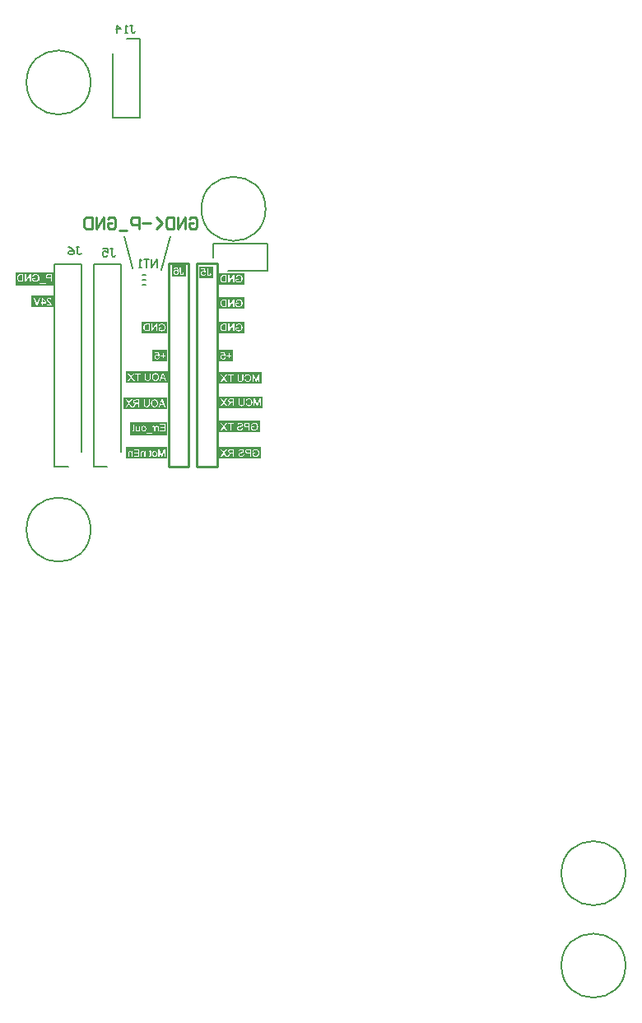
<source format=gbr>
%TF.GenerationSoftware,Altium Limited,Altium Designer,25.3.3 (18)*%
G04 Layer_Color=32896*
%FSLAX45Y45*%
%MOMM*%
%TF.SameCoordinates,BD87FDF2-1F07-4250-B4CA-E9600B944348*%
%TF.FilePolarity,Positive*%
%TF.FileFunction,Legend,Bot*%
%TF.Part,Single*%
G01*
G75*
%TA.AperFunction,NonConductor*%
%ADD56C,0.20000*%
%ADD58C,0.25000*%
%ADD61C,0.25400*%
G36*
X2612898Y2970000D02*
X2346427D01*
Y3089237D01*
X2612898D01*
Y2970000D01*
D02*
G37*
G36*
Y2720000D02*
X2346427D01*
Y2839237D01*
X2612898D01*
Y2720000D01*
D02*
G37*
G36*
X2800000Y1950000D02*
X2346427D01*
Y2069237D01*
X2800000D01*
Y1950000D01*
D02*
G37*
G36*
X2498223Y2430000D02*
X2346427D01*
Y2546912D01*
X2498223D01*
Y2430000D01*
D02*
G37*
G36*
X2772591Y1700000D02*
X2346427D01*
Y1819237D01*
X2772591D01*
Y1700000D01*
D02*
G37*
G36*
X2788095Y2200000D02*
X2346427D01*
Y2319237D01*
X2788095D01*
Y2200000D01*
D02*
G37*
G36*
X2784496Y1430000D02*
X2346427D01*
Y1549237D01*
X2784496D01*
Y1430000D01*
D02*
G37*
G36*
X2612898Y3220000D02*
X2346427D01*
Y3339237D01*
X2612898D01*
Y3220000D01*
D02*
G37*
G36*
X1820000Y1940000D02*
X1370247D01*
Y2059237D01*
X1820000D01*
Y1940000D01*
D02*
G37*
G36*
Y1430000D02*
X1396715D01*
Y1547853D01*
X1820000D01*
Y1430000D01*
D02*
G37*
G36*
X1830000Y2210000D02*
X1392152D01*
Y2329237D01*
X1830000D01*
Y2210000D01*
D02*
G37*
G36*
X1820000Y1670000D02*
X1438244D01*
Y1807898D01*
X1820000D01*
Y1670000D01*
D02*
G37*
G36*
Y2430000D02*
X1668204D01*
Y2546912D01*
X1820000D01*
Y2430000D01*
D02*
G37*
G36*
Y2720000D02*
X1553529D01*
Y2839237D01*
X1820000D01*
Y2720000D01*
D02*
G37*
G36*
X650000Y2990000D02*
X423673D01*
Y3106911D01*
X650000D01*
Y2990000D01*
D02*
G37*
G36*
Y3210000D02*
X255176D01*
Y3349226D01*
X650000D01*
Y3210000D01*
D02*
G37*
G36*
X2010000Y3300000D02*
X1864904D01*
Y3418185D01*
X2010000D01*
Y3300000D01*
D02*
G37*
G36*
X2290000Y3290000D02*
X2144295D01*
Y3407908D01*
X2290000D01*
Y3290000D01*
D02*
G37*
%LPC*%
G36*
X2507182Y3067908D02*
X2496773D01*
X2456572Y3007719D01*
Y3067908D01*
X2446827D01*
Y2991273D01*
X2457292D01*
X2497437Y3051407D01*
Y2991273D01*
X2507182D01*
Y3067908D01*
D02*
G37*
G36*
X2554581Y3069237D02*
X2553750D01*
X2553197Y3069182D01*
X2552421D01*
X2551591Y3069071D01*
X2550649Y3069016D01*
X2549597Y3068905D01*
X2548435Y3068739D01*
X2547272Y3068573D01*
X2544725Y3068074D01*
X2543451Y3067798D01*
X2542122Y3067410D01*
X2540849Y3067022D01*
X2539575Y3066524D01*
X2539520Y3066469D01*
X2539298Y3066413D01*
X2538911Y3066247D01*
X2538468Y3066026D01*
X2537914Y3065749D01*
X2537249Y3065417D01*
X2536530Y3065029D01*
X2535699Y3064586D01*
X2534868Y3064032D01*
X2534038Y3063479D01*
X2532266Y3062205D01*
X2530549Y3060710D01*
X2529719Y3059879D01*
X2528999Y3058993D01*
X2528944Y3058938D01*
X2528833Y3058772D01*
X2528611Y3058495D01*
X2528390Y3058107D01*
X2528058Y3057664D01*
X2527670Y3057055D01*
X2527282Y3056391D01*
X2526839Y3055616D01*
X2526397Y3054785D01*
X2525898Y3053788D01*
X2525400Y3052792D01*
X2524957Y3051684D01*
X2524459Y3050466D01*
X2524016Y3049193D01*
X2523573Y3047864D01*
X2523185Y3046424D01*
X2532321Y3043932D01*
Y3043988D01*
X2532377Y3044209D01*
X2532487Y3044486D01*
X2532654Y3044929D01*
X2532820Y3045372D01*
X2532986Y3045981D01*
X2533263Y3046590D01*
X2533484Y3047310D01*
X2534149Y3048750D01*
X2534868Y3050300D01*
X2535699Y3051795D01*
X2536142Y3052459D01*
X2536640Y3053124D01*
X2536696Y3053179D01*
X2536751Y3053290D01*
X2536917Y3053456D01*
X2537083Y3053678D01*
X2537360Y3053955D01*
X2537692Y3054287D01*
X2538080Y3054674D01*
X2538523Y3055062D01*
X2539021Y3055505D01*
X2539520Y3055948D01*
X2540793Y3056834D01*
X2542288Y3057720D01*
X2543949Y3058495D01*
X2544005D01*
X2544171Y3058606D01*
X2544448Y3058661D01*
X2544780Y3058827D01*
X2545223Y3058993D01*
X2545777Y3059159D01*
X2546386Y3059326D01*
X2547050Y3059547D01*
X2547770Y3059713D01*
X2548601Y3059879D01*
X2549487Y3060045D01*
X2550373Y3060212D01*
X2552366Y3060433D01*
X2554470Y3060544D01*
X2555135D01*
X2555633Y3060488D01*
X2556242D01*
X2556962Y3060433D01*
X2557737Y3060378D01*
X2558568Y3060267D01*
X2559509Y3060156D01*
X2560506Y3060045D01*
X2562499Y3059658D01*
X2564548Y3059104D01*
X2566541Y3058384D01*
X2566597D01*
X2566763Y3058274D01*
X2567040Y3058163D01*
X2567372Y3057997D01*
X2567815Y3057775D01*
X2568313Y3057554D01*
X2568867Y3057221D01*
X2569421Y3056889D01*
X2570749Y3056114D01*
X2572078Y3055117D01*
X2573463Y3054010D01*
X2574681Y3052792D01*
X2574736Y3052736D01*
X2574792Y3052626D01*
X2574958Y3052459D01*
X2575179Y3052183D01*
X2575456Y3051850D01*
X2575733Y3051518D01*
X2576065Y3051075D01*
X2576453Y3050577D01*
X2577228Y3049469D01*
X2578059Y3048196D01*
X2578834Y3046756D01*
X2579554Y3045261D01*
X2579609Y3045206D01*
X2579664Y3044929D01*
X2579831Y3044541D01*
X2579997Y3044043D01*
X2580218Y3043378D01*
X2580440Y3042603D01*
X2580716Y3041662D01*
X2580993Y3040665D01*
X2581270Y3039558D01*
X2581547Y3038395D01*
X2581769Y3037121D01*
X2581990Y3035737D01*
X2582156Y3034353D01*
X2582322Y3032858D01*
X2582378Y3031363D01*
X2582433Y3029812D01*
Y3029757D01*
Y3029702D01*
Y3029369D01*
Y3028816D01*
X2582378Y3028096D01*
X2582322Y3027210D01*
X2582267Y3026213D01*
X2582156Y3025050D01*
X2581990Y3023832D01*
X2581824Y3022503D01*
X2581602Y3021119D01*
X2581270Y3019679D01*
X2580938Y3018240D01*
X2580550Y3016800D01*
X2580107Y3015360D01*
X2579554Y3013976D01*
X2578945Y3012647D01*
X2578889Y3012592D01*
X2578778Y3012370D01*
X2578557Y3011983D01*
X2578280Y3011540D01*
X2577892Y3010930D01*
X2577450Y3010321D01*
X2576951Y3009602D01*
X2576342Y3008826D01*
X2575622Y3007996D01*
X2574847Y3007165D01*
X2574016Y3006279D01*
X2573075Y3005449D01*
X2572078Y3004618D01*
X2571026Y3003843D01*
X2569864Y3003123D01*
X2568645Y3002459D01*
X2568590Y3002403D01*
X2568313Y3002292D01*
X2567981Y3002126D01*
X2567483Y3001960D01*
X2566873Y3001683D01*
X2566098Y3001406D01*
X2565268Y3001130D01*
X2564326Y3000797D01*
X2563274Y3000465D01*
X2562167Y3000188D01*
X2561004Y2999911D01*
X2559786Y2999635D01*
X2558457Y2999468D01*
X2557128Y2999302D01*
X2555744Y2999192D01*
X2554359Y2999136D01*
X2553695D01*
X2553252Y2999192D01*
X2552643D01*
X2551923Y2999247D01*
X2551148Y2999358D01*
X2550262Y2999468D01*
X2549321Y2999579D01*
X2548324Y2999745D01*
X2546164Y3000188D01*
X2543839Y3000797D01*
X2542676Y3001185D01*
X2541513Y3001628D01*
X2541458Y3001683D01*
X2541236Y3001739D01*
X2540904Y3001905D01*
X2540461Y3002071D01*
X2539963Y3002292D01*
X2539354Y3002569D01*
X2538689Y3002902D01*
X2537969Y3003289D01*
X2536419Y3004064D01*
X2534813Y3005006D01*
X2533263Y3006002D01*
X2532598Y3006501D01*
X2531934Y3007054D01*
Y3021340D01*
X2554470D01*
Y3030366D01*
X2522022D01*
Y3001905D01*
X2522133Y3001849D01*
X2522354Y3001628D01*
X2522742Y3001351D01*
X2523296Y3000908D01*
X2524016Y3000465D01*
X2524791Y2999856D01*
X2525732Y2999247D01*
X2526729Y2998583D01*
X2527892Y2997863D01*
X2529054Y2997143D01*
X2530328Y2996368D01*
X2531712Y2995648D01*
X2534536Y2994208D01*
X2535976Y2993599D01*
X2537471Y2992990D01*
X2537582Y2992935D01*
X2537803Y2992879D01*
X2538246Y2992713D01*
X2538855Y2992547D01*
X2539575Y2992325D01*
X2540406Y2992049D01*
X2541402Y2991772D01*
X2542454Y2991495D01*
X2543673Y2991218D01*
X2544946Y2990941D01*
X2546275Y2990720D01*
X2547659Y2990443D01*
X2550649Y2990111D01*
X2552200Y2990055D01*
X2553750Y2990000D01*
X2554525D01*
X2554858Y2990055D01*
X2555633D01*
X2556630Y2990166D01*
X2557792Y2990277D01*
X2559121Y2990387D01*
X2560561Y2990609D01*
X2562111Y2990886D01*
X2563717Y2991163D01*
X2565434Y2991550D01*
X2567206Y2992049D01*
X2568978Y2992602D01*
X2570749Y2993211D01*
X2572521Y2993987D01*
X2574293Y2994817D01*
X2574404Y2994873D01*
X2574681Y2995039D01*
X2575179Y2995316D01*
X2575788Y2995703D01*
X2576564Y2996202D01*
X2577450Y2996811D01*
X2578446Y2997530D01*
X2579498Y2998361D01*
X2580606Y2999302D01*
X2581769Y3000354D01*
X2582931Y3001462D01*
X2584094Y3002735D01*
X2585202Y3004120D01*
X2586309Y3005559D01*
X2587306Y3007110D01*
X2588247Y3008771D01*
X2588302Y3008882D01*
X2588469Y3009214D01*
X2588690Y3009712D01*
X2588967Y3010377D01*
X2589299Y3011263D01*
X2589742Y3012259D01*
X2590130Y3013478D01*
X2590573Y3014751D01*
X2591016Y3016246D01*
X2591403Y3017797D01*
X2591791Y3019458D01*
X2592178Y3021285D01*
X2592455Y3023168D01*
X2592677Y3025106D01*
X2592843Y3027099D01*
X2592898Y3029203D01*
Y3029978D01*
X2592843Y3030311D01*
Y3031086D01*
X2592732Y3032083D01*
X2592677Y3033245D01*
X2592511Y3034574D01*
X2592289Y3036014D01*
X2592068Y3037564D01*
X2591735Y3039226D01*
X2591403Y3040942D01*
X2590960Y3042714D01*
X2590407Y3044541D01*
X2589797Y3046424D01*
X2589078Y3048251D01*
X2588247Y3050078D01*
Y3050134D01*
X2588192Y3050189D01*
X2588026Y3050521D01*
X2587749Y3051020D01*
X2587361Y3051684D01*
X2586918Y3052459D01*
X2586309Y3053401D01*
X2585589Y3054453D01*
X2584814Y3055560D01*
X2583928Y3056723D01*
X2582931Y3057886D01*
X2581824Y3059104D01*
X2580606Y3060267D01*
X2579277Y3061430D01*
X2577892Y3062537D01*
X2576397Y3063589D01*
X2574792Y3064531D01*
X2574681Y3064586D01*
X2574404Y3064752D01*
X2573906Y3064974D01*
X2573241Y3065250D01*
X2572411Y3065638D01*
X2571414Y3066026D01*
X2570251Y3066469D01*
X2568978Y3066912D01*
X2567538Y3067299D01*
X2565988Y3067742D01*
X2564326Y3068130D01*
X2562554Y3068517D01*
X2560672Y3068794D01*
X2558734Y3069016D01*
X2556685Y3069182D01*
X2554581Y3069237D01*
D02*
G37*
G36*
X2429772Y3067908D02*
X2401920D01*
X2401200Y3067853D01*
X2400314D01*
X2399373Y3067798D01*
X2398321D01*
X2396106Y3067631D01*
X2393836Y3067465D01*
X2392729Y3067299D01*
X2391676Y3067188D01*
X2390680Y3067022D01*
X2389738Y3066801D01*
X2389683D01*
X2389462Y3066745D01*
X2389129Y3066635D01*
X2388631Y3066524D01*
X2388077Y3066302D01*
X2387413Y3066081D01*
X2386693Y3065860D01*
X2385862Y3065527D01*
X2384146Y3064807D01*
X2382263Y3063811D01*
X2380381Y3062703D01*
X2379439Y3062039D01*
X2378553Y3061319D01*
X2378498Y3061264D01*
X2378276Y3061098D01*
X2377944Y3060765D01*
X2377557Y3060378D01*
X2377058Y3059879D01*
X2376449Y3059270D01*
X2375840Y3058550D01*
X2375120Y3057775D01*
X2374400Y3056834D01*
X2373681Y3055837D01*
X2372905Y3054785D01*
X2372130Y3053622D01*
X2371410Y3052349D01*
X2370746Y3051075D01*
X2370081Y3049636D01*
X2369472Y3048196D01*
X2369417Y3048085D01*
X2369362Y3047808D01*
X2369195Y3047421D01*
X2368974Y3046812D01*
X2368752Y3046036D01*
X2368531Y3045150D01*
X2368254Y3044098D01*
X2367922Y3042935D01*
X2367645Y3041662D01*
X2367368Y3040222D01*
X2367147Y3038727D01*
X2366925Y3037121D01*
X2366704Y3035460D01*
X2366538Y3033688D01*
X2366482Y3031861D01*
X2366427Y3029978D01*
Y3029148D01*
X2366482Y3028483D01*
Y3027764D01*
X2366538Y3026878D01*
X2366593Y3025881D01*
X2366704Y3024773D01*
X2366814Y3023611D01*
X2366925Y3022337D01*
X2367313Y3019735D01*
X2367811Y3017077D01*
X2368476Y3014474D01*
Y3014419D01*
X2368586Y3014197D01*
X2368697Y3013810D01*
X2368863Y3013367D01*
X2369029Y3012813D01*
X2369306Y3012149D01*
X2369583Y3011373D01*
X2369915Y3010598D01*
X2370635Y3008826D01*
X2371576Y3006944D01*
X2372573Y3005116D01*
X2373736Y3003345D01*
X2373791Y3003289D01*
X2373902Y3003178D01*
X2374068Y3002902D01*
X2374290Y3002625D01*
X2374566Y3002237D01*
X2374954Y3001794D01*
X2375785Y3000797D01*
X2376837Y2999690D01*
X2378000Y2998527D01*
X2379328Y2997420D01*
X2380713Y2996368D01*
X2380768D01*
X2380879Y2996257D01*
X2381100Y2996146D01*
X2381377Y2995980D01*
X2381765Y2995759D01*
X2382208Y2995537D01*
X2382706Y2995260D01*
X2383260Y2994983D01*
X2383924Y2994651D01*
X2384589Y2994319D01*
X2385364Y2994042D01*
X2386139Y2993710D01*
X2387911Y2993101D01*
X2389849Y2992547D01*
X2389905D01*
X2390071Y2992492D01*
X2390403Y2992436D01*
X2390790Y2992325D01*
X2391289Y2992270D01*
X2391898Y2992159D01*
X2392618Y2992049D01*
X2393393Y2991938D01*
X2394279Y2991772D01*
X2395220Y2991661D01*
X2396217Y2991550D01*
X2397324Y2991495D01*
X2398432Y2991384D01*
X2399650Y2991329D01*
X2402142Y2991273D01*
X2429772D01*
Y3067908D01*
D02*
G37*
%LPD*%
G36*
X2419639Y3000299D02*
X2402031D01*
X2401422Y3000354D01*
X2400702D01*
X2399872Y3000410D01*
X2398986Y3000465D01*
X2397103Y3000631D01*
X2395110Y3000908D01*
X2393171Y3001240D01*
X2392286Y3001462D01*
X2391455Y3001683D01*
X2391400D01*
X2391289Y3001739D01*
X2391012Y3001849D01*
X2390735Y3001960D01*
X2390348Y3002071D01*
X2389960Y3002292D01*
X2388963Y3002735D01*
X2387856Y3003289D01*
X2386693Y3003954D01*
X2385586Y3004784D01*
X2384533Y3005670D01*
X2384478Y3005726D01*
X2384367Y3005836D01*
X2384201Y3006058D01*
X2383924Y3006335D01*
X2383648Y3006667D01*
X2383315Y3007110D01*
X2382928Y3007664D01*
X2382485Y3008217D01*
X2382042Y3008882D01*
X2381599Y3009602D01*
X2381100Y3010432D01*
X2380657Y3011263D01*
X2380214Y3012204D01*
X2379771Y3013201D01*
X2379328Y3014253D01*
X2378941Y3015360D01*
Y3015416D01*
X2378830Y3015637D01*
X2378775Y3015969D01*
X2378609Y3016468D01*
X2378443Y3017021D01*
X2378276Y3017741D01*
X2378110Y3018572D01*
X2377889Y3019513D01*
X2377723Y3020510D01*
X2377557Y3021673D01*
X2377390Y3022891D01*
X2377224Y3024164D01*
X2377058Y3025549D01*
X2377003Y3026988D01*
X2376892Y3028539D01*
Y3030145D01*
Y3030200D01*
Y3030255D01*
Y3030421D01*
Y3030698D01*
Y3030975D01*
Y3031307D01*
X2376947Y3032138D01*
X2377003Y3033135D01*
X2377114Y3034297D01*
X2377224Y3035571D01*
X2377390Y3036955D01*
X2377612Y3038395D01*
X2377889Y3039945D01*
X2378166Y3041440D01*
X2378553Y3042991D01*
X2379052Y3044486D01*
X2379550Y3045926D01*
X2380159Y3047310D01*
X2380879Y3048583D01*
X2380934Y3048639D01*
X2381045Y3048860D01*
X2381267Y3049193D01*
X2381599Y3049636D01*
X2381986Y3050134D01*
X2382429Y3050743D01*
X2382928Y3051407D01*
X2383537Y3052127D01*
X2384201Y3052847D01*
X2384921Y3053567D01*
X2385752Y3054287D01*
X2386582Y3055007D01*
X2387468Y3055671D01*
X2388409Y3056280D01*
X2389406Y3056834D01*
X2390458Y3057277D01*
X2390514D01*
X2390624Y3057332D01*
X2390901Y3057443D01*
X2391233Y3057554D01*
X2391676Y3057664D01*
X2392230Y3057775D01*
X2392895Y3057941D01*
X2393614Y3058107D01*
X2394500Y3058218D01*
X2395442Y3058384D01*
X2396549Y3058495D01*
X2397712Y3058661D01*
X2399041Y3058717D01*
X2400425Y3058827D01*
X2401920Y3058883D01*
X2419639D01*
Y3000299D01*
D02*
G37*
%LPC*%
G36*
X2507182Y2817908D02*
X2496773D01*
X2456572Y2757719D01*
Y2817908D01*
X2446827D01*
Y2741273D01*
X2457292D01*
X2497437Y2801407D01*
Y2741273D01*
X2507182D01*
Y2817908D01*
D02*
G37*
G36*
X2554581Y2819237D02*
X2553750D01*
X2553197Y2819182D01*
X2552421D01*
X2551591Y2819071D01*
X2550649Y2819016D01*
X2549597Y2818905D01*
X2548435Y2818739D01*
X2547272Y2818573D01*
X2544725Y2818074D01*
X2543451Y2817798D01*
X2542122Y2817410D01*
X2540849Y2817022D01*
X2539575Y2816524D01*
X2539520Y2816469D01*
X2539298Y2816413D01*
X2538911Y2816247D01*
X2538468Y2816026D01*
X2537914Y2815749D01*
X2537249Y2815417D01*
X2536530Y2815029D01*
X2535699Y2814586D01*
X2534868Y2814032D01*
X2534038Y2813478D01*
X2532266Y2812205D01*
X2530549Y2810710D01*
X2529719Y2809879D01*
X2528999Y2808993D01*
X2528944Y2808938D01*
X2528833Y2808772D01*
X2528611Y2808495D01*
X2528390Y2808107D01*
X2528058Y2807664D01*
X2527670Y2807055D01*
X2527282Y2806391D01*
X2526839Y2805616D01*
X2526397Y2804785D01*
X2525898Y2803788D01*
X2525400Y2802792D01*
X2524957Y2801684D01*
X2524459Y2800466D01*
X2524016Y2799193D01*
X2523573Y2797864D01*
X2523185Y2796424D01*
X2532321Y2793932D01*
Y2793988D01*
X2532377Y2794209D01*
X2532487Y2794486D01*
X2532654Y2794929D01*
X2532820Y2795372D01*
X2532986Y2795981D01*
X2533263Y2796590D01*
X2533484Y2797310D01*
X2534149Y2798750D01*
X2534868Y2800300D01*
X2535699Y2801795D01*
X2536142Y2802459D01*
X2536640Y2803124D01*
X2536696Y2803179D01*
X2536751Y2803290D01*
X2536917Y2803456D01*
X2537083Y2803678D01*
X2537360Y2803955D01*
X2537692Y2804287D01*
X2538080Y2804674D01*
X2538523Y2805062D01*
X2539021Y2805505D01*
X2539520Y2805948D01*
X2540793Y2806834D01*
X2542288Y2807720D01*
X2543949Y2808495D01*
X2544005D01*
X2544171Y2808606D01*
X2544448Y2808661D01*
X2544780Y2808827D01*
X2545223Y2808993D01*
X2545777Y2809159D01*
X2546386Y2809326D01*
X2547050Y2809547D01*
X2547770Y2809713D01*
X2548601Y2809879D01*
X2549487Y2810045D01*
X2550373Y2810212D01*
X2552366Y2810433D01*
X2554470Y2810544D01*
X2555135D01*
X2555633Y2810488D01*
X2556242D01*
X2556962Y2810433D01*
X2557737Y2810378D01*
X2558568Y2810267D01*
X2559509Y2810156D01*
X2560506Y2810045D01*
X2562499Y2809658D01*
X2564548Y2809104D01*
X2566541Y2808384D01*
X2566597D01*
X2566763Y2808274D01*
X2567040Y2808163D01*
X2567372Y2807997D01*
X2567815Y2807775D01*
X2568313Y2807554D01*
X2568867Y2807221D01*
X2569421Y2806889D01*
X2570749Y2806114D01*
X2572078Y2805117D01*
X2573463Y2804010D01*
X2574681Y2802792D01*
X2574736Y2802736D01*
X2574792Y2802626D01*
X2574958Y2802459D01*
X2575179Y2802183D01*
X2575456Y2801850D01*
X2575733Y2801518D01*
X2576065Y2801075D01*
X2576453Y2800577D01*
X2577228Y2799469D01*
X2578059Y2798196D01*
X2578834Y2796756D01*
X2579554Y2795261D01*
X2579609Y2795206D01*
X2579664Y2794929D01*
X2579831Y2794541D01*
X2579997Y2794043D01*
X2580218Y2793378D01*
X2580440Y2792603D01*
X2580716Y2791662D01*
X2580993Y2790665D01*
X2581270Y2789558D01*
X2581547Y2788395D01*
X2581769Y2787121D01*
X2581990Y2785737D01*
X2582156Y2784353D01*
X2582322Y2782858D01*
X2582378Y2781363D01*
X2582433Y2779812D01*
Y2779757D01*
Y2779702D01*
Y2779369D01*
Y2778816D01*
X2582378Y2778096D01*
X2582322Y2777210D01*
X2582267Y2776213D01*
X2582156Y2775050D01*
X2581990Y2773832D01*
X2581824Y2772503D01*
X2581602Y2771119D01*
X2581270Y2769679D01*
X2580938Y2768240D01*
X2580550Y2766800D01*
X2580107Y2765360D01*
X2579554Y2763976D01*
X2578945Y2762647D01*
X2578889Y2762592D01*
X2578778Y2762370D01*
X2578557Y2761983D01*
X2578280Y2761540D01*
X2577892Y2760930D01*
X2577450Y2760321D01*
X2576951Y2759602D01*
X2576342Y2758826D01*
X2575622Y2757996D01*
X2574847Y2757165D01*
X2574016Y2756279D01*
X2573075Y2755449D01*
X2572078Y2754618D01*
X2571026Y2753843D01*
X2569864Y2753123D01*
X2568645Y2752459D01*
X2568590Y2752403D01*
X2568313Y2752292D01*
X2567981Y2752126D01*
X2567483Y2751960D01*
X2566873Y2751683D01*
X2566098Y2751406D01*
X2565268Y2751130D01*
X2564326Y2750797D01*
X2563274Y2750465D01*
X2562167Y2750188D01*
X2561004Y2749911D01*
X2559786Y2749635D01*
X2558457Y2749468D01*
X2557128Y2749302D01*
X2555744Y2749192D01*
X2554359Y2749136D01*
X2553695D01*
X2553252Y2749192D01*
X2552643D01*
X2551923Y2749247D01*
X2551148Y2749358D01*
X2550262Y2749468D01*
X2549321Y2749579D01*
X2548324Y2749745D01*
X2546164Y2750188D01*
X2543839Y2750797D01*
X2542676Y2751185D01*
X2541513Y2751628D01*
X2541458Y2751683D01*
X2541236Y2751739D01*
X2540904Y2751905D01*
X2540461Y2752071D01*
X2539963Y2752292D01*
X2539354Y2752569D01*
X2538689Y2752902D01*
X2537969Y2753289D01*
X2536419Y2754064D01*
X2534813Y2755006D01*
X2533263Y2756002D01*
X2532598Y2756501D01*
X2531934Y2757054D01*
Y2771340D01*
X2554470D01*
Y2780366D01*
X2522022D01*
Y2751905D01*
X2522133Y2751849D01*
X2522354Y2751628D01*
X2522742Y2751351D01*
X2523296Y2750908D01*
X2524016Y2750465D01*
X2524791Y2749856D01*
X2525732Y2749247D01*
X2526729Y2748583D01*
X2527892Y2747863D01*
X2529054Y2747143D01*
X2530328Y2746368D01*
X2531712Y2745648D01*
X2534536Y2744208D01*
X2535976Y2743599D01*
X2537471Y2742990D01*
X2537582Y2742935D01*
X2537803Y2742879D01*
X2538246Y2742713D01*
X2538855Y2742547D01*
X2539575Y2742325D01*
X2540406Y2742049D01*
X2541402Y2741772D01*
X2542454Y2741495D01*
X2543673Y2741218D01*
X2544946Y2740941D01*
X2546275Y2740720D01*
X2547659Y2740443D01*
X2550649Y2740111D01*
X2552200Y2740055D01*
X2553750Y2740000D01*
X2554525D01*
X2554858Y2740055D01*
X2555633D01*
X2556630Y2740166D01*
X2557792Y2740277D01*
X2559121Y2740387D01*
X2560561Y2740609D01*
X2562111Y2740886D01*
X2563717Y2741163D01*
X2565434Y2741550D01*
X2567206Y2742049D01*
X2568978Y2742602D01*
X2570749Y2743211D01*
X2572521Y2743987D01*
X2574293Y2744817D01*
X2574404Y2744873D01*
X2574681Y2745039D01*
X2575179Y2745316D01*
X2575788Y2745703D01*
X2576564Y2746202D01*
X2577450Y2746811D01*
X2578446Y2747530D01*
X2579498Y2748361D01*
X2580606Y2749302D01*
X2581769Y2750354D01*
X2582931Y2751462D01*
X2584094Y2752735D01*
X2585202Y2754120D01*
X2586309Y2755559D01*
X2587306Y2757110D01*
X2588247Y2758771D01*
X2588302Y2758882D01*
X2588469Y2759214D01*
X2588690Y2759712D01*
X2588967Y2760377D01*
X2589299Y2761263D01*
X2589742Y2762259D01*
X2590130Y2763478D01*
X2590573Y2764751D01*
X2591016Y2766246D01*
X2591403Y2767797D01*
X2591791Y2769458D01*
X2592178Y2771285D01*
X2592455Y2773168D01*
X2592677Y2775106D01*
X2592843Y2777099D01*
X2592898Y2779203D01*
Y2779978D01*
X2592843Y2780311D01*
Y2781086D01*
X2592732Y2782083D01*
X2592677Y2783245D01*
X2592511Y2784574D01*
X2592289Y2786014D01*
X2592068Y2787564D01*
X2591735Y2789226D01*
X2591403Y2790942D01*
X2590960Y2792714D01*
X2590407Y2794541D01*
X2589797Y2796424D01*
X2589078Y2798251D01*
X2588247Y2800078D01*
Y2800134D01*
X2588192Y2800189D01*
X2588026Y2800521D01*
X2587749Y2801020D01*
X2587361Y2801684D01*
X2586918Y2802459D01*
X2586309Y2803401D01*
X2585589Y2804453D01*
X2584814Y2805560D01*
X2583928Y2806723D01*
X2582931Y2807886D01*
X2581824Y2809104D01*
X2580606Y2810267D01*
X2579277Y2811430D01*
X2577892Y2812537D01*
X2576397Y2813589D01*
X2574792Y2814531D01*
X2574681Y2814586D01*
X2574404Y2814752D01*
X2573906Y2814974D01*
X2573241Y2815250D01*
X2572411Y2815638D01*
X2571414Y2816026D01*
X2570251Y2816469D01*
X2568978Y2816912D01*
X2567538Y2817299D01*
X2565988Y2817742D01*
X2564326Y2818130D01*
X2562554Y2818517D01*
X2560672Y2818794D01*
X2558734Y2819016D01*
X2556685Y2819182D01*
X2554581Y2819237D01*
D02*
G37*
G36*
X2429772Y2817908D02*
X2401920D01*
X2401200Y2817853D01*
X2400314D01*
X2399373Y2817798D01*
X2398321D01*
X2396106Y2817631D01*
X2393836Y2817465D01*
X2392729Y2817299D01*
X2391676Y2817188D01*
X2390680Y2817022D01*
X2389738Y2816801D01*
X2389683D01*
X2389462Y2816745D01*
X2389129Y2816635D01*
X2388631Y2816524D01*
X2388077Y2816302D01*
X2387413Y2816081D01*
X2386693Y2815859D01*
X2385862Y2815527D01*
X2384146Y2814807D01*
X2382263Y2813811D01*
X2380381Y2812703D01*
X2379439Y2812039D01*
X2378553Y2811319D01*
X2378498Y2811264D01*
X2378276Y2811098D01*
X2377944Y2810765D01*
X2377557Y2810378D01*
X2377058Y2809879D01*
X2376449Y2809270D01*
X2375840Y2808550D01*
X2375120Y2807775D01*
X2374400Y2806834D01*
X2373681Y2805837D01*
X2372905Y2804785D01*
X2372130Y2803622D01*
X2371410Y2802349D01*
X2370746Y2801075D01*
X2370081Y2799635D01*
X2369472Y2798196D01*
X2369417Y2798085D01*
X2369362Y2797808D01*
X2369195Y2797421D01*
X2368974Y2796812D01*
X2368752Y2796036D01*
X2368531Y2795150D01*
X2368254Y2794098D01*
X2367922Y2792935D01*
X2367645Y2791662D01*
X2367368Y2790222D01*
X2367147Y2788727D01*
X2366925Y2787121D01*
X2366704Y2785460D01*
X2366538Y2783688D01*
X2366482Y2781861D01*
X2366427Y2779978D01*
Y2779148D01*
X2366482Y2778483D01*
Y2777764D01*
X2366538Y2776878D01*
X2366593Y2775881D01*
X2366704Y2774773D01*
X2366814Y2773611D01*
X2366925Y2772337D01*
X2367313Y2769735D01*
X2367811Y2767077D01*
X2368476Y2764474D01*
Y2764419D01*
X2368586Y2764197D01*
X2368697Y2763810D01*
X2368863Y2763367D01*
X2369029Y2762813D01*
X2369306Y2762149D01*
X2369583Y2761373D01*
X2369915Y2760598D01*
X2370635Y2758826D01*
X2371576Y2756944D01*
X2372573Y2755116D01*
X2373736Y2753345D01*
X2373791Y2753289D01*
X2373902Y2753178D01*
X2374068Y2752902D01*
X2374290Y2752625D01*
X2374566Y2752237D01*
X2374954Y2751794D01*
X2375785Y2750797D01*
X2376837Y2749690D01*
X2378000Y2748527D01*
X2379328Y2747420D01*
X2380713Y2746368D01*
X2380768D01*
X2380879Y2746257D01*
X2381100Y2746146D01*
X2381377Y2745980D01*
X2381765Y2745759D01*
X2382208Y2745537D01*
X2382706Y2745260D01*
X2383260Y2744983D01*
X2383924Y2744651D01*
X2384589Y2744319D01*
X2385364Y2744042D01*
X2386139Y2743710D01*
X2387911Y2743101D01*
X2389849Y2742547D01*
X2389905D01*
X2390071Y2742492D01*
X2390403Y2742436D01*
X2390790Y2742325D01*
X2391289Y2742270D01*
X2391898Y2742159D01*
X2392618Y2742049D01*
X2393393Y2741938D01*
X2394279Y2741772D01*
X2395220Y2741661D01*
X2396217Y2741550D01*
X2397324Y2741495D01*
X2398432Y2741384D01*
X2399650Y2741329D01*
X2402142Y2741273D01*
X2429772D01*
Y2817908D01*
D02*
G37*
%LPD*%
G36*
X2419639Y2750299D02*
X2402031D01*
X2401422Y2750354D01*
X2400702D01*
X2399872Y2750410D01*
X2398986Y2750465D01*
X2397103Y2750631D01*
X2395110Y2750908D01*
X2393171Y2751240D01*
X2392286Y2751462D01*
X2391455Y2751683D01*
X2391400D01*
X2391289Y2751739D01*
X2391012Y2751849D01*
X2390735Y2751960D01*
X2390348Y2752071D01*
X2389960Y2752292D01*
X2388963Y2752735D01*
X2387856Y2753289D01*
X2386693Y2753954D01*
X2385586Y2754784D01*
X2384533Y2755670D01*
X2384478Y2755726D01*
X2384367Y2755836D01*
X2384201Y2756058D01*
X2383924Y2756335D01*
X2383648Y2756667D01*
X2383315Y2757110D01*
X2382928Y2757664D01*
X2382485Y2758217D01*
X2382042Y2758882D01*
X2381599Y2759602D01*
X2381100Y2760432D01*
X2380657Y2761263D01*
X2380214Y2762204D01*
X2379771Y2763201D01*
X2379328Y2764253D01*
X2378941Y2765360D01*
Y2765416D01*
X2378830Y2765637D01*
X2378775Y2765969D01*
X2378609Y2766468D01*
X2378443Y2767021D01*
X2378276Y2767741D01*
X2378110Y2768572D01*
X2377889Y2769513D01*
X2377723Y2770510D01*
X2377557Y2771673D01*
X2377390Y2772891D01*
X2377224Y2774164D01*
X2377058Y2775549D01*
X2377003Y2776988D01*
X2376892Y2778539D01*
Y2780145D01*
Y2780200D01*
Y2780255D01*
Y2780421D01*
Y2780698D01*
Y2780975D01*
Y2781307D01*
X2376947Y2782138D01*
X2377003Y2783135D01*
X2377114Y2784297D01*
X2377224Y2785571D01*
X2377390Y2786955D01*
X2377612Y2788395D01*
X2377889Y2789945D01*
X2378166Y2791440D01*
X2378553Y2792991D01*
X2379052Y2794486D01*
X2379550Y2795926D01*
X2380159Y2797310D01*
X2380879Y2798583D01*
X2380934Y2798639D01*
X2381045Y2798860D01*
X2381267Y2799193D01*
X2381599Y2799635D01*
X2381986Y2800134D01*
X2382429Y2800743D01*
X2382928Y2801407D01*
X2383537Y2802127D01*
X2384201Y2802847D01*
X2384921Y2803567D01*
X2385752Y2804287D01*
X2386582Y2805007D01*
X2387468Y2805671D01*
X2388409Y2806280D01*
X2389406Y2806834D01*
X2390458Y2807277D01*
X2390514D01*
X2390624Y2807332D01*
X2390901Y2807443D01*
X2391233Y2807554D01*
X2391676Y2807664D01*
X2392230Y2807775D01*
X2392895Y2807941D01*
X2393614Y2808107D01*
X2394500Y2808218D01*
X2395442Y2808384D01*
X2396549Y2808495D01*
X2397712Y2808661D01*
X2399041Y2808717D01*
X2400425Y2808827D01*
X2401920Y2808883D01*
X2419639D01*
Y2750299D01*
D02*
G37*
%LPC*%
G36*
X2433205Y2047908D02*
X2421079D01*
X2407125Y2028307D01*
X2407070Y2028251D01*
X2406959Y2028030D01*
X2406682Y2027697D01*
X2406405Y2027310D01*
X2406073Y2026812D01*
X2405630Y2026202D01*
X2405187Y2025538D01*
X2404689Y2024874D01*
X2403692Y2023323D01*
X2402695Y2021773D01*
X2401754Y2020278D01*
X2401311Y2019558D01*
X2400979Y2018893D01*
X2400924Y2018949D01*
X2400868Y2019059D01*
X2400702Y2019281D01*
X2400536Y2019613D01*
X2400259Y2019945D01*
X2399982Y2020388D01*
X2399650Y2020942D01*
X2399262Y2021496D01*
X2398376Y2022769D01*
X2397380Y2024209D01*
X2396217Y2025815D01*
X2394943Y2027476D01*
X2379605Y2047908D01*
X2368531D01*
X2395110Y2011473D01*
X2366427Y1971273D01*
X2378996D01*
X2398321Y1998572D01*
X2398376Y1998683D01*
X2398598Y1998959D01*
X2398930Y1999458D01*
X2399318Y2000011D01*
X2399816Y2000731D01*
X2400314Y2001507D01*
X2401477Y2003223D01*
Y2003168D01*
X2401588Y2003057D01*
X2401699Y2002835D01*
X2401865Y2002614D01*
X2402308Y2001894D01*
X2402862Y2001119D01*
X2403471Y2000178D01*
X2404024Y1999292D01*
X2404578Y1998461D01*
X2405076Y1997797D01*
X2424512Y1971273D01*
X2436694D01*
X2407070Y2010975D01*
X2433205Y2047908D01*
D02*
G37*
G36*
X2780000D02*
X2764773D01*
X2746611Y1993644D01*
X2746556Y1993533D01*
X2746500Y1993311D01*
X2746389Y1992924D01*
X2746223Y1992426D01*
X2746002Y1991761D01*
X2745780Y1991041D01*
X2745504Y1990266D01*
X2745227Y1989380D01*
X2744618Y1987553D01*
X2744008Y1985670D01*
X2743732Y1984729D01*
X2743455Y1983843D01*
X2743178Y1983068D01*
X2742956Y1982292D01*
Y1982348D01*
X2742901Y1982514D01*
X2742790Y1982735D01*
X2742680Y1983068D01*
X2742569Y1983511D01*
X2742403Y1984064D01*
X2742181Y1984673D01*
X2741960Y1985393D01*
X2741683Y1986224D01*
X2741351Y1987110D01*
X2741018Y1988107D01*
X2740686Y1989214D01*
X2740243Y1990432D01*
X2739856Y1991706D01*
X2739357Y1993090D01*
X2738859Y1994585D01*
X2720475Y2047908D01*
X2706798D01*
Y1971273D01*
X2716599D01*
Y2035394D01*
X2738914Y1971273D01*
X2748106D01*
X2770199Y2036502D01*
Y1971273D01*
X2780000D01*
Y2047908D01*
D02*
G37*
G36*
X2613054D02*
X2602921D01*
Y2003666D01*
Y2003555D01*
Y2003223D01*
Y2002725D01*
X2602865Y2002060D01*
Y2001230D01*
X2602810Y2000288D01*
X2602755Y1999236D01*
X2602699Y1998073D01*
X2602588Y1996911D01*
X2602478Y1995692D01*
X2602145Y1993256D01*
X2601924Y1992093D01*
X2601702Y1990930D01*
X2601426Y1989878D01*
X2601093Y1988937D01*
Y1988882D01*
X2600983Y1988716D01*
X2600872Y1988494D01*
X2600706Y1988162D01*
X2600540Y1987774D01*
X2600263Y1987331D01*
X2599598Y1986279D01*
X2598712Y1985116D01*
X2598214Y1984507D01*
X2597605Y1983898D01*
X2596996Y1983289D01*
X2596276Y1982735D01*
X2595556Y1982182D01*
X2594726Y1981683D01*
X2594670D01*
X2594504Y1981573D01*
X2594283Y1981462D01*
X2593895Y1981296D01*
X2593452Y1981074D01*
X2592954Y1980853D01*
X2592345Y1980631D01*
X2591625Y1980410D01*
X2590850Y1980188D01*
X2590019Y1979967D01*
X2589133Y1979745D01*
X2588136Y1979524D01*
X2587084Y1979358D01*
X2585977Y1979247D01*
X2584869Y1979192D01*
X2583651Y1979136D01*
X2583153D01*
X2582599Y1979192D01*
X2581824D01*
X2580883Y1979302D01*
X2579886Y1979413D01*
X2578723Y1979579D01*
X2577450Y1979745D01*
X2576176Y1980022D01*
X2574847Y1980354D01*
X2573518Y1980797D01*
X2572189Y1981240D01*
X2570916Y1981849D01*
X2569753Y1982514D01*
X2568645Y1983289D01*
X2567704Y1984175D01*
X2567649Y1984230D01*
X2567483Y1984397D01*
X2567261Y1984729D01*
X2566984Y1985172D01*
X2566597Y1985781D01*
X2566209Y1986556D01*
X2565766Y1987442D01*
X2565323Y1988549D01*
X2564880Y1989768D01*
X2564437Y1991152D01*
X2564049Y1992758D01*
X2563662Y1994530D01*
X2563385Y1996523D01*
X2563164Y1998683D01*
X2562997Y2001064D01*
X2562942Y2003666D01*
Y2047908D01*
X2552809D01*
Y2002503D01*
X2552864Y2001728D01*
Y2000731D01*
X2552920Y1999624D01*
X2553030Y1998350D01*
X2553141Y1997021D01*
X2553307Y1995582D01*
X2553473Y1994087D01*
X2553916Y1991041D01*
X2554249Y1989491D01*
X2554581Y1988051D01*
X2555024Y1986611D01*
X2555467Y1985283D01*
X2555522Y1985227D01*
X2555578Y1985006D01*
X2555744Y1984618D01*
X2555965Y1984175D01*
X2556297Y1983566D01*
X2556630Y1982902D01*
X2557073Y1982182D01*
X2557626Y1981351D01*
X2558235Y1980465D01*
X2558900Y1979579D01*
X2559675Y1978693D01*
X2560561Y1977752D01*
X2561502Y1976811D01*
X2562499Y1975925D01*
X2563662Y1975039D01*
X2564880Y1974208D01*
X2564935Y1974153D01*
X2565212Y1974042D01*
X2565600Y1973821D01*
X2566098Y1973544D01*
X2566818Y1973211D01*
X2567593Y1972879D01*
X2568590Y1972492D01*
X2569642Y1972104D01*
X2570916Y1971716D01*
X2572245Y1971329D01*
X2573684Y1970997D01*
X2575290Y1970664D01*
X2577007Y1970387D01*
X2578834Y1970166D01*
X2580716Y1970055D01*
X2582765Y1970000D01*
X2583817D01*
X2584537Y1970055D01*
X2585478Y1970111D01*
X2586531Y1970221D01*
X2587749Y1970332D01*
X2589022Y1970443D01*
X2590407Y1970664D01*
X2591846Y1970886D01*
X2593286Y1971218D01*
X2594781Y1971550D01*
X2596221Y1971993D01*
X2597716Y1972492D01*
X2599100Y1973045D01*
X2600429Y1973710D01*
X2600484Y1973765D01*
X2600706Y1973876D01*
X2601093Y1974097D01*
X2601536Y1974374D01*
X2602090Y1974762D01*
X2602755Y1975260D01*
X2603419Y1975814D01*
X2604194Y1976423D01*
X2604969Y1977143D01*
X2605800Y1977973D01*
X2606631Y1978804D01*
X2607406Y1979801D01*
X2608181Y1980797D01*
X2608901Y1981960D01*
X2609565Y1983123D01*
X2610174Y1984397D01*
X2610230Y1984507D01*
X2610285Y1984729D01*
X2610451Y1985116D01*
X2610617Y1985670D01*
X2610839Y1986390D01*
X2611060Y1987276D01*
X2611337Y1988273D01*
X2611614Y1989435D01*
X2611891Y1990764D01*
X2612168Y1992204D01*
X2612389Y1993754D01*
X2612611Y1995471D01*
X2612777Y1997298D01*
X2612943Y1999292D01*
X2612998Y2001396D01*
X2613054Y2003611D01*
Y2047908D01*
D02*
G37*
G36*
X2657296Y2049237D02*
X2656521D01*
X2656188Y2049182D01*
X2655358Y2049126D01*
X2654361Y2049071D01*
X2653254Y2048905D01*
X2651980Y2048739D01*
X2650541Y2048517D01*
X2649046Y2048185D01*
X2647495Y2047798D01*
X2645889Y2047355D01*
X2644284Y2046745D01*
X2642678Y2046081D01*
X2641017Y2045306D01*
X2639466Y2044420D01*
X2637971Y2043368D01*
X2637860Y2043312D01*
X2637639Y2043091D01*
X2637196Y2042759D01*
X2636698Y2042260D01*
X2636033Y2041707D01*
X2635313Y2040931D01*
X2634538Y2040101D01*
X2633652Y2039104D01*
X2632766Y2037997D01*
X2631825Y2036779D01*
X2630939Y2035394D01*
X2630053Y2033955D01*
X2629167Y2032349D01*
X2628392Y2030632D01*
X2627617Y2028805D01*
X2627007Y2026867D01*
X2636974Y2024541D01*
X2637030Y2024652D01*
X2637085Y2024929D01*
X2637251Y2025316D01*
X2637473Y2025926D01*
X2637750Y2026590D01*
X2638082Y2027365D01*
X2638525Y2028251D01*
X2638968Y2029193D01*
X2639466Y2030189D01*
X2640075Y2031186D01*
X2640684Y2032183D01*
X2641404Y2033235D01*
X2642179Y2034176D01*
X2642955Y2035117D01*
X2643841Y2035948D01*
X2644782Y2036723D01*
X2644837Y2036779D01*
X2645003Y2036889D01*
X2645280Y2037055D01*
X2645668Y2037332D01*
X2646166Y2037609D01*
X2646775Y2037941D01*
X2647495Y2038274D01*
X2648270Y2038661D01*
X2649156Y2038993D01*
X2650098Y2039326D01*
X2651150Y2039658D01*
X2652257Y2039935D01*
X2653475Y2040212D01*
X2654749Y2040378D01*
X2656078Y2040488D01*
X2657517Y2040544D01*
X2658348D01*
X2658957Y2040488D01*
X2659732Y2040433D01*
X2660618Y2040322D01*
X2661615Y2040212D01*
X2662667Y2039990D01*
X2663830Y2039769D01*
X2664993Y2039492D01*
X2666211Y2039159D01*
X2667484Y2038772D01*
X2668703Y2038274D01*
X2669921Y2037664D01*
X2671139Y2037055D01*
X2672302Y2036280D01*
X2672357Y2036225D01*
X2672579Y2036114D01*
X2672855Y2035837D01*
X2673243Y2035505D01*
X2673741Y2035062D01*
X2674295Y2034564D01*
X2674904Y2033955D01*
X2675569Y2033290D01*
X2676233Y2032515D01*
X2676953Y2031684D01*
X2677617Y2030743D01*
X2678282Y2029691D01*
X2678946Y2028639D01*
X2679555Y2027476D01*
X2680109Y2026258D01*
X2680608Y2024929D01*
Y2024874D01*
X2680718Y2024597D01*
X2680829Y2024209D01*
X2680995Y2023711D01*
X2681161Y2023046D01*
X2681383Y2022271D01*
X2681549Y2021385D01*
X2681770Y2020388D01*
X2681992Y2019336D01*
X2682213Y2018174D01*
X2682435Y2016955D01*
X2682601Y2015682D01*
X2682878Y2013024D01*
X2682933Y2011640D01*
X2682989Y2010200D01*
Y2010089D01*
Y2009757D01*
Y2009259D01*
X2682933Y2008539D01*
X2682878Y2007708D01*
X2682822Y2006712D01*
X2682767Y2005604D01*
X2682656Y2004441D01*
X2682490Y2003112D01*
X2682324Y2001728D01*
X2681770Y1998904D01*
X2681493Y1997409D01*
X2681106Y1995969D01*
X2680663Y1994530D01*
X2680165Y1993145D01*
X2680109Y1993090D01*
X2680054Y1992813D01*
X2679888Y1992481D01*
X2679611Y1991983D01*
X2679334Y1991373D01*
X2678946Y1990654D01*
X2678503Y1989878D01*
X2678005Y1989048D01*
X2677396Y1988217D01*
X2676732Y1987331D01*
X2676012Y1986390D01*
X2675236Y1985504D01*
X2674351Y1984618D01*
X2673409Y1983787D01*
X2672412Y1983012D01*
X2671305Y1982292D01*
X2671250Y1982237D01*
X2671028Y1982126D01*
X2670696Y1981960D01*
X2670253Y1981739D01*
X2669699Y1981462D01*
X2669035Y1981130D01*
X2668260Y1980853D01*
X2667429Y1980521D01*
X2666488Y1980133D01*
X2665491Y1979856D01*
X2664384Y1979524D01*
X2663276Y1979247D01*
X2662058Y1979026D01*
X2660840Y1978859D01*
X2659566Y1978749D01*
X2658293Y1978693D01*
X2657905D01*
X2657462Y1978749D01*
X2656853D01*
X2656133Y1978859D01*
X2655303Y1978970D01*
X2654306Y1979081D01*
X2653309Y1979302D01*
X2652202Y1979579D01*
X2651039Y1979911D01*
X2649821Y1980299D01*
X2648603Y1980742D01*
X2647384Y1981296D01*
X2646166Y1981960D01*
X2645003Y1982735D01*
X2643841Y1983566D01*
X2643785Y1983621D01*
X2643564Y1983787D01*
X2643287Y1984064D01*
X2642899Y1984507D01*
X2642401Y1985006D01*
X2641847Y1985615D01*
X2641238Y1986390D01*
X2640629Y1987221D01*
X2639964Y1988217D01*
X2639300Y1989269D01*
X2638580Y1990488D01*
X2637971Y1991816D01*
X2637307Y1993201D01*
X2636753Y1994751D01*
X2636255Y1996357D01*
X2635812Y1998129D01*
X2625679Y1995582D01*
Y1995526D01*
X2625734Y1995416D01*
X2625789Y1995250D01*
X2625845Y1995028D01*
X2625900Y1994751D01*
X2626011Y1994364D01*
X2626288Y1993533D01*
X2626675Y1992481D01*
X2627118Y1991318D01*
X2627672Y1989989D01*
X2628336Y1988549D01*
X2629056Y1986999D01*
X2629887Y1985449D01*
X2630828Y1983898D01*
X2631880Y1982292D01*
X2633043Y1980742D01*
X2634317Y1979247D01*
X2635701Y1977863D01*
X2637196Y1976534D01*
X2637307Y1976478D01*
X2637583Y1976257D01*
X2638026Y1975925D01*
X2638691Y1975537D01*
X2639466Y1975039D01*
X2640463Y1974485D01*
X2641570Y1973876D01*
X2642844Y1973267D01*
X2644228Y1972658D01*
X2645779Y1972049D01*
X2647440Y1971495D01*
X2649212Y1970997D01*
X2651150Y1970609D01*
X2653143Y1970277D01*
X2655247Y1970055D01*
X2657462Y1970000D01*
X2658293D01*
X2658680Y1970055D01*
X2659511D01*
X2660563Y1970166D01*
X2661781Y1970277D01*
X2663165Y1970443D01*
X2664605Y1970609D01*
X2666211Y1970886D01*
X2667817Y1971218D01*
X2669533Y1971661D01*
X2671194Y1972104D01*
X2672855Y1972713D01*
X2674517Y1973378D01*
X2676122Y1974153D01*
X2677617Y1975039D01*
X2677728Y1975094D01*
X2677950Y1975260D01*
X2678337Y1975592D01*
X2678891Y1975980D01*
X2679555Y1976478D01*
X2680275Y1977143D01*
X2681106Y1977863D01*
X2681992Y1978749D01*
X2682933Y1979745D01*
X2683874Y1980797D01*
X2684871Y1982016D01*
X2685868Y1983289D01*
X2686809Y1984729D01*
X2687751Y1986224D01*
X2688636Y1987885D01*
X2689412Y1989602D01*
Y1989657D01*
X2689467Y1989712D01*
X2689578Y1990045D01*
X2689799Y1990543D01*
X2690021Y1991263D01*
X2690353Y1992149D01*
X2690685Y1993201D01*
X2691073Y1994419D01*
X2691405Y1995748D01*
X2691793Y1997243D01*
X2692180Y1998849D01*
X2692513Y2000510D01*
X2692845Y2002337D01*
X2693066Y2004164D01*
X2693288Y2006102D01*
X2693398Y2008096D01*
X2693454Y2010145D01*
Y2010975D01*
X2693398Y2011307D01*
Y2012138D01*
X2693288Y2013190D01*
X2693232Y2014408D01*
X2693066Y2015793D01*
X2692900Y2017288D01*
X2692623Y2018838D01*
X2692346Y2020499D01*
X2691959Y2022271D01*
X2691516Y2024043D01*
X2691017Y2025815D01*
X2690408Y2027587D01*
X2689689Y2029303D01*
X2688913Y2031020D01*
X2688858Y2031131D01*
X2688692Y2031407D01*
X2688415Y2031850D01*
X2688083Y2032515D01*
X2687584Y2033235D01*
X2687031Y2034065D01*
X2686311Y2035062D01*
X2685536Y2036059D01*
X2684705Y2037111D01*
X2683708Y2038274D01*
X2682656Y2039381D01*
X2681493Y2040488D01*
X2680220Y2041596D01*
X2678891Y2042648D01*
X2677451Y2043645D01*
X2675901Y2044586D01*
X2675790Y2044641D01*
X2675513Y2044807D01*
X2675070Y2045029D01*
X2674406Y2045306D01*
X2673631Y2045693D01*
X2672689Y2046081D01*
X2671582Y2046469D01*
X2670419Y2046912D01*
X2669090Y2047355D01*
X2667650Y2047742D01*
X2666100Y2048185D01*
X2664494Y2048517D01*
X2662778Y2048794D01*
X2661006Y2049016D01*
X2659179Y2049182D01*
X2657296Y2049237D01*
D02*
G37*
G36*
X2506020Y2047908D02*
X2471080D01*
X2470415Y2047853D01*
X2469529D01*
X2468533Y2047798D01*
X2467481Y2047742D01*
X2466263Y2047631D01*
X2465044Y2047521D01*
X2463771Y2047410D01*
X2461168Y2047022D01*
X2459950Y2046801D01*
X2458732Y2046524D01*
X2457569Y2046192D01*
X2456517Y2045804D01*
X2456462D01*
X2456296Y2045693D01*
X2456019Y2045583D01*
X2455631Y2045417D01*
X2455188Y2045195D01*
X2454690Y2044863D01*
X2454081Y2044531D01*
X2453472Y2044143D01*
X2452807Y2043645D01*
X2452087Y2043146D01*
X2451367Y2042537D01*
X2450648Y2041873D01*
X2449983Y2041098D01*
X2449263Y2040322D01*
X2448599Y2039436D01*
X2447990Y2038495D01*
X2447934Y2038440D01*
X2447824Y2038274D01*
X2447713Y2037997D01*
X2447491Y2037609D01*
X2447270Y2037111D01*
X2446993Y2036502D01*
X2446661Y2035837D01*
X2446384Y2035117D01*
X2446107Y2034287D01*
X2445775Y2033401D01*
X2445498Y2032459D01*
X2445277Y2031463D01*
X2445055Y2030411D01*
X2444889Y2029303D01*
X2444834Y2028140D01*
X2444778Y2026978D01*
Y2026867D01*
Y2026645D01*
X2444834Y2026202D01*
Y2025593D01*
X2444944Y2024929D01*
X2445055Y2024098D01*
X2445221Y2023212D01*
X2445443Y2022216D01*
X2445720Y2021164D01*
X2446052Y2020056D01*
X2446495Y2018893D01*
X2446993Y2017731D01*
X2447602Y2016568D01*
X2448322Y2015460D01*
X2449153Y2014297D01*
X2450094Y2013245D01*
X2450149Y2013190D01*
X2450315Y2013024D01*
X2450648Y2012747D01*
X2451091Y2012359D01*
X2451644Y2011916D01*
X2452364Y2011418D01*
X2453139Y2010864D01*
X2454081Y2010255D01*
X2455188Y2009646D01*
X2456351Y2009037D01*
X2457735Y2008483D01*
X2459175Y2007874D01*
X2460781Y2007376D01*
X2462497Y2006878D01*
X2464380Y2006490D01*
X2466373Y2006158D01*
X2466318D01*
X2466207Y2006047D01*
X2465986Y2005992D01*
X2465709Y2005826D01*
X2465377Y2005659D01*
X2464989Y2005438D01*
X2464103Y2004940D01*
X2463106Y2004386D01*
X2462110Y2003721D01*
X2461168Y2003057D01*
X2460282Y2002337D01*
X2460227Y2002282D01*
X2460061Y2002171D01*
X2459839Y2001894D01*
X2459507Y2001617D01*
X2459120Y2001174D01*
X2458677Y2000731D01*
X2458123Y2000178D01*
X2457569Y1999513D01*
X2456960Y1998793D01*
X2456296Y1998018D01*
X2455576Y1997188D01*
X2454856Y1996302D01*
X2454136Y1995305D01*
X2453361Y1994308D01*
X2451866Y1992093D01*
X2438632Y1971273D01*
X2451312D01*
X2461445Y1987221D01*
X2461501Y1987276D01*
X2461667Y1987497D01*
X2461888Y1987885D01*
X2462165Y1988328D01*
X2462553Y1988937D01*
X2462996Y1989602D01*
X2463494Y1990321D01*
X2463992Y1991097D01*
X2465155Y1992813D01*
X2466373Y1994585D01*
X2467591Y1996246D01*
X2468201Y1997021D01*
X2468754Y1997741D01*
X2468810Y1997797D01*
X2468865Y1997907D01*
X2469031Y1998073D01*
X2469253Y1998350D01*
X2469806Y1999015D01*
X2470471Y1999790D01*
X2471301Y2000621D01*
X2472132Y2001507D01*
X2473018Y2002282D01*
X2473904Y2002891D01*
X2474015Y2002946D01*
X2474291Y2003112D01*
X2474734Y2003389D01*
X2475344Y2003666D01*
X2476008Y2003998D01*
X2476783Y2004386D01*
X2477614Y2004663D01*
X2478500Y2004940D01*
X2478555D01*
X2478832Y2004995D01*
X2479275Y2005050D01*
X2479829Y2005161D01*
X2480604Y2005216D01*
X2481601Y2005272D01*
X2482763Y2005327D01*
X2495887D01*
Y1971273D01*
X2506020D01*
Y2047908D01*
D02*
G37*
%LPD*%
G36*
X2495887Y2014131D02*
X2472963D01*
X2472409Y2014187D01*
X2471689D01*
X2470969Y2014242D01*
X2470139Y2014297D01*
X2468422Y2014464D01*
X2466595Y2014740D01*
X2464823Y2015073D01*
X2464048Y2015294D01*
X2463272Y2015516D01*
X2463217D01*
X2463106Y2015571D01*
X2462885Y2015682D01*
X2462608Y2015793D01*
X2462276Y2015959D01*
X2461944Y2016125D01*
X2461058Y2016623D01*
X2460061Y2017288D01*
X2459064Y2018063D01*
X2458123Y2019004D01*
X2457292Y2020112D01*
Y2020167D01*
X2457182Y2020278D01*
X2457126Y2020444D01*
X2456960Y2020665D01*
X2456794Y2020942D01*
X2456628Y2021330D01*
X2456240Y2022160D01*
X2455908Y2023157D01*
X2455576Y2024320D01*
X2455354Y2025593D01*
X2455244Y2026978D01*
Y2027033D01*
Y2027199D01*
Y2027476D01*
X2455299Y2027864D01*
X2455354Y2028362D01*
X2455465Y2028860D01*
X2455576Y2029469D01*
X2455742Y2030134D01*
X2455963Y2030798D01*
X2456240Y2031518D01*
X2456517Y2032293D01*
X2456905Y2033013D01*
X2457403Y2033788D01*
X2457901Y2034508D01*
X2458510Y2035228D01*
X2459230Y2035893D01*
X2459286Y2035948D01*
X2459396Y2036059D01*
X2459673Y2036225D01*
X2459950Y2036446D01*
X2460393Y2036723D01*
X2460947Y2037000D01*
X2461556Y2037332D01*
X2462276Y2037664D01*
X2463051Y2037997D01*
X2463992Y2038329D01*
X2465044Y2038606D01*
X2466152Y2038883D01*
X2467370Y2039104D01*
X2468699Y2039270D01*
X2470139Y2039381D01*
X2471689Y2039436D01*
X2495887D01*
Y2014131D01*
D02*
G37*
%LPC*%
G36*
X2408177Y2526912D02*
X2370026D01*
Y2517941D01*
X2400702D01*
X2404800Y2497288D01*
X2404744Y2497343D01*
X2404467Y2497509D01*
X2404135Y2497731D01*
X2403581Y2498063D01*
X2402972Y2498395D01*
X2402252Y2498838D01*
X2401367Y2499226D01*
X2400425Y2499724D01*
X2399373Y2500167D01*
X2398266Y2500610D01*
X2397048Y2500998D01*
X2395829Y2501330D01*
X2394500Y2501662D01*
X2393171Y2501883D01*
X2391732Y2502050D01*
X2390348Y2502105D01*
X2389905D01*
X2389351Y2502050D01*
X2388686Y2501994D01*
X2387800Y2501883D01*
X2386804Y2501717D01*
X2385641Y2501496D01*
X2384423Y2501219D01*
X2383149Y2500887D01*
X2381765Y2500388D01*
X2380381Y2499835D01*
X2378941Y2499170D01*
X2377501Y2498340D01*
X2376062Y2497454D01*
X2374677Y2496346D01*
X2373348Y2495128D01*
X2373293Y2495073D01*
X2373071Y2494796D01*
X2372684Y2494408D01*
X2372241Y2493855D01*
X2371743Y2493190D01*
X2371133Y2492360D01*
X2370524Y2491363D01*
X2369860Y2490255D01*
X2369251Y2489037D01*
X2368642Y2487708D01*
X2368033Y2486213D01*
X2367479Y2484663D01*
X2367091Y2482946D01*
X2366704Y2481119D01*
X2366482Y2479236D01*
X2366427Y2477243D01*
Y2476800D01*
X2366482Y2476246D01*
X2366538Y2475526D01*
X2366593Y2474585D01*
X2366759Y2473533D01*
X2366925Y2472370D01*
X2367202Y2471097D01*
X2367534Y2469712D01*
X2367922Y2468273D01*
X2368420Y2466778D01*
X2368974Y2465283D01*
X2369694Y2463732D01*
X2370524Y2462237D01*
X2371466Y2460742D01*
X2372518Y2459302D01*
X2372628Y2459192D01*
X2372850Y2458915D01*
X2373293Y2458472D01*
X2373847Y2457863D01*
X2374622Y2457143D01*
X2375508Y2456368D01*
X2376560Y2455537D01*
X2377778Y2454651D01*
X2379162Y2453765D01*
X2380657Y2452935D01*
X2382319Y2452159D01*
X2384146Y2451440D01*
X2386084Y2450886D01*
X2388133Y2450388D01*
X2390348Y2450111D01*
X2392673Y2450000D01*
X2393116D01*
X2393670Y2450055D01*
X2394390Y2450111D01*
X2395276Y2450166D01*
X2396328Y2450332D01*
X2397491Y2450498D01*
X2398709Y2450720D01*
X2400038Y2451052D01*
X2401422Y2451440D01*
X2402862Y2451883D01*
X2404301Y2452436D01*
X2405686Y2453101D01*
X2407125Y2453876D01*
X2408454Y2454817D01*
X2409728Y2455814D01*
X2409783Y2455869D01*
X2410005Y2456091D01*
X2410337Y2456423D01*
X2410780Y2456866D01*
X2411278Y2457475D01*
X2411887Y2458195D01*
X2412496Y2459026D01*
X2413161Y2459967D01*
X2413825Y2461019D01*
X2414434Y2462182D01*
X2415099Y2463455D01*
X2415708Y2464840D01*
X2416206Y2466335D01*
X2416649Y2467940D01*
X2417037Y2469602D01*
X2417258Y2471374D01*
X2407402Y2472204D01*
Y2472149D01*
X2407347Y2471872D01*
X2407291Y2471540D01*
X2407181Y2471041D01*
X2407014Y2470432D01*
X2406848Y2469712D01*
X2406627Y2468937D01*
X2406350Y2468107D01*
X2405686Y2466390D01*
X2405298Y2465449D01*
X2404855Y2464563D01*
X2404301Y2463677D01*
X2403748Y2462846D01*
X2403083Y2462071D01*
X2402363Y2461351D01*
X2402308Y2461296D01*
X2402197Y2461185D01*
X2401976Y2461019D01*
X2401643Y2460797D01*
X2401256Y2460521D01*
X2400757Y2460188D01*
X2400259Y2459912D01*
X2399650Y2459579D01*
X2398986Y2459192D01*
X2398210Y2458915D01*
X2397435Y2458583D01*
X2396549Y2458306D01*
X2395663Y2458084D01*
X2394722Y2457918D01*
X2393725Y2457807D01*
X2392673Y2457752D01*
X2392341D01*
X2392009Y2457807D01*
X2391510D01*
X2390957Y2457918D01*
X2390237Y2458029D01*
X2389462Y2458195D01*
X2388631Y2458416D01*
X2387745Y2458638D01*
X2386804Y2458970D01*
X2385862Y2459413D01*
X2384866Y2459912D01*
X2383924Y2460465D01*
X2382928Y2461185D01*
X2381986Y2461960D01*
X2381100Y2462846D01*
X2381045Y2462902D01*
X2380879Y2463068D01*
X2380657Y2463400D01*
X2380381Y2463788D01*
X2379993Y2464286D01*
X2379605Y2464895D01*
X2379162Y2465615D01*
X2378719Y2466445D01*
X2378332Y2467387D01*
X2377889Y2468383D01*
X2377501Y2469491D01*
X2377114Y2470709D01*
X2376837Y2472038D01*
X2376615Y2473422D01*
X2376449Y2474862D01*
X2376394Y2476412D01*
Y2476523D01*
Y2476745D01*
X2376449Y2477188D01*
Y2477741D01*
X2376505Y2478406D01*
X2376615Y2479236D01*
X2376781Y2480067D01*
X2376947Y2481064D01*
X2377224Y2482060D01*
X2377501Y2483057D01*
X2377889Y2484109D01*
X2378332Y2485217D01*
X2378830Y2486269D01*
X2379439Y2487265D01*
X2380159Y2488262D01*
X2380934Y2489148D01*
X2380990Y2489203D01*
X2381156Y2489369D01*
X2381377Y2489591D01*
X2381765Y2489868D01*
X2382208Y2490255D01*
X2382762Y2490643D01*
X2383371Y2491031D01*
X2384090Y2491474D01*
X2384921Y2491917D01*
X2385807Y2492304D01*
X2386748Y2492747D01*
X2387800Y2493079D01*
X2388963Y2493356D01*
X2390181Y2493578D01*
X2391455Y2493744D01*
X2392784Y2493799D01*
X2393227D01*
X2393559Y2493744D01*
X2393947D01*
X2394445Y2493688D01*
X2394943Y2493633D01*
X2395552Y2493522D01*
X2396826Y2493301D01*
X2398210Y2492913D01*
X2399650Y2492415D01*
X2401034Y2491695D01*
X2401090D01*
X2401200Y2491584D01*
X2401367Y2491474D01*
X2401643Y2491307D01*
X2402308Y2490864D01*
X2403138Y2490255D01*
X2404024Y2489480D01*
X2404966Y2488594D01*
X2405907Y2487542D01*
X2406738Y2486379D01*
X2415597Y2487542D01*
X2408177Y2526912D01*
D02*
G37*
G36*
X2457348Y2514287D02*
X2448488D01*
Y2493412D01*
X2427613D01*
Y2484607D01*
X2448488D01*
Y2463621D01*
X2457348D01*
Y2484607D01*
X2478223D01*
Y2493412D01*
X2457348D01*
Y2514287D01*
D02*
G37*
G36*
X2433205Y1797908D02*
X2421079D01*
X2407125Y1778307D01*
X2407070Y1778251D01*
X2406959Y1778030D01*
X2406682Y1777697D01*
X2406405Y1777310D01*
X2406073Y1776812D01*
X2405630Y1776202D01*
X2405187Y1775538D01*
X2404689Y1774874D01*
X2403692Y1773323D01*
X2402695Y1771773D01*
X2401754Y1770278D01*
X2401311Y1769558D01*
X2400979Y1768893D01*
X2400924Y1768949D01*
X2400868Y1769059D01*
X2400702Y1769281D01*
X2400536Y1769613D01*
X2400259Y1769945D01*
X2399982Y1770388D01*
X2399650Y1770942D01*
X2399262Y1771496D01*
X2398376Y1772769D01*
X2397380Y1774209D01*
X2396217Y1775815D01*
X2394943Y1777476D01*
X2379605Y1797908D01*
X2368531D01*
X2395110Y1761473D01*
X2366427Y1721273D01*
X2378996D01*
X2398321Y1748572D01*
X2398376Y1748683D01*
X2398598Y1748959D01*
X2398930Y1749458D01*
X2399318Y1750011D01*
X2399816Y1750731D01*
X2400314Y1751507D01*
X2401477Y1753223D01*
Y1753168D01*
X2401588Y1753057D01*
X2401699Y1752835D01*
X2401865Y1752614D01*
X2402308Y1751894D01*
X2402862Y1751119D01*
X2403471Y1750178D01*
X2404024Y1749292D01*
X2404578Y1748461D01*
X2405076Y1747797D01*
X2424512Y1721273D01*
X2436694D01*
X2407070Y1760975D01*
X2433205Y1797908D01*
D02*
G37*
G36*
X2714274Y1799237D02*
X2713443D01*
X2712889Y1799182D01*
X2712114D01*
X2711284Y1799071D01*
X2710342Y1799016D01*
X2709290Y1798905D01*
X2708127Y1798739D01*
X2706965Y1798573D01*
X2704418Y1798074D01*
X2703144Y1797798D01*
X2701815Y1797410D01*
X2700541Y1797022D01*
X2699268Y1796524D01*
X2699213Y1796469D01*
X2698991Y1796413D01*
X2698603Y1796247D01*
X2698160Y1796026D01*
X2697607Y1795749D01*
X2696942Y1795417D01*
X2696222Y1795029D01*
X2695392Y1794586D01*
X2694561Y1794032D01*
X2693731Y1793479D01*
X2691959Y1792205D01*
X2690242Y1790710D01*
X2689412Y1789879D01*
X2688692Y1788993D01*
X2688636Y1788938D01*
X2688526Y1788772D01*
X2688304Y1788495D01*
X2688083Y1788107D01*
X2687751Y1787664D01*
X2687363Y1787055D01*
X2686975Y1786391D01*
X2686532Y1785616D01*
X2686089Y1784785D01*
X2685591Y1783788D01*
X2685093Y1782792D01*
X2684650Y1781684D01*
X2684151Y1780466D01*
X2683708Y1779193D01*
X2683265Y1777864D01*
X2682878Y1776424D01*
X2692014Y1773932D01*
Y1773988D01*
X2692070Y1774209D01*
X2692180Y1774486D01*
X2692346Y1774929D01*
X2692513Y1775372D01*
X2692679Y1775981D01*
X2692955Y1776590D01*
X2693177Y1777310D01*
X2693841Y1778750D01*
X2694561Y1780300D01*
X2695392Y1781795D01*
X2695835Y1782459D01*
X2696333Y1783124D01*
X2696389Y1783179D01*
X2696444Y1783290D01*
X2696610Y1783456D01*
X2696776Y1783678D01*
X2697053Y1783955D01*
X2697385Y1784287D01*
X2697773Y1784674D01*
X2698216Y1785062D01*
X2698714Y1785505D01*
X2699213Y1785948D01*
X2700486Y1786834D01*
X2701981Y1787720D01*
X2703642Y1788495D01*
X2703698D01*
X2703864Y1788606D01*
X2704141Y1788661D01*
X2704473Y1788827D01*
X2704916Y1788993D01*
X2705470Y1789159D01*
X2706079Y1789326D01*
X2706743Y1789547D01*
X2707463Y1789713D01*
X2708294Y1789879D01*
X2709179Y1790045D01*
X2710065Y1790212D01*
X2712059Y1790433D01*
X2714163Y1790544D01*
X2714827D01*
X2715326Y1790488D01*
X2715935D01*
X2716655Y1790433D01*
X2717430Y1790378D01*
X2718261Y1790267D01*
X2719202Y1790156D01*
X2720199Y1790045D01*
X2722192Y1789658D01*
X2724241Y1789104D01*
X2726234Y1788384D01*
X2726289D01*
X2726456Y1788274D01*
X2726732Y1788163D01*
X2727065Y1787997D01*
X2727508Y1787775D01*
X2728006Y1787554D01*
X2728560Y1787221D01*
X2729113Y1786889D01*
X2730442Y1786114D01*
X2731771Y1785117D01*
X2733156Y1784010D01*
X2734374Y1782792D01*
X2734429Y1782736D01*
X2734484Y1782626D01*
X2734651Y1782459D01*
X2734872Y1782183D01*
X2735149Y1781850D01*
X2735426Y1781518D01*
X2735758Y1781075D01*
X2736146Y1780577D01*
X2736921Y1779469D01*
X2737751Y1778196D01*
X2738527Y1776756D01*
X2739246Y1775261D01*
X2739302Y1775206D01*
X2739357Y1774929D01*
X2739523Y1774541D01*
X2739689Y1774043D01*
X2739911Y1773378D01*
X2740132Y1772603D01*
X2740409Y1771662D01*
X2740686Y1770665D01*
X2740963Y1769558D01*
X2741240Y1768395D01*
X2741461Y1767121D01*
X2741683Y1765737D01*
X2741849Y1764353D01*
X2742015Y1762858D01*
X2742070Y1761363D01*
X2742126Y1759812D01*
Y1759757D01*
Y1759702D01*
Y1759369D01*
Y1758816D01*
X2742070Y1758096D01*
X2742015Y1757210D01*
X2741960Y1756213D01*
X2741849Y1755050D01*
X2741683Y1753832D01*
X2741517Y1752503D01*
X2741295Y1751119D01*
X2740963Y1749679D01*
X2740631Y1748240D01*
X2740243Y1746800D01*
X2739800Y1745360D01*
X2739246Y1743976D01*
X2738637Y1742647D01*
X2738582Y1742592D01*
X2738471Y1742370D01*
X2738250Y1741983D01*
X2737973Y1741540D01*
X2737585Y1740930D01*
X2737142Y1740321D01*
X2736644Y1739602D01*
X2736035Y1738826D01*
X2735315Y1737996D01*
X2734540Y1737165D01*
X2733709Y1736279D01*
X2732768Y1735449D01*
X2731771Y1734618D01*
X2730719Y1733843D01*
X2729556Y1733123D01*
X2728338Y1732459D01*
X2728283Y1732403D01*
X2728006Y1732292D01*
X2727674Y1732126D01*
X2727175Y1731960D01*
X2726566Y1731683D01*
X2725791Y1731406D01*
X2724961Y1731130D01*
X2724019Y1730797D01*
X2722967Y1730465D01*
X2721860Y1730188D01*
X2720697Y1729911D01*
X2719479Y1729635D01*
X2718150Y1729468D01*
X2716821Y1729302D01*
X2715437Y1729192D01*
X2714052Y1729136D01*
X2713388D01*
X2712945Y1729192D01*
X2712336D01*
X2711616Y1729247D01*
X2710841Y1729358D01*
X2709955Y1729468D01*
X2709013Y1729579D01*
X2708017Y1729745D01*
X2705857Y1730188D01*
X2703532Y1730797D01*
X2702369Y1731185D01*
X2701206Y1731628D01*
X2701151Y1731683D01*
X2700929Y1731739D01*
X2700597Y1731905D01*
X2700154Y1732071D01*
X2699656Y1732292D01*
X2699046Y1732569D01*
X2698382Y1732902D01*
X2697662Y1733289D01*
X2696112Y1734064D01*
X2694506Y1735006D01*
X2692955Y1736002D01*
X2692291Y1736501D01*
X2691627Y1737054D01*
Y1751340D01*
X2714163D01*
Y1760366D01*
X2681715D01*
Y1731905D01*
X2681826Y1731849D01*
X2682047Y1731628D01*
X2682435Y1731351D01*
X2682989Y1730908D01*
X2683708Y1730465D01*
X2684484Y1729856D01*
X2685425Y1729247D01*
X2686422Y1728583D01*
X2687584Y1727863D01*
X2688747Y1727143D01*
X2690021Y1726368D01*
X2691405Y1725648D01*
X2694229Y1724208D01*
X2695669Y1723599D01*
X2697164Y1722990D01*
X2697275Y1722935D01*
X2697496Y1722879D01*
X2697939Y1722713D01*
X2698548Y1722547D01*
X2699268Y1722325D01*
X2700098Y1722049D01*
X2701095Y1721772D01*
X2702147Y1721495D01*
X2703365Y1721218D01*
X2704639Y1720941D01*
X2705968Y1720720D01*
X2707352Y1720443D01*
X2710342Y1720111D01*
X2711893Y1720055D01*
X2713443Y1720000D01*
X2714218D01*
X2714551Y1720055D01*
X2715326D01*
X2716322Y1720166D01*
X2717485Y1720277D01*
X2718814Y1720387D01*
X2720254Y1720609D01*
X2721804Y1720886D01*
X2723410Y1721163D01*
X2725127Y1721550D01*
X2726899Y1722049D01*
X2728670Y1722602D01*
X2730442Y1723211D01*
X2732214Y1723987D01*
X2733986Y1724817D01*
X2734097Y1724873D01*
X2734374Y1725039D01*
X2734872Y1725316D01*
X2735481Y1725703D01*
X2736256Y1726202D01*
X2737142Y1726811D01*
X2738139Y1727530D01*
X2739191Y1728361D01*
X2740299Y1729302D01*
X2741461Y1730354D01*
X2742624Y1731462D01*
X2743787Y1732735D01*
X2744894Y1734120D01*
X2746002Y1735559D01*
X2746999Y1737110D01*
X2747940Y1738771D01*
X2747995Y1738882D01*
X2748161Y1739214D01*
X2748383Y1739712D01*
X2748660Y1740377D01*
X2748992Y1741263D01*
X2749435Y1742259D01*
X2749823Y1743478D01*
X2750266Y1744751D01*
X2750708Y1746246D01*
X2751096Y1747797D01*
X2751484Y1749458D01*
X2751871Y1751285D01*
X2752148Y1753168D01*
X2752370Y1755106D01*
X2752536Y1757099D01*
X2752591Y1759203D01*
Y1759978D01*
X2752536Y1760311D01*
Y1761086D01*
X2752425Y1762083D01*
X2752370Y1763245D01*
X2752204Y1764574D01*
X2751982Y1766014D01*
X2751761Y1767564D01*
X2751428Y1769226D01*
X2751096Y1770942D01*
X2750653Y1772714D01*
X2750099Y1774541D01*
X2749490Y1776424D01*
X2748770Y1778251D01*
X2747940Y1780078D01*
Y1780134D01*
X2747885Y1780189D01*
X2747718Y1780521D01*
X2747442Y1781020D01*
X2747054Y1781684D01*
X2746611Y1782459D01*
X2746002Y1783401D01*
X2745282Y1784453D01*
X2744507Y1785560D01*
X2743621Y1786723D01*
X2742624Y1787886D01*
X2741517Y1789104D01*
X2740299Y1790267D01*
X2738970Y1791430D01*
X2737585Y1792537D01*
X2736090Y1793589D01*
X2734484Y1794531D01*
X2734374Y1794586D01*
X2734097Y1794752D01*
X2733599Y1794974D01*
X2732934Y1795250D01*
X2732104Y1795638D01*
X2731107Y1796026D01*
X2729944Y1796469D01*
X2728670Y1796912D01*
X2727231Y1797299D01*
X2725680Y1797742D01*
X2724019Y1798130D01*
X2722247Y1798517D01*
X2720365Y1798794D01*
X2718427Y1799016D01*
X2716378Y1799182D01*
X2714274Y1799237D01*
D02*
G37*
G36*
X2666765Y1797908D02*
X2636033D01*
X2635258Y1797853D01*
X2634483D01*
X2633597Y1797798D01*
X2631714Y1797742D01*
X2629776Y1797576D01*
X2627893Y1797410D01*
X2627007Y1797244D01*
X2626232Y1797133D01*
X2626177D01*
X2625955Y1797078D01*
X2625679Y1797022D01*
X2625291Y1796967D01*
X2624793Y1796856D01*
X2624239Y1796690D01*
X2623630Y1796524D01*
X2622910Y1796358D01*
X2621415Y1795860D01*
X2619864Y1795195D01*
X2618259Y1794475D01*
X2616764Y1793534D01*
X2616708Y1793479D01*
X2616598Y1793423D01*
X2616376Y1793257D01*
X2616155Y1793036D01*
X2615822Y1792814D01*
X2615435Y1792482D01*
X2614992Y1792094D01*
X2614549Y1791651D01*
X2614106Y1791153D01*
X2613607Y1790599D01*
X2612555Y1789326D01*
X2611559Y1787831D01*
X2610617Y1786169D01*
X2610562Y1786114D01*
X2610507Y1785948D01*
X2610396Y1785671D01*
X2610230Y1785339D01*
X2610064Y1784896D01*
X2609897Y1784342D01*
X2609676Y1783733D01*
X2609455Y1783069D01*
X2609233Y1782349D01*
X2609012Y1781518D01*
X2608845Y1780688D01*
X2608679Y1779746D01*
X2608402Y1777808D01*
X2608292Y1775704D01*
Y1775261D01*
X2608347Y1774763D01*
X2608402Y1774098D01*
X2608458Y1773212D01*
X2608624Y1772271D01*
X2608790Y1771164D01*
X2609067Y1770001D01*
X2609399Y1768727D01*
X2609842Y1767398D01*
X2610340Y1766014D01*
X2610950Y1764630D01*
X2611669Y1763245D01*
X2612500Y1761861D01*
X2613441Y1760477D01*
X2614549Y1759203D01*
X2614604Y1759148D01*
X2614826Y1758926D01*
X2615213Y1758594D01*
X2615767Y1758151D01*
X2616487Y1757653D01*
X2617373Y1757044D01*
X2618425Y1756435D01*
X2619698Y1755826D01*
X2621138Y1755216D01*
X2622744Y1754607D01*
X2624626Y1753998D01*
X2626620Y1753500D01*
X2628890Y1753057D01*
X2630108Y1752891D01*
X2631382Y1752725D01*
X2632711Y1752614D01*
X2634095Y1752503D01*
X2635535Y1752448D01*
X2656631D01*
Y1721273D01*
X2666765D01*
Y1797908D01*
D02*
G37*
G36*
X2500039D02*
X2439296D01*
Y1788883D01*
X2464657D01*
Y1721273D01*
X2474790D01*
Y1788883D01*
X2500039D01*
Y1797908D01*
D02*
G37*
G36*
X2568978Y1799237D02*
X2568147D01*
X2567538Y1799182D01*
X2566818D01*
X2565932Y1799071D01*
X2564991Y1799016D01*
X2563883Y1798905D01*
X2562776Y1798739D01*
X2561558Y1798573D01*
X2559066Y1798074D01*
X2557737Y1797742D01*
X2556464Y1797410D01*
X2555190Y1796967D01*
X2553972Y1796469D01*
X2553916Y1796413D01*
X2553695Y1796358D01*
X2553363Y1796192D01*
X2552920Y1795970D01*
X2552366Y1795693D01*
X2551757Y1795306D01*
X2551037Y1794918D01*
X2550317Y1794420D01*
X2549487Y1793921D01*
X2548711Y1793312D01*
X2547881Y1792648D01*
X2547050Y1791928D01*
X2546220Y1791153D01*
X2545444Y1790267D01*
X2544669Y1789381D01*
X2544005Y1788384D01*
X2543949Y1788329D01*
X2543839Y1788163D01*
X2543673Y1787831D01*
X2543451Y1787443D01*
X2543174Y1786945D01*
X2542842Y1786336D01*
X2542565Y1785671D01*
X2542178Y1784896D01*
X2541845Y1784065D01*
X2541513Y1783124D01*
X2541181Y1782127D01*
X2540904Y1781075D01*
X2540627Y1779968D01*
X2540406Y1778805D01*
X2540295Y1777587D01*
X2540184Y1776369D01*
X2549930Y1775649D01*
Y1775759D01*
X2549985Y1775981D01*
X2550040Y1776369D01*
X2550151Y1776867D01*
X2550262Y1777421D01*
X2550428Y1778140D01*
X2550649Y1778916D01*
X2550926Y1779746D01*
X2551203Y1780632D01*
X2551591Y1781518D01*
X2552034Y1782404D01*
X2552532Y1783345D01*
X2553086Y1784231D01*
X2553750Y1785062D01*
X2554470Y1785893D01*
X2555245Y1786612D01*
X2555301Y1786668D01*
X2555467Y1786778D01*
X2555688Y1786945D01*
X2556076Y1787221D01*
X2556574Y1787498D01*
X2557128Y1787775D01*
X2557792Y1788107D01*
X2558568Y1788495D01*
X2559454Y1788827D01*
X2560450Y1789159D01*
X2561558Y1789436D01*
X2562721Y1789769D01*
X2564049Y1789990D01*
X2565434Y1790156D01*
X2566929Y1790267D01*
X2568535Y1790322D01*
X2569421D01*
X2570030Y1790267D01*
X2570805Y1790212D01*
X2571635Y1790156D01*
X2572632Y1790045D01*
X2573629Y1789879D01*
X2575844Y1789492D01*
X2576951Y1789215D01*
X2578059Y1788883D01*
X2579111Y1788495D01*
X2580163Y1788052D01*
X2581104Y1787554D01*
X2581935Y1786945D01*
X2581990Y1786889D01*
X2582101Y1786778D01*
X2582322Y1786612D01*
X2582599Y1786336D01*
X2582876Y1786003D01*
X2583264Y1785616D01*
X2583596Y1785173D01*
X2583983Y1784674D01*
X2584371Y1784121D01*
X2584759Y1783456D01*
X2585423Y1782072D01*
X2585700Y1781352D01*
X2585921Y1780521D01*
X2586032Y1779691D01*
X2586088Y1778805D01*
Y1778750D01*
Y1778639D01*
Y1778417D01*
X2586032Y1778140D01*
X2585977Y1777753D01*
X2585921Y1777365D01*
X2585700Y1776424D01*
X2585368Y1775316D01*
X2584869Y1774209D01*
X2584537Y1773600D01*
X2584094Y1773046D01*
X2583651Y1772493D01*
X2583153Y1771994D01*
X2583097Y1771939D01*
X2582987Y1771883D01*
X2582821Y1771717D01*
X2582488Y1771551D01*
X2582101Y1771274D01*
X2581547Y1770997D01*
X2580938Y1770665D01*
X2580163Y1770278D01*
X2579221Y1769890D01*
X2578169Y1769447D01*
X2576896Y1769004D01*
X2575511Y1768506D01*
X2573906Y1768007D01*
X2572134Y1767509D01*
X2570140Y1767011D01*
X2567926Y1766457D01*
X2567870D01*
X2567759Y1766402D01*
X2567593D01*
X2567372Y1766346D01*
X2567095Y1766291D01*
X2566763Y1766180D01*
X2565932Y1766014D01*
X2564935Y1765737D01*
X2563773Y1765460D01*
X2562499Y1765183D01*
X2561170Y1764796D01*
X2558346Y1764076D01*
X2556962Y1763688D01*
X2555578Y1763245D01*
X2554249Y1762858D01*
X2553030Y1762415D01*
X2551923Y1762027D01*
X2550982Y1761640D01*
X2550926Y1761584D01*
X2550705Y1761473D01*
X2550317Y1761307D01*
X2549874Y1761086D01*
X2549321Y1760754D01*
X2548711Y1760421D01*
X2547992Y1759978D01*
X2547216Y1759480D01*
X2546441Y1758982D01*
X2545611Y1758373D01*
X2543949Y1757044D01*
X2542399Y1755493D01*
X2541735Y1754663D01*
X2541070Y1753777D01*
X2541015Y1753721D01*
X2540904Y1753555D01*
X2540793Y1753278D01*
X2540572Y1752946D01*
X2540350Y1752503D01*
X2540073Y1751950D01*
X2539741Y1751340D01*
X2539464Y1750676D01*
X2539187Y1749901D01*
X2538855Y1749070D01*
X2538578Y1748184D01*
X2538357Y1747188D01*
X2538135Y1746191D01*
X2537969Y1745139D01*
X2537914Y1744087D01*
X2537859Y1742924D01*
Y1742315D01*
X2537914Y1741872D01*
X2537969Y1741318D01*
X2538025Y1740709D01*
X2538135Y1739989D01*
X2538302Y1739159D01*
X2538468Y1738328D01*
X2538744Y1737387D01*
X2539021Y1736445D01*
X2539354Y1735449D01*
X2539741Y1734452D01*
X2540240Y1733400D01*
X2540793Y1732403D01*
X2541402Y1731351D01*
X2541458Y1731296D01*
X2541568Y1731130D01*
X2541790Y1730853D01*
X2542067Y1730465D01*
X2542399Y1730022D01*
X2542842Y1729468D01*
X2543340Y1728915D01*
X2543949Y1728306D01*
X2544614Y1727641D01*
X2545389Y1726977D01*
X2546220Y1726257D01*
X2547106Y1725537D01*
X2548047Y1724873D01*
X2549099Y1724208D01*
X2550206Y1723599D01*
X2551425Y1722990D01*
X2551480Y1722935D01*
X2551702Y1722879D01*
X2552089Y1722713D01*
X2552587Y1722547D01*
X2553197Y1722325D01*
X2553916Y1722049D01*
X2554747Y1721772D01*
X2555688Y1721495D01*
X2556740Y1721218D01*
X2557903Y1720941D01*
X2559121Y1720720D01*
X2560395Y1720443D01*
X2561724Y1720277D01*
X2563164Y1720111D01*
X2564659Y1720055D01*
X2566154Y1720000D01*
X2567150D01*
X2567870Y1720055D01*
X2568756Y1720111D01*
X2569808Y1720166D01*
X2570971Y1720277D01*
X2572245Y1720387D01*
X2573573Y1720554D01*
X2574958Y1720720D01*
X2577892Y1721273D01*
X2579388Y1721606D01*
X2580827Y1721993D01*
X2582267Y1722492D01*
X2583596Y1722990D01*
X2583651Y1723045D01*
X2583928Y1723156D01*
X2584260Y1723322D01*
X2584759Y1723544D01*
X2585368Y1723876D01*
X2586032Y1724264D01*
X2586807Y1724762D01*
X2587583Y1725260D01*
X2588469Y1725869D01*
X2589354Y1726534D01*
X2590296Y1727309D01*
X2591182Y1728140D01*
X2592123Y1729025D01*
X2593009Y1729967D01*
X2593840Y1731019D01*
X2594615Y1732126D01*
X2594670Y1732182D01*
X2594781Y1732403D01*
X2595002Y1732735D01*
X2595224Y1733178D01*
X2595556Y1733787D01*
X2595888Y1734452D01*
X2596276Y1735227D01*
X2596608Y1736113D01*
X2596996Y1737110D01*
X2597383Y1738162D01*
X2597716Y1739325D01*
X2598048Y1740488D01*
X2598325Y1741761D01*
X2598546Y1743090D01*
X2598712Y1744474D01*
X2598768Y1745914D01*
X2589188Y1746745D01*
Y1746689D01*
X2589133Y1746468D01*
Y1746191D01*
X2589022Y1745803D01*
X2588967Y1745305D01*
X2588856Y1744696D01*
X2588690Y1744087D01*
X2588524Y1743367D01*
X2588136Y1741872D01*
X2587583Y1740266D01*
X2586918Y1738716D01*
X2586088Y1737221D01*
X2586032Y1737165D01*
X2585977Y1737054D01*
X2585811Y1736888D01*
X2585589Y1736611D01*
X2585368Y1736279D01*
X2585035Y1735947D01*
X2584648Y1735559D01*
X2584205Y1735116D01*
X2583707Y1734673D01*
X2583097Y1734175D01*
X2582488Y1733677D01*
X2581769Y1733178D01*
X2581049Y1732680D01*
X2580218Y1732182D01*
X2579332Y1731739D01*
X2578391Y1731296D01*
X2578335D01*
X2578169Y1731185D01*
X2577837Y1731074D01*
X2577450Y1730964D01*
X2576951Y1730797D01*
X2576397Y1730576D01*
X2575678Y1730354D01*
X2574958Y1730188D01*
X2574127Y1729967D01*
X2573186Y1729745D01*
X2572245Y1729579D01*
X2571192Y1729358D01*
X2568978Y1729136D01*
X2566597Y1729025D01*
X2566043D01*
X2565600Y1729081D01*
X2565102D01*
X2564548Y1729136D01*
X2563883Y1729192D01*
X2563164Y1729247D01*
X2561558Y1729468D01*
X2559841Y1729745D01*
X2558125Y1730188D01*
X2556408Y1730742D01*
X2556353D01*
X2556187Y1730797D01*
X2555965Y1730908D01*
X2555688Y1731074D01*
X2555301Y1731240D01*
X2554913Y1731462D01*
X2553916Y1731960D01*
X2552864Y1732625D01*
X2551757Y1733455D01*
X2550705Y1734397D01*
X2549819Y1735449D01*
Y1735504D01*
X2549708Y1735615D01*
X2549597Y1735781D01*
X2549487Y1736002D01*
X2549321Y1736279D01*
X2549099Y1736611D01*
X2548711Y1737442D01*
X2548324Y1738383D01*
X2547936Y1739491D01*
X2547715Y1740764D01*
X2547604Y1742038D01*
Y1742093D01*
Y1742204D01*
Y1742370D01*
X2547659Y1742647D01*
Y1742979D01*
X2547715Y1743311D01*
X2547881Y1744197D01*
X2548102Y1745139D01*
X2548490Y1746191D01*
X2549044Y1747243D01*
X2549764Y1748295D01*
Y1748350D01*
X2549874Y1748406D01*
X2550151Y1748738D01*
X2550705Y1749236D01*
X2551037Y1749569D01*
X2551425Y1749901D01*
X2551868Y1750233D01*
X2552366Y1750621D01*
X2552920Y1751008D01*
X2553584Y1751396D01*
X2554249Y1751783D01*
X2555024Y1752171D01*
X2555799Y1752503D01*
X2556685Y1752891D01*
X2556740D01*
X2556851Y1752946D01*
X2557017Y1753002D01*
X2557349Y1753112D01*
X2557737Y1753223D01*
X2558180Y1753389D01*
X2558789Y1753555D01*
X2559509Y1753777D01*
X2560395Y1754054D01*
X2561336Y1754331D01*
X2562444Y1754607D01*
X2563717Y1754940D01*
X2565102Y1755327D01*
X2566707Y1755715D01*
X2568424Y1756158D01*
X2570307Y1756601D01*
X2570362D01*
X2570417Y1756656D01*
X2570583D01*
X2570749Y1756711D01*
X2571303Y1756878D01*
X2572023Y1757044D01*
X2572854Y1757265D01*
X2573850Y1757542D01*
X2574958Y1757819D01*
X2576065Y1758151D01*
X2578502Y1758871D01*
X2580938Y1759702D01*
X2582101Y1760145D01*
X2583208Y1760588D01*
X2584150Y1760975D01*
X2585035Y1761418D01*
X2585091Y1761473D01*
X2585257Y1761529D01*
X2585534Y1761695D01*
X2585921Y1761916D01*
X2586364Y1762193D01*
X2586918Y1762581D01*
X2587472Y1762969D01*
X2588136Y1763412D01*
X2589465Y1764408D01*
X2590794Y1765626D01*
X2592123Y1767011D01*
X2592677Y1767786D01*
X2593231Y1768561D01*
X2593286Y1768616D01*
X2593341Y1768783D01*
X2593452Y1769004D01*
X2593618Y1769336D01*
X2593840Y1769724D01*
X2594061Y1770167D01*
X2594283Y1770721D01*
X2594559Y1771330D01*
X2594781Y1772050D01*
X2595058Y1772769D01*
X2595445Y1774375D01*
X2595778Y1776147D01*
X2595833Y1777088D01*
X2595888Y1778085D01*
Y1778140D01*
Y1778362D01*
Y1778639D01*
X2595833Y1779082D01*
X2595778Y1779580D01*
X2595722Y1780189D01*
X2595612Y1780854D01*
X2595501Y1781629D01*
X2595279Y1782459D01*
X2595113Y1783290D01*
X2594836Y1784176D01*
X2594504Y1785117D01*
X2594116Y1786059D01*
X2593674Y1787000D01*
X2593175Y1787997D01*
X2592621Y1788938D01*
X2592566Y1788993D01*
X2592455Y1789159D01*
X2592289Y1789436D01*
X2592012Y1789769D01*
X2591680Y1790212D01*
X2591237Y1790655D01*
X2590739Y1791208D01*
X2590185Y1791762D01*
X2589576Y1792371D01*
X2588856Y1793036D01*
X2588081Y1793645D01*
X2587195Y1794309D01*
X2586254Y1794918D01*
X2585257Y1795527D01*
X2584205Y1796081D01*
X2583042Y1796579D01*
X2582987Y1796635D01*
X2582765Y1796690D01*
X2582433Y1796801D01*
X2581935Y1797022D01*
X2581326Y1797188D01*
X2580661Y1797410D01*
X2579831Y1797687D01*
X2578889Y1797908D01*
X2577892Y1798185D01*
X2576840Y1798407D01*
X2575678Y1798628D01*
X2574459Y1798850D01*
X2573130Y1799016D01*
X2571802Y1799126D01*
X2570417Y1799182D01*
X2568978Y1799237D01*
D02*
G37*
%LPD*%
G36*
X2656631Y1761473D02*
X2635922D01*
X2635258Y1761529D01*
X2634483Y1761584D01*
X2633541Y1761695D01*
X2632545Y1761806D01*
X2631437Y1761916D01*
X2629167Y1762359D01*
X2628004Y1762636D01*
X2626841Y1763024D01*
X2625734Y1763412D01*
X2624682Y1763910D01*
X2623740Y1764464D01*
X2622910Y1765128D01*
X2622855Y1765183D01*
X2622744Y1765294D01*
X2622522Y1765516D01*
X2622245Y1765793D01*
X2621969Y1766180D01*
X2621581Y1766623D01*
X2621193Y1767177D01*
X2620806Y1767786D01*
X2620418Y1768506D01*
X2620086Y1769226D01*
X2619698Y1770112D01*
X2619421Y1770997D01*
X2619145Y1771994D01*
X2618923Y1773102D01*
X2618812Y1774209D01*
X2618757Y1775427D01*
Y1775483D01*
Y1775649D01*
Y1775870D01*
X2618812Y1776258D01*
Y1776645D01*
X2618868Y1777144D01*
X2618979Y1777697D01*
X2619034Y1778251D01*
X2619366Y1779525D01*
X2619809Y1780909D01*
X2620363Y1782293D01*
X2620750Y1782958D01*
X2621193Y1783622D01*
Y1783678D01*
X2621304Y1783788D01*
X2621470Y1783955D01*
X2621636Y1784176D01*
X2622190Y1784785D01*
X2622910Y1785505D01*
X2623851Y1786225D01*
X2624903Y1787000D01*
X2626177Y1787664D01*
X2627617Y1788163D01*
X2627672D01*
X2627727Y1788218D01*
X2627893D01*
X2628115Y1788274D01*
X2628392Y1788329D01*
X2628779Y1788384D01*
X2629222Y1788440D01*
X2629776Y1788550D01*
X2630385Y1788606D01*
X2631050Y1788661D01*
X2631825Y1788717D01*
X2632711Y1788772D01*
X2633652Y1788827D01*
X2634704D01*
X2635812Y1788883D01*
X2656631D01*
Y1761473D01*
D02*
G37*
%LPC*%
G36*
X2433205Y2297908D02*
X2421079D01*
X2407125Y2278307D01*
X2407070Y2278251D01*
X2406959Y2278030D01*
X2406682Y2277698D01*
X2406405Y2277310D01*
X2406073Y2276812D01*
X2405630Y2276202D01*
X2405187Y2275538D01*
X2404689Y2274874D01*
X2403692Y2273323D01*
X2402695Y2271773D01*
X2401754Y2270278D01*
X2401311Y2269558D01*
X2400979Y2268893D01*
X2400924Y2268949D01*
X2400868Y2269059D01*
X2400702Y2269281D01*
X2400536Y2269613D01*
X2400259Y2269945D01*
X2399982Y2270388D01*
X2399650Y2270942D01*
X2399262Y2271496D01*
X2398376Y2272769D01*
X2397380Y2274209D01*
X2396217Y2275815D01*
X2394943Y2277476D01*
X2379605Y2297908D01*
X2368531D01*
X2395110Y2261474D01*
X2366427Y2221273D01*
X2378996D01*
X2398321Y2248572D01*
X2398376Y2248683D01*
X2398598Y2248959D01*
X2398930Y2249458D01*
X2399318Y2250012D01*
X2399816Y2250731D01*
X2400314Y2251507D01*
X2401477Y2253223D01*
Y2253168D01*
X2401588Y2253057D01*
X2401699Y2252835D01*
X2401865Y2252614D01*
X2402308Y2251894D01*
X2402862Y2251119D01*
X2403471Y2250178D01*
X2404024Y2249292D01*
X2404578Y2248461D01*
X2405076Y2247797D01*
X2424512Y2221273D01*
X2436694D01*
X2407070Y2260975D01*
X2433205Y2297908D01*
D02*
G37*
G36*
X2768095D02*
X2752868D01*
X2734706Y2243644D01*
X2734651Y2243533D01*
X2734595Y2243311D01*
X2734484Y2242924D01*
X2734318Y2242426D01*
X2734097Y2241761D01*
X2733875Y2241041D01*
X2733599Y2240266D01*
X2733322Y2239380D01*
X2732713Y2237553D01*
X2732104Y2235670D01*
X2731827Y2234729D01*
X2731550Y2233843D01*
X2731273Y2233068D01*
X2731051Y2232292D01*
Y2232348D01*
X2730996Y2232514D01*
X2730885Y2232735D01*
X2730775Y2233068D01*
X2730664Y2233511D01*
X2730498Y2234064D01*
X2730276Y2234673D01*
X2730055Y2235393D01*
X2729778Y2236224D01*
X2729446Y2237110D01*
X2729113Y2238107D01*
X2728781Y2239214D01*
X2728338Y2240432D01*
X2727951Y2241706D01*
X2727452Y2243090D01*
X2726954Y2244585D01*
X2708570Y2297908D01*
X2694894D01*
Y2221273D01*
X2704694D01*
Y2285394D01*
X2727009Y2221273D01*
X2736201D01*
X2758294Y2286502D01*
Y2221273D01*
X2768095D01*
Y2297908D01*
D02*
G37*
G36*
X2601149D02*
X2591016D01*
Y2253666D01*
Y2253555D01*
Y2253223D01*
Y2252725D01*
X2590960Y2252060D01*
Y2251230D01*
X2590905Y2250288D01*
X2590850Y2249236D01*
X2590794Y2248073D01*
X2590683Y2246911D01*
X2590573Y2245692D01*
X2590240Y2243256D01*
X2590019Y2242093D01*
X2589797Y2240930D01*
X2589521Y2239878D01*
X2589188Y2238937D01*
Y2238882D01*
X2589078Y2238716D01*
X2588967Y2238494D01*
X2588801Y2238162D01*
X2588635Y2237774D01*
X2588358Y2237331D01*
X2587693Y2236279D01*
X2586807Y2235116D01*
X2586309Y2234507D01*
X2585700Y2233898D01*
X2585091Y2233289D01*
X2584371Y2232735D01*
X2583651Y2232182D01*
X2582821Y2231683D01*
X2582765D01*
X2582599Y2231573D01*
X2582378Y2231462D01*
X2581990Y2231296D01*
X2581547Y2231074D01*
X2581049Y2230853D01*
X2580440Y2230631D01*
X2579720Y2230410D01*
X2578945Y2230188D01*
X2578114Y2229967D01*
X2577228Y2229745D01*
X2576231Y2229524D01*
X2575179Y2229358D01*
X2574072Y2229247D01*
X2572964Y2229192D01*
X2571746Y2229136D01*
X2571248D01*
X2570694Y2229192D01*
X2569919D01*
X2568978Y2229302D01*
X2567981Y2229413D01*
X2566818Y2229579D01*
X2565545Y2229745D01*
X2564271Y2230022D01*
X2562942Y2230354D01*
X2561613Y2230797D01*
X2560284Y2231240D01*
X2559011Y2231849D01*
X2557848Y2232514D01*
X2556740Y2233289D01*
X2555799Y2234175D01*
X2555744Y2234230D01*
X2555578Y2234397D01*
X2555356Y2234729D01*
X2555079Y2235172D01*
X2554692Y2235781D01*
X2554304Y2236556D01*
X2553861Y2237442D01*
X2553418Y2238549D01*
X2552975Y2239768D01*
X2552532Y2241152D01*
X2552145Y2242758D01*
X2551757Y2244530D01*
X2551480Y2246523D01*
X2551259Y2248683D01*
X2551092Y2251064D01*
X2551037Y2253666D01*
Y2297908D01*
X2540904D01*
Y2252503D01*
X2540959Y2251728D01*
Y2250731D01*
X2541015Y2249624D01*
X2541125Y2248350D01*
X2541236Y2247021D01*
X2541402Y2245582D01*
X2541568Y2244087D01*
X2542011Y2241041D01*
X2542344Y2239491D01*
X2542676Y2238051D01*
X2543119Y2236611D01*
X2543562Y2235283D01*
X2543617Y2235227D01*
X2543673Y2235006D01*
X2543839Y2234618D01*
X2544060Y2234175D01*
X2544392Y2233566D01*
X2544725Y2232902D01*
X2545168Y2232182D01*
X2545721Y2231351D01*
X2546330Y2230465D01*
X2546995Y2229579D01*
X2547770Y2228693D01*
X2548656Y2227752D01*
X2549597Y2226811D01*
X2550594Y2225925D01*
X2551757Y2225039D01*
X2552975Y2224208D01*
X2553030Y2224153D01*
X2553307Y2224042D01*
X2553695Y2223821D01*
X2554193Y2223544D01*
X2554913Y2223211D01*
X2555688Y2222879D01*
X2556685Y2222492D01*
X2557737Y2222104D01*
X2559011Y2221716D01*
X2560340Y2221329D01*
X2561779Y2220997D01*
X2563385Y2220664D01*
X2565102Y2220387D01*
X2566929Y2220166D01*
X2568811Y2220055D01*
X2570860Y2220000D01*
X2571912D01*
X2572632Y2220055D01*
X2573573Y2220111D01*
X2574626Y2220221D01*
X2575844Y2220332D01*
X2577117Y2220443D01*
X2578502Y2220664D01*
X2579941Y2220886D01*
X2581381Y2221218D01*
X2582876Y2221550D01*
X2584316Y2221993D01*
X2585811Y2222492D01*
X2587195Y2223045D01*
X2588524Y2223710D01*
X2588579Y2223765D01*
X2588801Y2223876D01*
X2589188Y2224097D01*
X2589631Y2224374D01*
X2590185Y2224762D01*
X2590850Y2225260D01*
X2591514Y2225814D01*
X2592289Y2226423D01*
X2593064Y2227143D01*
X2593895Y2227973D01*
X2594726Y2228804D01*
X2595501Y2229801D01*
X2596276Y2230797D01*
X2596996Y2231960D01*
X2597660Y2233123D01*
X2598269Y2234397D01*
X2598325Y2234507D01*
X2598380Y2234729D01*
X2598546Y2235116D01*
X2598712Y2235670D01*
X2598934Y2236390D01*
X2599155Y2237276D01*
X2599432Y2238273D01*
X2599709Y2239435D01*
X2599986Y2240764D01*
X2600263Y2242204D01*
X2600484Y2243754D01*
X2600706Y2245471D01*
X2600872Y2247298D01*
X2601038Y2249292D01*
X2601093Y2251396D01*
X2601149Y2253611D01*
Y2297908D01*
D02*
G37*
G36*
X2645391Y2299237D02*
X2644616D01*
X2644284Y2299182D01*
X2643453Y2299126D01*
X2642456Y2299071D01*
X2641349Y2298905D01*
X2640075Y2298739D01*
X2638636Y2298517D01*
X2637141Y2298185D01*
X2635590Y2297798D01*
X2633984Y2297355D01*
X2632379Y2296745D01*
X2630773Y2296081D01*
X2629112Y2295306D01*
X2627561Y2294420D01*
X2626066Y2293368D01*
X2625955Y2293312D01*
X2625734Y2293091D01*
X2625291Y2292759D01*
X2624793Y2292260D01*
X2624128Y2291707D01*
X2623408Y2290931D01*
X2622633Y2290101D01*
X2621747Y2289104D01*
X2620861Y2287997D01*
X2619920Y2286779D01*
X2619034Y2285394D01*
X2618148Y2283955D01*
X2617262Y2282349D01*
X2616487Y2280632D01*
X2615712Y2278805D01*
X2615102Y2276867D01*
X2625069Y2274541D01*
X2625125Y2274652D01*
X2625180Y2274929D01*
X2625346Y2275317D01*
X2625568Y2275926D01*
X2625845Y2276590D01*
X2626177Y2277365D01*
X2626620Y2278251D01*
X2627063Y2279193D01*
X2627561Y2280189D01*
X2628170Y2281186D01*
X2628779Y2282183D01*
X2629499Y2283235D01*
X2630274Y2284176D01*
X2631050Y2285117D01*
X2631936Y2285948D01*
X2632877Y2286723D01*
X2632932Y2286779D01*
X2633098Y2286889D01*
X2633375Y2287055D01*
X2633763Y2287332D01*
X2634261Y2287609D01*
X2634870Y2287941D01*
X2635590Y2288274D01*
X2636365Y2288661D01*
X2637251Y2288993D01*
X2638193Y2289326D01*
X2639245Y2289658D01*
X2640352Y2289935D01*
X2641570Y2290212D01*
X2642844Y2290378D01*
X2644173Y2290488D01*
X2645612Y2290544D01*
X2646443D01*
X2647052Y2290488D01*
X2647827Y2290433D01*
X2648713Y2290322D01*
X2649710Y2290212D01*
X2650762Y2289990D01*
X2651925Y2289769D01*
X2653088Y2289492D01*
X2654306Y2289160D01*
X2655579Y2288772D01*
X2656798Y2288274D01*
X2658016Y2287664D01*
X2659234Y2287055D01*
X2660397Y2286280D01*
X2660452Y2286225D01*
X2660674Y2286114D01*
X2660950Y2285837D01*
X2661338Y2285505D01*
X2661836Y2285062D01*
X2662390Y2284564D01*
X2662999Y2283955D01*
X2663664Y2283290D01*
X2664328Y2282515D01*
X2665048Y2281684D01*
X2665712Y2280743D01*
X2666377Y2279691D01*
X2667041Y2278639D01*
X2667650Y2277476D01*
X2668204Y2276258D01*
X2668703Y2274929D01*
Y2274874D01*
X2668813Y2274597D01*
X2668924Y2274209D01*
X2669090Y2273711D01*
X2669256Y2273046D01*
X2669478Y2272271D01*
X2669644Y2271385D01*
X2669865Y2270388D01*
X2670087Y2269336D01*
X2670308Y2268174D01*
X2670530Y2266955D01*
X2670696Y2265682D01*
X2670973Y2263024D01*
X2671028Y2261640D01*
X2671084Y2260200D01*
Y2260089D01*
Y2259757D01*
Y2259259D01*
X2671028Y2258539D01*
X2670973Y2257708D01*
X2670917Y2256712D01*
X2670862Y2255604D01*
X2670751Y2254441D01*
X2670585Y2253112D01*
X2670419Y2251728D01*
X2669865Y2248904D01*
X2669589Y2247409D01*
X2669201Y2245969D01*
X2668758Y2244530D01*
X2668260Y2243145D01*
X2668204Y2243090D01*
X2668149Y2242813D01*
X2667983Y2242481D01*
X2667706Y2241983D01*
X2667429Y2241373D01*
X2667041Y2240654D01*
X2666598Y2239878D01*
X2666100Y2239048D01*
X2665491Y2238217D01*
X2664827Y2237331D01*
X2664107Y2236390D01*
X2663331Y2235504D01*
X2662446Y2234618D01*
X2661504Y2233788D01*
X2660508Y2233012D01*
X2659400Y2232292D01*
X2659345Y2232237D01*
X2659123Y2232126D01*
X2658791Y2231960D01*
X2658348Y2231739D01*
X2657794Y2231462D01*
X2657130Y2231130D01*
X2656355Y2230853D01*
X2655524Y2230521D01*
X2654583Y2230133D01*
X2653586Y2229856D01*
X2652479Y2229524D01*
X2651371Y2229247D01*
X2650153Y2229026D01*
X2648935Y2228859D01*
X2647661Y2228749D01*
X2646388Y2228693D01*
X2646000D01*
X2645557Y2228749D01*
X2644948D01*
X2644228Y2228859D01*
X2643398Y2228970D01*
X2642401Y2229081D01*
X2641404Y2229302D01*
X2640297Y2229579D01*
X2639134Y2229911D01*
X2637916Y2230299D01*
X2636698Y2230742D01*
X2635479Y2231296D01*
X2634261Y2231960D01*
X2633098Y2232735D01*
X2631936Y2233566D01*
X2631880Y2233621D01*
X2631659Y2233788D01*
X2631382Y2234064D01*
X2630994Y2234507D01*
X2630496Y2235006D01*
X2629942Y2235615D01*
X2629333Y2236390D01*
X2628724Y2237221D01*
X2628060Y2238217D01*
X2627395Y2239269D01*
X2626675Y2240488D01*
X2626066Y2241816D01*
X2625402Y2243201D01*
X2624848Y2244751D01*
X2624350Y2246357D01*
X2623907Y2248129D01*
X2613774Y2245582D01*
Y2245526D01*
X2613829Y2245416D01*
X2613884Y2245250D01*
X2613940Y2245028D01*
X2613995Y2244751D01*
X2614106Y2244364D01*
X2614383Y2243533D01*
X2614770Y2242481D01*
X2615213Y2241318D01*
X2615767Y2239989D01*
X2616431Y2238549D01*
X2617151Y2236999D01*
X2617982Y2235449D01*
X2618923Y2233898D01*
X2619975Y2232292D01*
X2621138Y2230742D01*
X2622412Y2229247D01*
X2623796Y2227863D01*
X2625291Y2226534D01*
X2625402Y2226478D01*
X2625679Y2226257D01*
X2626121Y2225925D01*
X2626786Y2225537D01*
X2627561Y2225039D01*
X2628558Y2224485D01*
X2629665Y2223876D01*
X2630939Y2223267D01*
X2632323Y2222658D01*
X2633874Y2222049D01*
X2635535Y2221495D01*
X2637307Y2220997D01*
X2639245Y2220609D01*
X2641238Y2220277D01*
X2643342Y2220055D01*
X2645557Y2220000D01*
X2646388D01*
X2646775Y2220055D01*
X2647606D01*
X2648658Y2220166D01*
X2649876Y2220277D01*
X2651260Y2220443D01*
X2652700Y2220609D01*
X2654306Y2220886D01*
X2655912Y2221218D01*
X2657628Y2221661D01*
X2659289Y2222104D01*
X2660950Y2222713D01*
X2662612Y2223378D01*
X2664217Y2224153D01*
X2665712Y2225039D01*
X2665823Y2225094D01*
X2666045Y2225260D01*
X2666432Y2225592D01*
X2666986Y2225980D01*
X2667650Y2226478D01*
X2668370Y2227143D01*
X2669201Y2227863D01*
X2670087Y2228749D01*
X2671028Y2229745D01*
X2671970Y2230797D01*
X2672966Y2232016D01*
X2673963Y2233289D01*
X2674904Y2234729D01*
X2675846Y2236224D01*
X2676732Y2237885D01*
X2677507Y2239602D01*
Y2239657D01*
X2677562Y2239712D01*
X2677673Y2240045D01*
X2677894Y2240543D01*
X2678116Y2241263D01*
X2678448Y2242149D01*
X2678780Y2243201D01*
X2679168Y2244419D01*
X2679500Y2245748D01*
X2679888Y2247243D01*
X2680275Y2248849D01*
X2680608Y2250510D01*
X2680940Y2252337D01*
X2681161Y2254164D01*
X2681383Y2256102D01*
X2681493Y2258096D01*
X2681549Y2260145D01*
Y2260975D01*
X2681493Y2261307D01*
Y2262138D01*
X2681383Y2263190D01*
X2681327Y2264408D01*
X2681161Y2265793D01*
X2680995Y2267288D01*
X2680718Y2268838D01*
X2680441Y2270499D01*
X2680054Y2272271D01*
X2679611Y2274043D01*
X2679112Y2275815D01*
X2678503Y2277587D01*
X2677784Y2279303D01*
X2677008Y2281020D01*
X2676953Y2281131D01*
X2676787Y2281407D01*
X2676510Y2281850D01*
X2676178Y2282515D01*
X2675679Y2283235D01*
X2675126Y2284065D01*
X2674406Y2285062D01*
X2673631Y2286059D01*
X2672800Y2287111D01*
X2671803Y2288274D01*
X2670751Y2289381D01*
X2669589Y2290488D01*
X2668315Y2291596D01*
X2666986Y2292648D01*
X2665546Y2293645D01*
X2663996Y2294586D01*
X2663885Y2294641D01*
X2663608Y2294807D01*
X2663165Y2295029D01*
X2662501Y2295306D01*
X2661726Y2295693D01*
X2660784Y2296081D01*
X2659677Y2296469D01*
X2658514Y2296912D01*
X2657185Y2297355D01*
X2655746Y2297742D01*
X2654195Y2298185D01*
X2652589Y2298517D01*
X2650873Y2298794D01*
X2649101Y2299016D01*
X2647274Y2299182D01*
X2645391Y2299237D01*
D02*
G37*
G36*
X2500039Y2297908D02*
X2439296D01*
Y2288883D01*
X2464657D01*
Y2221273D01*
X2474790D01*
Y2288883D01*
X2500039D01*
Y2297908D01*
D02*
G37*
G36*
X2433205Y1527908D02*
X2421079D01*
X2407125Y1508306D01*
X2407070Y1508251D01*
X2406959Y1508029D01*
X2406682Y1507697D01*
X2406405Y1507310D01*
X2406073Y1506811D01*
X2405630Y1506202D01*
X2405187Y1505538D01*
X2404689Y1504873D01*
X2403692Y1503323D01*
X2402695Y1501772D01*
X2401754Y1500277D01*
X2401311Y1499558D01*
X2400979Y1498893D01*
X2400924Y1498948D01*
X2400868Y1499059D01*
X2400702Y1499281D01*
X2400536Y1499613D01*
X2400259Y1499945D01*
X2399982Y1500388D01*
X2399650Y1500942D01*
X2399262Y1501496D01*
X2398376Y1502769D01*
X2397380Y1504209D01*
X2396217Y1505815D01*
X2394943Y1507476D01*
X2379605Y1527908D01*
X2368531D01*
X2395110Y1491473D01*
X2366427Y1451273D01*
X2378996D01*
X2398321Y1478572D01*
X2398376Y1478682D01*
X2398598Y1478959D01*
X2398930Y1479458D01*
X2399318Y1480011D01*
X2399816Y1480731D01*
X2400314Y1481506D01*
X2401477Y1483223D01*
Y1483167D01*
X2401588Y1483057D01*
X2401699Y1482835D01*
X2401865Y1482614D01*
X2402308Y1481894D01*
X2402862Y1481119D01*
X2403471Y1480177D01*
X2404024Y1479291D01*
X2404578Y1478461D01*
X2405076Y1477796D01*
X2424512Y1451273D01*
X2436694D01*
X2407070Y1490975D01*
X2433205Y1527908D01*
D02*
G37*
G36*
X2726179Y1529237D02*
X2725348D01*
X2724794Y1529182D01*
X2724019D01*
X2723189Y1529071D01*
X2722247Y1529015D01*
X2721195Y1528905D01*
X2720032Y1528739D01*
X2718870Y1528573D01*
X2716322Y1528074D01*
X2715049Y1527797D01*
X2713720Y1527410D01*
X2712446Y1527022D01*
X2711173Y1526524D01*
X2711118Y1526468D01*
X2710896Y1526413D01*
X2710508Y1526247D01*
X2710065Y1526025D01*
X2709512Y1525749D01*
X2708847Y1525416D01*
X2708127Y1525029D01*
X2707297Y1524586D01*
X2706466Y1524032D01*
X2705636Y1523478D01*
X2703864Y1522205D01*
X2702147Y1520710D01*
X2701317Y1519879D01*
X2700597Y1518993D01*
X2700541Y1518938D01*
X2700431Y1518772D01*
X2700209Y1518495D01*
X2699988Y1518107D01*
X2699656Y1517664D01*
X2699268Y1517055D01*
X2698880Y1516391D01*
X2698437Y1515615D01*
X2697994Y1514785D01*
X2697496Y1513788D01*
X2696998Y1512791D01*
X2696555Y1511684D01*
X2696056Y1510466D01*
X2695613Y1509192D01*
X2695170Y1507863D01*
X2694783Y1506424D01*
X2703919Y1503932D01*
Y1503987D01*
X2703975Y1504209D01*
X2704085Y1504486D01*
X2704251Y1504929D01*
X2704418Y1505372D01*
X2704584Y1505981D01*
X2704860Y1506590D01*
X2705082Y1507310D01*
X2705746Y1508749D01*
X2706466Y1510300D01*
X2707297Y1511795D01*
X2707740Y1512459D01*
X2708238Y1513124D01*
X2708294Y1513179D01*
X2708349Y1513290D01*
X2708515Y1513456D01*
X2708681Y1513677D01*
X2708958Y1513954D01*
X2709290Y1514287D01*
X2709678Y1514674D01*
X2710121Y1515062D01*
X2710619Y1515505D01*
X2711118Y1515948D01*
X2712391Y1516834D01*
X2713886Y1517720D01*
X2715547Y1518495D01*
X2715603D01*
X2715769Y1518606D01*
X2716046Y1518661D01*
X2716378Y1518827D01*
X2716821Y1518993D01*
X2717375Y1519159D01*
X2717984Y1519325D01*
X2718648Y1519547D01*
X2719368Y1519713D01*
X2720199Y1519879D01*
X2721084Y1520045D01*
X2721970Y1520211D01*
X2723964Y1520433D01*
X2726068Y1520544D01*
X2726732D01*
X2727231Y1520488D01*
X2727840D01*
X2728560Y1520433D01*
X2729335Y1520377D01*
X2730165Y1520267D01*
X2731107Y1520156D01*
X2732104Y1520045D01*
X2734097Y1519658D01*
X2736146Y1519104D01*
X2738139Y1518384D01*
X2738194D01*
X2738361Y1518273D01*
X2738637Y1518163D01*
X2738970Y1517996D01*
X2739413Y1517775D01*
X2739911Y1517553D01*
X2740465Y1517221D01*
X2741018Y1516889D01*
X2742347Y1516114D01*
X2743676Y1515117D01*
X2745061Y1514010D01*
X2746279Y1512791D01*
X2746334Y1512736D01*
X2746389Y1512625D01*
X2746556Y1512459D01*
X2746777Y1512182D01*
X2747054Y1511850D01*
X2747331Y1511518D01*
X2747663Y1511075D01*
X2748051Y1510577D01*
X2748826Y1509469D01*
X2749656Y1508196D01*
X2750432Y1506756D01*
X2751151Y1505261D01*
X2751207Y1505206D01*
X2751262Y1504929D01*
X2751428Y1504541D01*
X2751594Y1504043D01*
X2751816Y1503378D01*
X2752037Y1502603D01*
X2752314Y1501662D01*
X2752591Y1500665D01*
X2752868Y1499558D01*
X2753145Y1498395D01*
X2753366Y1497121D01*
X2753588Y1495737D01*
X2753754Y1494353D01*
X2753920Y1492858D01*
X2753975Y1491363D01*
X2754031Y1489812D01*
Y1489757D01*
Y1489701D01*
Y1489369D01*
Y1488815D01*
X2753975Y1488096D01*
X2753920Y1487210D01*
X2753865Y1486213D01*
X2753754Y1485050D01*
X2753588Y1483832D01*
X2753422Y1482503D01*
X2753200Y1481119D01*
X2752868Y1479679D01*
X2752536Y1478239D01*
X2752148Y1476800D01*
X2751705Y1475360D01*
X2751151Y1473976D01*
X2750542Y1472647D01*
X2750487Y1472591D01*
X2750376Y1472370D01*
X2750155Y1471982D01*
X2749878Y1471539D01*
X2749490Y1470930D01*
X2749047Y1470321D01*
X2748549Y1469601D01*
X2747940Y1468826D01*
X2747220Y1467996D01*
X2746445Y1467165D01*
X2745614Y1466279D01*
X2744673Y1465448D01*
X2743676Y1464618D01*
X2742624Y1463843D01*
X2741461Y1463123D01*
X2740243Y1462458D01*
X2740188Y1462403D01*
X2739911Y1462292D01*
X2739579Y1462126D01*
X2739080Y1461960D01*
X2738471Y1461683D01*
X2737696Y1461406D01*
X2736865Y1461129D01*
X2735924Y1460797D01*
X2734872Y1460465D01*
X2733765Y1460188D01*
X2732602Y1459911D01*
X2731384Y1459634D01*
X2730055Y1459468D01*
X2728726Y1459302D01*
X2727342Y1459191D01*
X2725957Y1459136D01*
X2725293D01*
X2724850Y1459191D01*
X2724241D01*
X2723521Y1459247D01*
X2722746Y1459358D01*
X2721860Y1459468D01*
X2720918Y1459579D01*
X2719922Y1459745D01*
X2717762Y1460188D01*
X2715437Y1460797D01*
X2714274Y1461185D01*
X2713111Y1461628D01*
X2713056Y1461683D01*
X2712834Y1461739D01*
X2712502Y1461905D01*
X2712059Y1462071D01*
X2711560Y1462292D01*
X2710951Y1462569D01*
X2710287Y1462901D01*
X2709567Y1463289D01*
X2708017Y1464064D01*
X2706411Y1465005D01*
X2704860Y1466002D01*
X2704196Y1466500D01*
X2703532Y1467054D01*
Y1481340D01*
X2726068D01*
Y1490366D01*
X2693620D01*
Y1461905D01*
X2693731Y1461849D01*
X2693952Y1461628D01*
X2694340Y1461351D01*
X2694894Y1460908D01*
X2695613Y1460465D01*
X2696389Y1459856D01*
X2697330Y1459247D01*
X2698327Y1458582D01*
X2699489Y1457862D01*
X2700652Y1457143D01*
X2701926Y1456367D01*
X2703310Y1455648D01*
X2706134Y1454208D01*
X2707574Y1453599D01*
X2709069Y1452990D01*
X2709179Y1452934D01*
X2709401Y1452879D01*
X2709844Y1452713D01*
X2710453Y1452547D01*
X2711173Y1452325D01*
X2712003Y1452048D01*
X2713000Y1451772D01*
X2714052Y1451495D01*
X2715270Y1451218D01*
X2716544Y1450941D01*
X2717873Y1450719D01*
X2719257Y1450443D01*
X2722247Y1450110D01*
X2723798Y1450055D01*
X2725348Y1450000D01*
X2726123D01*
X2726456Y1450055D01*
X2727231D01*
X2728227Y1450166D01*
X2729390Y1450277D01*
X2730719Y1450387D01*
X2732159Y1450609D01*
X2733709Y1450886D01*
X2735315Y1451162D01*
X2737032Y1451550D01*
X2738804Y1452048D01*
X2740575Y1452602D01*
X2742347Y1453211D01*
X2744119Y1453986D01*
X2745891Y1454817D01*
X2746002Y1454872D01*
X2746279Y1455038D01*
X2746777Y1455315D01*
X2747386Y1455703D01*
X2748161Y1456201D01*
X2749047Y1456810D01*
X2750044Y1457530D01*
X2751096Y1458361D01*
X2752204Y1459302D01*
X2753366Y1460354D01*
X2754529Y1461462D01*
X2755692Y1462735D01*
X2756799Y1464119D01*
X2757907Y1465559D01*
X2758904Y1467110D01*
X2759845Y1468771D01*
X2759900Y1468881D01*
X2760066Y1469214D01*
X2760288Y1469712D01*
X2760565Y1470377D01*
X2760897Y1471262D01*
X2761340Y1472259D01*
X2761728Y1473477D01*
X2762170Y1474751D01*
X2762613Y1476246D01*
X2763001Y1477796D01*
X2763389Y1479458D01*
X2763776Y1481285D01*
X2764053Y1483167D01*
X2764275Y1485105D01*
X2764441Y1487099D01*
X2764496Y1489203D01*
Y1489978D01*
X2764441Y1490310D01*
Y1491086D01*
X2764330Y1492082D01*
X2764275Y1493245D01*
X2764109Y1494574D01*
X2763887Y1496014D01*
X2763666Y1497564D01*
X2763333Y1499225D01*
X2763001Y1500942D01*
X2762558Y1502714D01*
X2762004Y1504541D01*
X2761395Y1506424D01*
X2760675Y1508251D01*
X2759845Y1510078D01*
Y1510134D01*
X2759790Y1510189D01*
X2759623Y1510521D01*
X2759347Y1511020D01*
X2758959Y1511684D01*
X2758516Y1512459D01*
X2757907Y1513401D01*
X2757187Y1514453D01*
X2756412Y1515560D01*
X2755526Y1516723D01*
X2754529Y1517886D01*
X2753422Y1519104D01*
X2752204Y1520267D01*
X2750875Y1521430D01*
X2749490Y1522537D01*
X2747995Y1523589D01*
X2746389Y1524530D01*
X2746279Y1524586D01*
X2746002Y1524752D01*
X2745504Y1524973D01*
X2744839Y1525250D01*
X2744008Y1525638D01*
X2743012Y1526025D01*
X2741849Y1526468D01*
X2740575Y1526911D01*
X2739136Y1527299D01*
X2737585Y1527742D01*
X2735924Y1528130D01*
X2734152Y1528517D01*
X2732270Y1528794D01*
X2730332Y1529015D01*
X2728283Y1529182D01*
X2726179Y1529237D01*
D02*
G37*
G36*
X2678670Y1527908D02*
X2647938D01*
X2647163Y1527853D01*
X2646388D01*
X2645502Y1527797D01*
X2643619Y1527742D01*
X2641681Y1527576D01*
X2639798Y1527410D01*
X2638912Y1527244D01*
X2638137Y1527133D01*
X2638082D01*
X2637860Y1527077D01*
X2637583Y1527022D01*
X2637196Y1526967D01*
X2636698Y1526856D01*
X2636144Y1526690D01*
X2635535Y1526524D01*
X2634815Y1526358D01*
X2633320Y1525859D01*
X2631769Y1525195D01*
X2630164Y1524475D01*
X2628669Y1523534D01*
X2628613Y1523478D01*
X2628502Y1523423D01*
X2628281Y1523257D01*
X2628060Y1523035D01*
X2627727Y1522814D01*
X2627340Y1522482D01*
X2626897Y1522094D01*
X2626454Y1521651D01*
X2626011Y1521153D01*
X2625512Y1520599D01*
X2624460Y1519325D01*
X2623464Y1517830D01*
X2622522Y1516169D01*
X2622467Y1516114D01*
X2622412Y1515948D01*
X2622301Y1515671D01*
X2622135Y1515339D01*
X2621969Y1514896D01*
X2621802Y1514342D01*
X2621581Y1513733D01*
X2621360Y1513068D01*
X2621138Y1512349D01*
X2620917Y1511518D01*
X2620750Y1510687D01*
X2620584Y1509746D01*
X2620307Y1507808D01*
X2620197Y1505704D01*
Y1505261D01*
X2620252Y1504763D01*
X2620307Y1504098D01*
X2620363Y1503212D01*
X2620529Y1502271D01*
X2620695Y1501163D01*
X2620972Y1500001D01*
X2621304Y1498727D01*
X2621747Y1497398D01*
X2622245Y1496014D01*
X2622855Y1494629D01*
X2623574Y1493245D01*
X2624405Y1491861D01*
X2625346Y1490477D01*
X2626454Y1489203D01*
X2626509Y1489148D01*
X2626731Y1488926D01*
X2627118Y1488594D01*
X2627672Y1488151D01*
X2628392Y1487653D01*
X2629278Y1487044D01*
X2630330Y1486434D01*
X2631603Y1485825D01*
X2633043Y1485216D01*
X2634649Y1484607D01*
X2636531Y1483998D01*
X2638525Y1483500D01*
X2640795Y1483057D01*
X2642013Y1482891D01*
X2643287Y1482724D01*
X2644616Y1482614D01*
X2646000Y1482503D01*
X2647440Y1482448D01*
X2668536D01*
Y1451273D01*
X2678670D01*
Y1527908D01*
D02*
G37*
G36*
X2506020D02*
X2471080D01*
X2470415Y1527853D01*
X2469529D01*
X2468533Y1527797D01*
X2467481Y1527742D01*
X2466263Y1527631D01*
X2465044Y1527520D01*
X2463771Y1527410D01*
X2461168Y1527022D01*
X2459950Y1526801D01*
X2458732Y1526524D01*
X2457569Y1526192D01*
X2456517Y1525804D01*
X2456462D01*
X2456296Y1525693D01*
X2456019Y1525582D01*
X2455631Y1525416D01*
X2455188Y1525195D01*
X2454690Y1524863D01*
X2454081Y1524530D01*
X2453472Y1524143D01*
X2452807Y1523644D01*
X2452087Y1523146D01*
X2451367Y1522537D01*
X2450648Y1521872D01*
X2449983Y1521097D01*
X2449263Y1520322D01*
X2448599Y1519436D01*
X2447990Y1518495D01*
X2447934Y1518439D01*
X2447824Y1518273D01*
X2447713Y1517996D01*
X2447491Y1517609D01*
X2447270Y1517111D01*
X2446993Y1516501D01*
X2446661Y1515837D01*
X2446384Y1515117D01*
X2446107Y1514287D01*
X2445775Y1513401D01*
X2445498Y1512459D01*
X2445277Y1511463D01*
X2445055Y1510410D01*
X2444889Y1509303D01*
X2444834Y1508140D01*
X2444778Y1506977D01*
Y1506867D01*
Y1506645D01*
X2444834Y1506202D01*
Y1505593D01*
X2444944Y1504929D01*
X2445055Y1504098D01*
X2445221Y1503212D01*
X2445443Y1502215D01*
X2445720Y1501163D01*
X2446052Y1500056D01*
X2446495Y1498893D01*
X2446993Y1497730D01*
X2447602Y1496567D01*
X2448322Y1495460D01*
X2449153Y1494297D01*
X2450094Y1493245D01*
X2450149Y1493190D01*
X2450315Y1493024D01*
X2450648Y1492747D01*
X2451091Y1492359D01*
X2451644Y1491916D01*
X2452364Y1491418D01*
X2453139Y1490864D01*
X2454081Y1490255D01*
X2455188Y1489646D01*
X2456351Y1489037D01*
X2457735Y1488483D01*
X2459175Y1487874D01*
X2460781Y1487376D01*
X2462497Y1486877D01*
X2464380Y1486490D01*
X2466373Y1486158D01*
X2466318D01*
X2466207Y1486047D01*
X2465986Y1485991D01*
X2465709Y1485825D01*
X2465377Y1485659D01*
X2464989Y1485438D01*
X2464103Y1484939D01*
X2463106Y1484386D01*
X2462110Y1483721D01*
X2461168Y1483057D01*
X2460282Y1482337D01*
X2460227Y1482282D01*
X2460061Y1482171D01*
X2459839Y1481894D01*
X2459507Y1481617D01*
X2459120Y1481174D01*
X2458677Y1480731D01*
X2458123Y1480177D01*
X2457569Y1479513D01*
X2456960Y1478793D01*
X2456296Y1478018D01*
X2455576Y1477187D01*
X2454856Y1476301D01*
X2454136Y1475305D01*
X2453361Y1474308D01*
X2451866Y1472093D01*
X2438632Y1451273D01*
X2451312D01*
X2461445Y1467220D01*
X2461501Y1467276D01*
X2461667Y1467497D01*
X2461888Y1467885D01*
X2462165Y1468328D01*
X2462553Y1468937D01*
X2462996Y1469601D01*
X2463494Y1470321D01*
X2463992Y1471096D01*
X2465155Y1472813D01*
X2466373Y1474585D01*
X2467591Y1476246D01*
X2468201Y1477021D01*
X2468754Y1477741D01*
X2468810Y1477796D01*
X2468865Y1477907D01*
X2469031Y1478073D01*
X2469253Y1478350D01*
X2469806Y1479015D01*
X2470471Y1479790D01*
X2471301Y1480620D01*
X2472132Y1481506D01*
X2473018Y1482282D01*
X2473904Y1482891D01*
X2474015Y1482946D01*
X2474291Y1483112D01*
X2474734Y1483389D01*
X2475344Y1483666D01*
X2476008Y1483998D01*
X2476783Y1484386D01*
X2477614Y1484663D01*
X2478500Y1484939D01*
X2478555D01*
X2478832Y1484995D01*
X2479275Y1485050D01*
X2479829Y1485161D01*
X2480604Y1485216D01*
X2481601Y1485272D01*
X2482763Y1485327D01*
X2495887D01*
Y1451273D01*
X2506020D01*
Y1527908D01*
D02*
G37*
G36*
X2580883Y1529237D02*
X2580052D01*
X2579443Y1529182D01*
X2578723D01*
X2577837Y1529071D01*
X2576896Y1529015D01*
X2575788Y1528905D01*
X2574681Y1528739D01*
X2573463Y1528573D01*
X2570971Y1528074D01*
X2569642Y1527742D01*
X2568368Y1527410D01*
X2567095Y1526967D01*
X2565877Y1526468D01*
X2565821Y1526413D01*
X2565600Y1526358D01*
X2565268Y1526192D01*
X2564825Y1525970D01*
X2564271Y1525693D01*
X2563662Y1525306D01*
X2562942Y1524918D01*
X2562222Y1524420D01*
X2561392Y1523921D01*
X2560616Y1523312D01*
X2559786Y1522648D01*
X2558955Y1521928D01*
X2558125Y1521153D01*
X2557349Y1520267D01*
X2556574Y1519381D01*
X2555910Y1518384D01*
X2555854Y1518329D01*
X2555744Y1518163D01*
X2555578Y1517830D01*
X2555356Y1517443D01*
X2555079Y1516944D01*
X2554747Y1516335D01*
X2554470Y1515671D01*
X2554083Y1514896D01*
X2553750Y1514065D01*
X2553418Y1513124D01*
X2553086Y1512127D01*
X2552809Y1511075D01*
X2552532Y1509968D01*
X2552311Y1508805D01*
X2552200Y1507587D01*
X2552089Y1506368D01*
X2561835Y1505649D01*
Y1505759D01*
X2561890Y1505981D01*
X2561945Y1506368D01*
X2562056Y1506867D01*
X2562167Y1507420D01*
X2562333Y1508140D01*
X2562554Y1508915D01*
X2562831Y1509746D01*
X2563108Y1510632D01*
X2563496Y1511518D01*
X2563939Y1512404D01*
X2564437Y1513345D01*
X2564991Y1514231D01*
X2565655Y1515062D01*
X2566375Y1515892D01*
X2567150Y1516612D01*
X2567206Y1516668D01*
X2567372Y1516778D01*
X2567593Y1516944D01*
X2567981Y1517221D01*
X2568479Y1517498D01*
X2569033Y1517775D01*
X2569697Y1518107D01*
X2570473Y1518495D01*
X2571359Y1518827D01*
X2572355Y1519159D01*
X2573463Y1519436D01*
X2574626Y1519768D01*
X2575954Y1519990D01*
X2577339Y1520156D01*
X2578834Y1520267D01*
X2580440Y1520322D01*
X2581326D01*
X2581935Y1520267D01*
X2582710Y1520211D01*
X2583540Y1520156D01*
X2584537Y1520045D01*
X2585534Y1519879D01*
X2587749Y1519491D01*
X2588856Y1519215D01*
X2589964Y1518882D01*
X2591016Y1518495D01*
X2592068Y1518052D01*
X2593009Y1517553D01*
X2593840Y1516944D01*
X2593895Y1516889D01*
X2594006Y1516778D01*
X2594227Y1516612D01*
X2594504Y1516335D01*
X2594781Y1516003D01*
X2595169Y1515615D01*
X2595501Y1515172D01*
X2595888Y1514674D01*
X2596276Y1514120D01*
X2596664Y1513456D01*
X2597328Y1512072D01*
X2597605Y1511352D01*
X2597826Y1510521D01*
X2597937Y1509691D01*
X2597993Y1508805D01*
Y1508749D01*
Y1508639D01*
Y1508417D01*
X2597937Y1508140D01*
X2597882Y1507753D01*
X2597826Y1507365D01*
X2597605Y1506424D01*
X2597273Y1505316D01*
X2596774Y1504209D01*
X2596442Y1503600D01*
X2595999Y1503046D01*
X2595556Y1502492D01*
X2595058Y1501994D01*
X2595002Y1501939D01*
X2594892Y1501883D01*
X2594726Y1501717D01*
X2594393Y1501551D01*
X2594006Y1501274D01*
X2593452Y1500997D01*
X2592843Y1500665D01*
X2592068Y1500277D01*
X2591126Y1499890D01*
X2590074Y1499447D01*
X2588801Y1499004D01*
X2587416Y1498506D01*
X2585811Y1498007D01*
X2584039Y1497509D01*
X2582045Y1497010D01*
X2579831Y1496457D01*
X2579775D01*
X2579664Y1496401D01*
X2579498D01*
X2579277Y1496346D01*
X2579000Y1496291D01*
X2578668Y1496180D01*
X2577837Y1496014D01*
X2576840Y1495737D01*
X2575678Y1495460D01*
X2574404Y1495183D01*
X2573075Y1494796D01*
X2570251Y1494076D01*
X2568867Y1493688D01*
X2567483Y1493245D01*
X2566154Y1492858D01*
X2564935Y1492415D01*
X2563828Y1492027D01*
X2562887Y1491639D01*
X2562831Y1491584D01*
X2562610Y1491473D01*
X2562222Y1491307D01*
X2561779Y1491086D01*
X2561226Y1490753D01*
X2560616Y1490421D01*
X2559897Y1489978D01*
X2559121Y1489480D01*
X2558346Y1488982D01*
X2557516Y1488372D01*
X2555854Y1487044D01*
X2554304Y1485493D01*
X2553640Y1484663D01*
X2552975Y1483777D01*
X2552920Y1483721D01*
X2552809Y1483555D01*
X2552698Y1483278D01*
X2552477Y1482946D01*
X2552255Y1482503D01*
X2551978Y1481949D01*
X2551646Y1481340D01*
X2551369Y1480676D01*
X2551092Y1479901D01*
X2550760Y1479070D01*
X2550483Y1478184D01*
X2550262Y1477187D01*
X2550040Y1476191D01*
X2549874Y1475139D01*
X2549819Y1474086D01*
X2549764Y1472924D01*
Y1472315D01*
X2549819Y1471872D01*
X2549874Y1471318D01*
X2549930Y1470709D01*
X2550040Y1469989D01*
X2550206Y1469158D01*
X2550373Y1468328D01*
X2550649Y1467386D01*
X2550926Y1466445D01*
X2551259Y1465448D01*
X2551646Y1464452D01*
X2552145Y1463400D01*
X2552698Y1462403D01*
X2553307Y1461351D01*
X2553363Y1461296D01*
X2553473Y1461129D01*
X2553695Y1460853D01*
X2553972Y1460465D01*
X2554304Y1460022D01*
X2554747Y1459468D01*
X2555245Y1458915D01*
X2555854Y1458305D01*
X2556519Y1457641D01*
X2557294Y1456977D01*
X2558125Y1456257D01*
X2559011Y1455537D01*
X2559952Y1454872D01*
X2561004Y1454208D01*
X2562111Y1453599D01*
X2563330Y1452990D01*
X2563385Y1452934D01*
X2563607Y1452879D01*
X2563994Y1452713D01*
X2564492Y1452547D01*
X2565102Y1452325D01*
X2565821Y1452048D01*
X2566652Y1451772D01*
X2567593Y1451495D01*
X2568645Y1451218D01*
X2569808Y1450941D01*
X2571026Y1450719D01*
X2572300Y1450443D01*
X2573629Y1450277D01*
X2575069Y1450110D01*
X2576564Y1450055D01*
X2578059Y1450000D01*
X2579055D01*
X2579775Y1450055D01*
X2580661Y1450110D01*
X2581713Y1450166D01*
X2582876Y1450277D01*
X2584150Y1450387D01*
X2585478Y1450553D01*
X2586863Y1450719D01*
X2589797Y1451273D01*
X2591293Y1451605D01*
X2592732Y1451993D01*
X2594172Y1452491D01*
X2595501Y1452990D01*
X2595556Y1453045D01*
X2595833Y1453156D01*
X2596165Y1453322D01*
X2596664Y1453543D01*
X2597273Y1453876D01*
X2597937Y1454263D01*
X2598712Y1454762D01*
X2599488Y1455260D01*
X2600374Y1455869D01*
X2601259Y1456534D01*
X2602201Y1457309D01*
X2603087Y1458139D01*
X2604028Y1459025D01*
X2604914Y1459967D01*
X2605745Y1461019D01*
X2606520Y1462126D01*
X2606575Y1462181D01*
X2606686Y1462403D01*
X2606907Y1462735D01*
X2607129Y1463178D01*
X2607461Y1463787D01*
X2607793Y1464452D01*
X2608181Y1465227D01*
X2608513Y1466113D01*
X2608901Y1467110D01*
X2609288Y1468162D01*
X2609621Y1469324D01*
X2609953Y1470487D01*
X2610230Y1471761D01*
X2610451Y1473090D01*
X2610617Y1474474D01*
X2610673Y1475914D01*
X2601093Y1476744D01*
Y1476689D01*
X2601038Y1476467D01*
Y1476191D01*
X2600927Y1475803D01*
X2600872Y1475305D01*
X2600761Y1474696D01*
X2600595Y1474086D01*
X2600429Y1473367D01*
X2600041Y1471872D01*
X2599488Y1470266D01*
X2598823Y1468715D01*
X2597993Y1467220D01*
X2597937Y1467165D01*
X2597882Y1467054D01*
X2597716Y1466888D01*
X2597494Y1466611D01*
X2597273Y1466279D01*
X2596940Y1465947D01*
X2596553Y1465559D01*
X2596110Y1465116D01*
X2595612Y1464673D01*
X2595002Y1464175D01*
X2594393Y1463677D01*
X2593674Y1463178D01*
X2592954Y1462680D01*
X2592123Y1462181D01*
X2591237Y1461739D01*
X2590296Y1461296D01*
X2590240D01*
X2590074Y1461185D01*
X2589742Y1461074D01*
X2589354Y1460963D01*
X2588856Y1460797D01*
X2588302Y1460576D01*
X2587583Y1460354D01*
X2586863Y1460188D01*
X2586032Y1459967D01*
X2585091Y1459745D01*
X2584150Y1459579D01*
X2583097Y1459358D01*
X2580883Y1459136D01*
X2578502Y1459025D01*
X2577948D01*
X2577505Y1459081D01*
X2577007D01*
X2576453Y1459136D01*
X2575788Y1459191D01*
X2575069Y1459247D01*
X2573463Y1459468D01*
X2571746Y1459745D01*
X2570030Y1460188D01*
X2568313Y1460742D01*
X2568258D01*
X2568092Y1460797D01*
X2567870Y1460908D01*
X2567593Y1461074D01*
X2567206Y1461240D01*
X2566818Y1461462D01*
X2565821Y1461960D01*
X2564769Y1462624D01*
X2563662Y1463455D01*
X2562610Y1464396D01*
X2561724Y1465448D01*
Y1465504D01*
X2561613Y1465615D01*
X2561502Y1465781D01*
X2561392Y1466002D01*
X2561226Y1466279D01*
X2561004Y1466611D01*
X2560616Y1467442D01*
X2560229Y1468383D01*
X2559841Y1469491D01*
X2559620Y1470764D01*
X2559509Y1472038D01*
Y1472093D01*
Y1472204D01*
Y1472370D01*
X2559564Y1472647D01*
Y1472979D01*
X2559620Y1473311D01*
X2559786Y1474197D01*
X2560007Y1475139D01*
X2560395Y1476191D01*
X2560949Y1477243D01*
X2561668Y1478295D01*
Y1478350D01*
X2561779Y1478405D01*
X2562056Y1478738D01*
X2562610Y1479236D01*
X2562942Y1479568D01*
X2563330Y1479901D01*
X2563773Y1480233D01*
X2564271Y1480620D01*
X2564825Y1481008D01*
X2565489Y1481396D01*
X2566154Y1481783D01*
X2566929Y1482171D01*
X2567704Y1482503D01*
X2568590Y1482891D01*
X2568645D01*
X2568756Y1482946D01*
X2568922Y1483001D01*
X2569254Y1483112D01*
X2569642Y1483223D01*
X2570085Y1483389D01*
X2570694Y1483555D01*
X2571414Y1483777D01*
X2572300Y1484053D01*
X2573241Y1484330D01*
X2574349Y1484607D01*
X2575622Y1484939D01*
X2577007Y1485327D01*
X2578612Y1485715D01*
X2580329Y1486158D01*
X2582211Y1486601D01*
X2582267D01*
X2582322Y1486656D01*
X2582488D01*
X2582654Y1486711D01*
X2583208Y1486877D01*
X2583928Y1487044D01*
X2584759Y1487265D01*
X2585755Y1487542D01*
X2586863Y1487819D01*
X2587970Y1488151D01*
X2590407Y1488871D01*
X2592843Y1489701D01*
X2594006Y1490144D01*
X2595113Y1490587D01*
X2596054Y1490975D01*
X2596940Y1491418D01*
X2596996Y1491473D01*
X2597162Y1491529D01*
X2597439Y1491695D01*
X2597826Y1491916D01*
X2598269Y1492193D01*
X2598823Y1492581D01*
X2599377Y1492968D01*
X2600041Y1493411D01*
X2601370Y1494408D01*
X2602699Y1495626D01*
X2604028Y1497010D01*
X2604582Y1497786D01*
X2605136Y1498561D01*
X2605191Y1498616D01*
X2605246Y1498782D01*
X2605357Y1499004D01*
X2605523Y1499336D01*
X2605745Y1499724D01*
X2605966Y1500167D01*
X2606188Y1500720D01*
X2606464Y1501329D01*
X2606686Y1502049D01*
X2606963Y1502769D01*
X2607350Y1504375D01*
X2607683Y1506147D01*
X2607738Y1507088D01*
X2607793Y1508085D01*
Y1508140D01*
Y1508362D01*
Y1508639D01*
X2607738Y1509082D01*
X2607683Y1509580D01*
X2607627Y1510189D01*
X2607517Y1510853D01*
X2607406Y1511629D01*
X2607184Y1512459D01*
X2607018Y1513290D01*
X2606741Y1514176D01*
X2606409Y1515117D01*
X2606021Y1516058D01*
X2605578Y1517000D01*
X2605080Y1517996D01*
X2604526Y1518938D01*
X2604471Y1518993D01*
X2604360Y1519159D01*
X2604194Y1519436D01*
X2603917Y1519768D01*
X2603585Y1520211D01*
X2603142Y1520654D01*
X2602644Y1521208D01*
X2602090Y1521762D01*
X2601481Y1522371D01*
X2600761Y1523035D01*
X2599986Y1523644D01*
X2599100Y1524309D01*
X2598159Y1524918D01*
X2597162Y1525527D01*
X2596110Y1526081D01*
X2594947Y1526579D01*
X2594892Y1526634D01*
X2594670Y1526690D01*
X2594338Y1526801D01*
X2593840Y1527022D01*
X2593231Y1527188D01*
X2592566Y1527410D01*
X2591735Y1527687D01*
X2590794Y1527908D01*
X2589797Y1528185D01*
X2588745Y1528406D01*
X2587583Y1528628D01*
X2586364Y1528849D01*
X2585035Y1529015D01*
X2583707Y1529126D01*
X2582322Y1529182D01*
X2580883Y1529237D01*
D02*
G37*
%LPD*%
G36*
X2668536Y1491473D02*
X2647827D01*
X2647163Y1491529D01*
X2646388Y1491584D01*
X2645446Y1491695D01*
X2644450Y1491805D01*
X2643342Y1491916D01*
X2641072Y1492359D01*
X2639909Y1492636D01*
X2638746Y1493024D01*
X2637639Y1493411D01*
X2636587Y1493910D01*
X2635645Y1494463D01*
X2634815Y1495128D01*
X2634760Y1495183D01*
X2634649Y1495294D01*
X2634427Y1495515D01*
X2634150Y1495792D01*
X2633874Y1496180D01*
X2633486Y1496623D01*
X2633098Y1497177D01*
X2632711Y1497786D01*
X2632323Y1498506D01*
X2631991Y1499225D01*
X2631603Y1500111D01*
X2631326Y1500997D01*
X2631050Y1501994D01*
X2630828Y1503101D01*
X2630717Y1504209D01*
X2630662Y1505427D01*
Y1505482D01*
Y1505649D01*
Y1505870D01*
X2630717Y1506258D01*
Y1506645D01*
X2630773Y1507144D01*
X2630883Y1507697D01*
X2630939Y1508251D01*
X2631271Y1509525D01*
X2631714Y1510909D01*
X2632268Y1512293D01*
X2632655Y1512958D01*
X2633098Y1513622D01*
Y1513677D01*
X2633209Y1513788D01*
X2633375Y1513954D01*
X2633541Y1514176D01*
X2634095Y1514785D01*
X2634815Y1515505D01*
X2635756Y1516225D01*
X2636808Y1517000D01*
X2638082Y1517664D01*
X2639522Y1518163D01*
X2639577D01*
X2639632Y1518218D01*
X2639798D01*
X2640020Y1518273D01*
X2640297Y1518329D01*
X2640684Y1518384D01*
X2641127Y1518439D01*
X2641681Y1518550D01*
X2642290Y1518606D01*
X2642955Y1518661D01*
X2643730Y1518716D01*
X2644616Y1518772D01*
X2645557Y1518827D01*
X2646609D01*
X2647717Y1518882D01*
X2668536D01*
Y1491473D01*
D02*
G37*
G36*
X2495887Y1494131D02*
X2472963D01*
X2472409Y1494186D01*
X2471689D01*
X2470969Y1494242D01*
X2470139Y1494297D01*
X2468422Y1494463D01*
X2466595Y1494740D01*
X2464823Y1495072D01*
X2464048Y1495294D01*
X2463272Y1495515D01*
X2463217D01*
X2463106Y1495571D01*
X2462885Y1495682D01*
X2462608Y1495792D01*
X2462276Y1495958D01*
X2461944Y1496125D01*
X2461058Y1496623D01*
X2460061Y1497287D01*
X2459064Y1498063D01*
X2458123Y1499004D01*
X2457292Y1500111D01*
Y1500167D01*
X2457182Y1500277D01*
X2457126Y1500444D01*
X2456960Y1500665D01*
X2456794Y1500942D01*
X2456628Y1501329D01*
X2456240Y1502160D01*
X2455908Y1503157D01*
X2455576Y1504320D01*
X2455354Y1505593D01*
X2455244Y1506977D01*
Y1507033D01*
Y1507199D01*
Y1507476D01*
X2455299Y1507863D01*
X2455354Y1508362D01*
X2455465Y1508860D01*
X2455576Y1509469D01*
X2455742Y1510134D01*
X2455963Y1510798D01*
X2456240Y1511518D01*
X2456517Y1512293D01*
X2456905Y1513013D01*
X2457403Y1513788D01*
X2457901Y1514508D01*
X2458510Y1515228D01*
X2459230Y1515892D01*
X2459286Y1515948D01*
X2459396Y1516058D01*
X2459673Y1516225D01*
X2459950Y1516446D01*
X2460393Y1516723D01*
X2460947Y1517000D01*
X2461556Y1517332D01*
X2462276Y1517664D01*
X2463051Y1517996D01*
X2463992Y1518329D01*
X2465044Y1518606D01*
X2466152Y1518882D01*
X2467370Y1519104D01*
X2468699Y1519270D01*
X2470139Y1519381D01*
X2471689Y1519436D01*
X2495887D01*
Y1494131D01*
D02*
G37*
%LPC*%
G36*
X2507182Y3317908D02*
X2496773D01*
X2456572Y3257719D01*
Y3317908D01*
X2446827D01*
Y3241273D01*
X2457292D01*
X2497437Y3301407D01*
Y3241273D01*
X2507182D01*
Y3317908D01*
D02*
G37*
G36*
X2554581Y3319237D02*
X2553750D01*
X2553197Y3319182D01*
X2552421D01*
X2551591Y3319071D01*
X2550649Y3319016D01*
X2549597Y3318905D01*
X2548435Y3318739D01*
X2547272Y3318573D01*
X2544725Y3318074D01*
X2543451Y3317798D01*
X2542122Y3317410D01*
X2540849Y3317022D01*
X2539575Y3316524D01*
X2539520Y3316469D01*
X2539298Y3316413D01*
X2538911Y3316247D01*
X2538468Y3316026D01*
X2537914Y3315749D01*
X2537249Y3315417D01*
X2536530Y3315029D01*
X2535699Y3314586D01*
X2534868Y3314032D01*
X2534038Y3313479D01*
X2532266Y3312205D01*
X2530549Y3310710D01*
X2529719Y3309879D01*
X2528999Y3308993D01*
X2528944Y3308938D01*
X2528833Y3308772D01*
X2528611Y3308495D01*
X2528390Y3308107D01*
X2528058Y3307664D01*
X2527670Y3307055D01*
X2527282Y3306391D01*
X2526839Y3305616D01*
X2526397Y3304785D01*
X2525898Y3303788D01*
X2525400Y3302792D01*
X2524957Y3301684D01*
X2524459Y3300466D01*
X2524016Y3299193D01*
X2523573Y3297864D01*
X2523185Y3296424D01*
X2532321Y3293932D01*
Y3293988D01*
X2532377Y3294209D01*
X2532487Y3294486D01*
X2532654Y3294929D01*
X2532820Y3295372D01*
X2532986Y3295981D01*
X2533263Y3296590D01*
X2533484Y3297310D01*
X2534149Y3298750D01*
X2534868Y3300300D01*
X2535699Y3301795D01*
X2536142Y3302459D01*
X2536640Y3303124D01*
X2536696Y3303179D01*
X2536751Y3303290D01*
X2536917Y3303456D01*
X2537083Y3303678D01*
X2537360Y3303955D01*
X2537692Y3304287D01*
X2538080Y3304674D01*
X2538523Y3305062D01*
X2539021Y3305505D01*
X2539520Y3305948D01*
X2540793Y3306834D01*
X2542288Y3307720D01*
X2543949Y3308495D01*
X2544005D01*
X2544171Y3308606D01*
X2544448Y3308661D01*
X2544780Y3308827D01*
X2545223Y3308993D01*
X2545777Y3309159D01*
X2546386Y3309326D01*
X2547050Y3309547D01*
X2547770Y3309713D01*
X2548601Y3309879D01*
X2549487Y3310045D01*
X2550373Y3310212D01*
X2552366Y3310433D01*
X2554470Y3310544D01*
X2555135D01*
X2555633Y3310488D01*
X2556242D01*
X2556962Y3310433D01*
X2557737Y3310378D01*
X2558568Y3310267D01*
X2559509Y3310156D01*
X2560506Y3310045D01*
X2562499Y3309658D01*
X2564548Y3309104D01*
X2566541Y3308384D01*
X2566597D01*
X2566763Y3308274D01*
X2567040Y3308163D01*
X2567372Y3307997D01*
X2567815Y3307775D01*
X2568313Y3307554D01*
X2568867Y3307221D01*
X2569421Y3306889D01*
X2570749Y3306114D01*
X2572078Y3305117D01*
X2573463Y3304010D01*
X2574681Y3302792D01*
X2574736Y3302736D01*
X2574792Y3302626D01*
X2574958Y3302459D01*
X2575179Y3302183D01*
X2575456Y3301850D01*
X2575733Y3301518D01*
X2576065Y3301075D01*
X2576453Y3300577D01*
X2577228Y3299469D01*
X2578059Y3298196D01*
X2578834Y3296756D01*
X2579554Y3295261D01*
X2579609Y3295206D01*
X2579664Y3294929D01*
X2579831Y3294541D01*
X2579997Y3294043D01*
X2580218Y3293378D01*
X2580440Y3292603D01*
X2580716Y3291662D01*
X2580993Y3290665D01*
X2581270Y3289558D01*
X2581547Y3288395D01*
X2581769Y3287121D01*
X2581990Y3285737D01*
X2582156Y3284353D01*
X2582322Y3282858D01*
X2582378Y3281363D01*
X2582433Y3279812D01*
Y3279757D01*
Y3279702D01*
Y3279369D01*
Y3278816D01*
X2582378Y3278096D01*
X2582322Y3277210D01*
X2582267Y3276213D01*
X2582156Y3275050D01*
X2581990Y3273832D01*
X2581824Y3272503D01*
X2581602Y3271119D01*
X2581270Y3269679D01*
X2580938Y3268240D01*
X2580550Y3266800D01*
X2580107Y3265360D01*
X2579554Y3263976D01*
X2578945Y3262647D01*
X2578889Y3262592D01*
X2578778Y3262370D01*
X2578557Y3261983D01*
X2578280Y3261540D01*
X2577892Y3260930D01*
X2577450Y3260321D01*
X2576951Y3259602D01*
X2576342Y3258826D01*
X2575622Y3257996D01*
X2574847Y3257165D01*
X2574016Y3256279D01*
X2573075Y3255449D01*
X2572078Y3254618D01*
X2571026Y3253843D01*
X2569864Y3253123D01*
X2568645Y3252459D01*
X2568590Y3252403D01*
X2568313Y3252292D01*
X2567981Y3252126D01*
X2567483Y3251960D01*
X2566873Y3251683D01*
X2566098Y3251407D01*
X2565268Y3251130D01*
X2564326Y3250797D01*
X2563274Y3250465D01*
X2562167Y3250188D01*
X2561004Y3249911D01*
X2559786Y3249635D01*
X2558457Y3249468D01*
X2557128Y3249302D01*
X2555744Y3249192D01*
X2554359Y3249136D01*
X2553695D01*
X2553252Y3249192D01*
X2552643D01*
X2551923Y3249247D01*
X2551148Y3249358D01*
X2550262Y3249468D01*
X2549321Y3249579D01*
X2548324Y3249745D01*
X2546164Y3250188D01*
X2543839Y3250797D01*
X2542676Y3251185D01*
X2541513Y3251628D01*
X2541458Y3251683D01*
X2541236Y3251739D01*
X2540904Y3251905D01*
X2540461Y3252071D01*
X2539963Y3252292D01*
X2539354Y3252569D01*
X2538689Y3252902D01*
X2537969Y3253289D01*
X2536419Y3254064D01*
X2534813Y3255006D01*
X2533263Y3256002D01*
X2532598Y3256501D01*
X2531934Y3257054D01*
Y3271340D01*
X2554470D01*
Y3280366D01*
X2522022D01*
Y3251905D01*
X2522133Y3251849D01*
X2522354Y3251628D01*
X2522742Y3251351D01*
X2523296Y3250908D01*
X2524016Y3250465D01*
X2524791Y3249856D01*
X2525732Y3249247D01*
X2526729Y3248583D01*
X2527892Y3247863D01*
X2529054Y3247143D01*
X2530328Y3246368D01*
X2531712Y3245648D01*
X2534536Y3244208D01*
X2535976Y3243599D01*
X2537471Y3242990D01*
X2537582Y3242935D01*
X2537803Y3242879D01*
X2538246Y3242713D01*
X2538855Y3242547D01*
X2539575Y3242325D01*
X2540406Y3242049D01*
X2541402Y3241772D01*
X2542454Y3241495D01*
X2543673Y3241218D01*
X2544946Y3240941D01*
X2546275Y3240720D01*
X2547659Y3240443D01*
X2550649Y3240111D01*
X2552200Y3240055D01*
X2553750Y3240000D01*
X2554525D01*
X2554858Y3240055D01*
X2555633D01*
X2556630Y3240166D01*
X2557792Y3240277D01*
X2559121Y3240387D01*
X2560561Y3240609D01*
X2562111Y3240886D01*
X2563717Y3241163D01*
X2565434Y3241550D01*
X2567206Y3242049D01*
X2568978Y3242602D01*
X2570749Y3243211D01*
X2572521Y3243987D01*
X2574293Y3244817D01*
X2574404Y3244873D01*
X2574681Y3245039D01*
X2575179Y3245316D01*
X2575788Y3245703D01*
X2576564Y3246202D01*
X2577450Y3246811D01*
X2578446Y3247530D01*
X2579498Y3248361D01*
X2580606Y3249302D01*
X2581769Y3250354D01*
X2582931Y3251462D01*
X2584094Y3252735D01*
X2585202Y3254120D01*
X2586309Y3255559D01*
X2587306Y3257110D01*
X2588247Y3258771D01*
X2588302Y3258882D01*
X2588469Y3259214D01*
X2588690Y3259712D01*
X2588967Y3260377D01*
X2589299Y3261263D01*
X2589742Y3262259D01*
X2590130Y3263478D01*
X2590573Y3264751D01*
X2591016Y3266246D01*
X2591403Y3267797D01*
X2591791Y3269458D01*
X2592178Y3271285D01*
X2592455Y3273168D01*
X2592677Y3275106D01*
X2592843Y3277099D01*
X2592898Y3279203D01*
Y3279978D01*
X2592843Y3280311D01*
Y3281086D01*
X2592732Y3282083D01*
X2592677Y3283245D01*
X2592511Y3284574D01*
X2592289Y3286014D01*
X2592068Y3287564D01*
X2591735Y3289226D01*
X2591403Y3290942D01*
X2590960Y3292714D01*
X2590407Y3294541D01*
X2589797Y3296424D01*
X2589078Y3298251D01*
X2588247Y3300078D01*
Y3300134D01*
X2588192Y3300189D01*
X2588026Y3300521D01*
X2587749Y3301020D01*
X2587361Y3301684D01*
X2586918Y3302459D01*
X2586309Y3303401D01*
X2585589Y3304453D01*
X2584814Y3305560D01*
X2583928Y3306723D01*
X2582931Y3307886D01*
X2581824Y3309104D01*
X2580606Y3310267D01*
X2579277Y3311430D01*
X2577892Y3312537D01*
X2576397Y3313589D01*
X2574792Y3314531D01*
X2574681Y3314586D01*
X2574404Y3314752D01*
X2573906Y3314974D01*
X2573241Y3315250D01*
X2572411Y3315638D01*
X2571414Y3316026D01*
X2570251Y3316469D01*
X2568978Y3316912D01*
X2567538Y3317299D01*
X2565988Y3317742D01*
X2564326Y3318130D01*
X2562554Y3318517D01*
X2560672Y3318794D01*
X2558734Y3319016D01*
X2556685Y3319182D01*
X2554581Y3319237D01*
D02*
G37*
G36*
X2429772Y3317908D02*
X2401920D01*
X2401200Y3317853D01*
X2400314D01*
X2399373Y3317798D01*
X2398321D01*
X2396106Y3317631D01*
X2393836Y3317465D01*
X2392729Y3317299D01*
X2391676Y3317188D01*
X2390680Y3317022D01*
X2389738Y3316801D01*
X2389683D01*
X2389462Y3316745D01*
X2389129Y3316635D01*
X2388631Y3316524D01*
X2388077Y3316302D01*
X2387413Y3316081D01*
X2386693Y3315860D01*
X2385862Y3315527D01*
X2384146Y3314807D01*
X2382263Y3313811D01*
X2380381Y3312703D01*
X2379439Y3312039D01*
X2378553Y3311319D01*
X2378498Y3311264D01*
X2378276Y3311098D01*
X2377944Y3310765D01*
X2377557Y3310378D01*
X2377058Y3309879D01*
X2376449Y3309270D01*
X2375840Y3308550D01*
X2375120Y3307775D01*
X2374400Y3306834D01*
X2373681Y3305837D01*
X2372905Y3304785D01*
X2372130Y3303622D01*
X2371410Y3302349D01*
X2370746Y3301075D01*
X2370081Y3299636D01*
X2369472Y3298196D01*
X2369417Y3298085D01*
X2369362Y3297808D01*
X2369195Y3297421D01*
X2368974Y3296812D01*
X2368752Y3296036D01*
X2368531Y3295150D01*
X2368254Y3294098D01*
X2367922Y3292936D01*
X2367645Y3291662D01*
X2367368Y3290222D01*
X2367147Y3288727D01*
X2366925Y3287121D01*
X2366704Y3285460D01*
X2366538Y3283688D01*
X2366482Y3281861D01*
X2366427Y3279978D01*
Y3279148D01*
X2366482Y3278483D01*
Y3277764D01*
X2366538Y3276878D01*
X2366593Y3275881D01*
X2366704Y3274773D01*
X2366814Y3273611D01*
X2366925Y3272337D01*
X2367313Y3269735D01*
X2367811Y3267077D01*
X2368476Y3264474D01*
Y3264419D01*
X2368586Y3264197D01*
X2368697Y3263810D01*
X2368863Y3263367D01*
X2369029Y3262813D01*
X2369306Y3262149D01*
X2369583Y3261373D01*
X2369915Y3260598D01*
X2370635Y3258826D01*
X2371576Y3256944D01*
X2372573Y3255116D01*
X2373736Y3253345D01*
X2373791Y3253289D01*
X2373902Y3253178D01*
X2374068Y3252902D01*
X2374290Y3252625D01*
X2374566Y3252237D01*
X2374954Y3251794D01*
X2375785Y3250797D01*
X2376837Y3249690D01*
X2378000Y3248527D01*
X2379328Y3247420D01*
X2380713Y3246368D01*
X2380768D01*
X2380879Y3246257D01*
X2381100Y3246146D01*
X2381377Y3245980D01*
X2381765Y3245759D01*
X2382208Y3245537D01*
X2382706Y3245260D01*
X2383260Y3244983D01*
X2383924Y3244651D01*
X2384589Y3244319D01*
X2385364Y3244042D01*
X2386139Y3243710D01*
X2387911Y3243101D01*
X2389849Y3242547D01*
X2389905D01*
X2390071Y3242492D01*
X2390403Y3242436D01*
X2390790Y3242325D01*
X2391289Y3242270D01*
X2391898Y3242159D01*
X2392618Y3242049D01*
X2393393Y3241938D01*
X2394279Y3241772D01*
X2395220Y3241661D01*
X2396217Y3241550D01*
X2397324Y3241495D01*
X2398432Y3241384D01*
X2399650Y3241329D01*
X2402142Y3241273D01*
X2429772D01*
Y3317908D01*
D02*
G37*
%LPD*%
G36*
X2419639Y3250299D02*
X2402031D01*
X2401422Y3250354D01*
X2400702D01*
X2399872Y3250410D01*
X2398986Y3250465D01*
X2397103Y3250631D01*
X2395110Y3250908D01*
X2393171Y3251240D01*
X2392286Y3251462D01*
X2391455Y3251683D01*
X2391400D01*
X2391289Y3251739D01*
X2391012Y3251849D01*
X2390735Y3251960D01*
X2390348Y3252071D01*
X2389960Y3252292D01*
X2388963Y3252735D01*
X2387856Y3253289D01*
X2386693Y3253954D01*
X2385586Y3254784D01*
X2384533Y3255670D01*
X2384478Y3255726D01*
X2384367Y3255836D01*
X2384201Y3256058D01*
X2383924Y3256335D01*
X2383648Y3256667D01*
X2383315Y3257110D01*
X2382928Y3257664D01*
X2382485Y3258217D01*
X2382042Y3258882D01*
X2381599Y3259602D01*
X2381100Y3260432D01*
X2380657Y3261263D01*
X2380214Y3262204D01*
X2379771Y3263201D01*
X2379328Y3264253D01*
X2378941Y3265360D01*
Y3265416D01*
X2378830Y3265637D01*
X2378775Y3265969D01*
X2378609Y3266468D01*
X2378443Y3267021D01*
X2378276Y3267741D01*
X2378110Y3268572D01*
X2377889Y3269513D01*
X2377723Y3270510D01*
X2377557Y3271673D01*
X2377390Y3272891D01*
X2377224Y3274164D01*
X2377058Y3275549D01*
X2377003Y3276988D01*
X2376892Y3278539D01*
Y3280145D01*
Y3280200D01*
Y3280255D01*
Y3280421D01*
Y3280698D01*
Y3280975D01*
Y3281307D01*
X2376947Y3282138D01*
X2377003Y3283135D01*
X2377114Y3284297D01*
X2377224Y3285571D01*
X2377390Y3286955D01*
X2377612Y3288395D01*
X2377889Y3289945D01*
X2378166Y3291440D01*
X2378553Y3292991D01*
X2379052Y3294486D01*
X2379550Y3295926D01*
X2380159Y3297310D01*
X2380879Y3298583D01*
X2380934Y3298639D01*
X2381045Y3298860D01*
X2381267Y3299193D01*
X2381599Y3299636D01*
X2381986Y3300134D01*
X2382429Y3300743D01*
X2382928Y3301407D01*
X2383537Y3302127D01*
X2384201Y3302847D01*
X2384921Y3303567D01*
X2385752Y3304287D01*
X2386582Y3305007D01*
X2387468Y3305671D01*
X2388409Y3306280D01*
X2389406Y3306834D01*
X2390458Y3307277D01*
X2390514D01*
X2390624Y3307332D01*
X2390901Y3307443D01*
X2391233Y3307554D01*
X2391676Y3307664D01*
X2392230Y3307775D01*
X2392895Y3307941D01*
X2393614Y3308107D01*
X2394500Y3308218D01*
X2395442Y3308384D01*
X2396549Y3308495D01*
X2397712Y3308661D01*
X2399041Y3308717D01*
X2400425Y3308827D01*
X2401920Y3308883D01*
X2419639D01*
Y3250299D01*
D02*
G37*
%LPC*%
G36*
X1457026Y2037908D02*
X1444899D01*
X1430946Y2018307D01*
X1430890Y2018251D01*
X1430779Y2018030D01*
X1430503Y2017698D01*
X1430226Y2017310D01*
X1429894Y2016812D01*
X1429451Y2016202D01*
X1429008Y2015538D01*
X1428509Y2014874D01*
X1427513Y2013323D01*
X1426516Y2011773D01*
X1425574Y2010278D01*
X1425132Y2009558D01*
X1424799Y2008893D01*
X1424744Y2008949D01*
X1424689Y2009059D01*
X1424522Y2009281D01*
X1424356Y2009613D01*
X1424079Y2009945D01*
X1423803Y2010388D01*
X1423470Y2010942D01*
X1423083Y2011496D01*
X1422197Y2012769D01*
X1421200Y2014209D01*
X1420037Y2015815D01*
X1418764Y2017476D01*
X1403426Y2037908D01*
X1392351D01*
X1418930Y2001474D01*
X1390247Y1961273D01*
X1402817D01*
X1422141Y1988572D01*
X1422197Y1988683D01*
X1422418Y1988959D01*
X1422751Y1989458D01*
X1423138Y1990012D01*
X1423636Y1990731D01*
X1424135Y1991507D01*
X1425298Y1993223D01*
Y1993168D01*
X1425408Y1993057D01*
X1425519Y1992835D01*
X1425685Y1992614D01*
X1426128Y1991894D01*
X1426682Y1991119D01*
X1427291Y1990178D01*
X1427845Y1989292D01*
X1428398Y1988461D01*
X1428897Y1987797D01*
X1448332Y1961273D01*
X1460514D01*
X1430890Y2000975D01*
X1457026Y2037908D01*
D02*
G37*
G36*
X1636874D02*
X1626741D01*
Y1993666D01*
Y1993555D01*
Y1993223D01*
Y1992725D01*
X1626686Y1992060D01*
Y1991230D01*
X1626630Y1990288D01*
X1626575Y1989236D01*
X1626519Y1988073D01*
X1626409Y1986911D01*
X1626298Y1985692D01*
X1625966Y1983256D01*
X1625744Y1982093D01*
X1625523Y1980931D01*
X1625246Y1979878D01*
X1624914Y1978937D01*
Y1978882D01*
X1624803Y1978716D01*
X1624692Y1978494D01*
X1624526Y1978162D01*
X1624360Y1977774D01*
X1624083Y1977331D01*
X1623419Y1976279D01*
X1622533Y1975116D01*
X1622034Y1974507D01*
X1621425Y1973898D01*
X1620816Y1973289D01*
X1620096Y1972735D01*
X1619376Y1972182D01*
X1618546Y1971683D01*
X1618491D01*
X1618324Y1971573D01*
X1618103Y1971462D01*
X1617715Y1971296D01*
X1617272Y1971074D01*
X1616774Y1970853D01*
X1616165Y1970631D01*
X1615445Y1970410D01*
X1614670Y1970188D01*
X1613839Y1969967D01*
X1612953Y1969745D01*
X1611957Y1969524D01*
X1610905Y1969358D01*
X1609797Y1969247D01*
X1608690Y1969192D01*
X1607472Y1969136D01*
X1606973D01*
X1606419Y1969192D01*
X1605644D01*
X1604703Y1969302D01*
X1603706Y1969413D01*
X1602543Y1969579D01*
X1601270Y1969745D01*
X1599996Y1970022D01*
X1598667Y1970354D01*
X1597338Y1970797D01*
X1596010Y1971240D01*
X1594736Y1971849D01*
X1593573Y1972514D01*
X1592466Y1973289D01*
X1591524Y1974175D01*
X1591469Y1974230D01*
X1591303Y1974397D01*
X1591081Y1974729D01*
X1590805Y1975172D01*
X1590417Y1975781D01*
X1590029Y1976556D01*
X1589586Y1977442D01*
X1589143Y1978550D01*
X1588700Y1979768D01*
X1588257Y1981152D01*
X1587870Y1982758D01*
X1587482Y1984530D01*
X1587205Y1986523D01*
X1586984Y1988683D01*
X1586818Y1991064D01*
X1586762Y1993666D01*
Y2037908D01*
X1576629D01*
Y1992503D01*
X1576685Y1991728D01*
Y1990731D01*
X1576740Y1989624D01*
X1576851Y1988350D01*
X1576962Y1987021D01*
X1577128Y1985582D01*
X1577294Y1984087D01*
X1577737Y1981041D01*
X1578069Y1979491D01*
X1578401Y1978051D01*
X1578844Y1976611D01*
X1579287Y1975283D01*
X1579343Y1975227D01*
X1579398Y1975006D01*
X1579564Y1974618D01*
X1579786Y1974175D01*
X1580118Y1973566D01*
X1580450Y1972902D01*
X1580893Y1972182D01*
X1581447Y1971351D01*
X1582056Y1970465D01*
X1582720Y1969579D01*
X1583495Y1968693D01*
X1584381Y1967752D01*
X1585323Y1966811D01*
X1586319Y1965925D01*
X1587482Y1965039D01*
X1588700Y1964208D01*
X1588756Y1964153D01*
X1589033Y1964042D01*
X1589420Y1963821D01*
X1589919Y1963544D01*
X1590638Y1963211D01*
X1591414Y1962879D01*
X1592410Y1962492D01*
X1593462Y1962104D01*
X1594736Y1961716D01*
X1596065Y1961329D01*
X1597505Y1960997D01*
X1599110Y1960664D01*
X1600827Y1960387D01*
X1602654Y1960166D01*
X1604537Y1960055D01*
X1606586Y1960000D01*
X1607638D01*
X1608357Y1960055D01*
X1609299Y1960111D01*
X1610351Y1960221D01*
X1611569Y1960332D01*
X1612843Y1960443D01*
X1614227Y1960664D01*
X1615667Y1960886D01*
X1617106Y1961218D01*
X1618601Y1961550D01*
X1620041Y1961993D01*
X1621536Y1962492D01*
X1622920Y1963045D01*
X1624249Y1963710D01*
X1624305Y1963765D01*
X1624526Y1963876D01*
X1624914Y1964097D01*
X1625357Y1964374D01*
X1625910Y1964762D01*
X1626575Y1965260D01*
X1627239Y1965814D01*
X1628015Y1966423D01*
X1628790Y1967143D01*
X1629620Y1967973D01*
X1630451Y1968804D01*
X1631226Y1969801D01*
X1632001Y1970797D01*
X1632721Y1971960D01*
X1633386Y1973123D01*
X1633995Y1974397D01*
X1634050Y1974507D01*
X1634105Y1974729D01*
X1634272Y1975116D01*
X1634438Y1975670D01*
X1634659Y1976390D01*
X1634881Y1977276D01*
X1635158Y1978273D01*
X1635434Y1979435D01*
X1635711Y1980764D01*
X1635988Y1982204D01*
X1636210Y1983754D01*
X1636431Y1985471D01*
X1636597Y1987298D01*
X1636763Y1989292D01*
X1636819Y1991396D01*
X1636874Y1993611D01*
Y2037908D01*
D02*
G37*
G36*
X1770597D02*
X1759745D01*
X1728404Y1961273D01*
X1739921D01*
X1748781Y1984474D01*
X1780952D01*
X1789313Y1961273D01*
X1800000D01*
X1770597Y2037908D01*
D02*
G37*
G36*
X1529840D02*
X1494900D01*
X1494236Y2037853D01*
X1493350D01*
X1492353Y2037798D01*
X1491301Y2037742D01*
X1490083Y2037631D01*
X1488865Y2037521D01*
X1487591Y2037410D01*
X1484989Y2037022D01*
X1483770Y2036801D01*
X1482552Y2036524D01*
X1481389Y2036192D01*
X1480337Y2035804D01*
X1480282D01*
X1480116Y2035693D01*
X1479839Y2035583D01*
X1479451Y2035417D01*
X1479008Y2035195D01*
X1478510Y2034863D01*
X1477901Y2034531D01*
X1477292Y2034143D01*
X1476627Y2033645D01*
X1475908Y2033146D01*
X1475188Y2032537D01*
X1474468Y2031873D01*
X1473804Y2031098D01*
X1473084Y2030322D01*
X1472419Y2029436D01*
X1471810Y2028495D01*
X1471755Y2028440D01*
X1471644Y2028274D01*
X1471533Y2027997D01*
X1471312Y2027609D01*
X1471090Y2027111D01*
X1470813Y2026502D01*
X1470481Y2025837D01*
X1470204Y2025117D01*
X1469927Y2024287D01*
X1469595Y2023401D01*
X1469318Y2022460D01*
X1469097Y2021463D01*
X1468875Y2020411D01*
X1468709Y2019303D01*
X1468654Y2018140D01*
X1468599Y2016978D01*
Y2016867D01*
Y2016645D01*
X1468654Y2016202D01*
Y2015593D01*
X1468765Y2014929D01*
X1468875Y2014098D01*
X1469042Y2013212D01*
X1469263Y2012216D01*
X1469540Y2011164D01*
X1469872Y2010056D01*
X1470315Y2008893D01*
X1470813Y2007731D01*
X1471423Y2006568D01*
X1472142Y2005460D01*
X1472973Y2004297D01*
X1473914Y2003245D01*
X1473970Y2003190D01*
X1474136Y2003024D01*
X1474468Y2002747D01*
X1474911Y2002359D01*
X1475465Y2001916D01*
X1476184Y2001418D01*
X1476960Y2000864D01*
X1477901Y2000255D01*
X1479008Y1999646D01*
X1480171Y1999037D01*
X1481556Y1998483D01*
X1482995Y1997874D01*
X1484601Y1997376D01*
X1486318Y1996878D01*
X1488200Y1996490D01*
X1490194Y1996158D01*
X1490138D01*
X1490028Y1996047D01*
X1489806Y1995992D01*
X1489529Y1995826D01*
X1489197Y1995659D01*
X1488809Y1995438D01*
X1487923Y1994940D01*
X1486927Y1994386D01*
X1485930Y1993721D01*
X1484989Y1993057D01*
X1484103Y1992337D01*
X1484047Y1992282D01*
X1483881Y1992171D01*
X1483660Y1991894D01*
X1483327Y1991617D01*
X1482940Y1991174D01*
X1482497Y1990731D01*
X1481943Y1990178D01*
X1481389Y1989513D01*
X1480780Y1988793D01*
X1480116Y1988018D01*
X1479396Y1987188D01*
X1478676Y1986302D01*
X1477956Y1985305D01*
X1477181Y1984308D01*
X1475686Y1982093D01*
X1462452Y1961273D01*
X1475132D01*
X1485266Y1977221D01*
X1485321Y1977276D01*
X1485487Y1977497D01*
X1485708Y1977885D01*
X1485985Y1978328D01*
X1486373Y1978937D01*
X1486816Y1979602D01*
X1487314Y1980321D01*
X1487813Y1981097D01*
X1488975Y1982813D01*
X1490194Y1984585D01*
X1491412Y1986246D01*
X1492021Y1987021D01*
X1492575Y1987741D01*
X1492630Y1987797D01*
X1492685Y1987907D01*
X1492851Y1988073D01*
X1493073Y1988350D01*
X1493627Y1989015D01*
X1494291Y1989790D01*
X1495122Y1990621D01*
X1495952Y1991507D01*
X1496838Y1992282D01*
X1497724Y1992891D01*
X1497835Y1992946D01*
X1498112Y1993112D01*
X1498555Y1993389D01*
X1499164Y1993666D01*
X1499828Y1993998D01*
X1500604Y1994386D01*
X1501434Y1994663D01*
X1502320Y1994940D01*
X1502375D01*
X1502652Y1994995D01*
X1503095Y1995050D01*
X1503649Y1995161D01*
X1504424Y1995216D01*
X1505421Y1995272D01*
X1506584Y1995327D01*
X1519707D01*
Y1961273D01*
X1529840D01*
Y2037908D01*
D02*
G37*
G36*
X1686764Y2039237D02*
X1686266D01*
X1685712Y2039182D01*
X1684992D01*
X1684051Y2039071D01*
X1682944Y2038960D01*
X1681725Y2038794D01*
X1680396Y2038628D01*
X1678957Y2038351D01*
X1677406Y2038019D01*
X1675801Y2037576D01*
X1674195Y2037078D01*
X1672534Y2036524D01*
X1670872Y2035804D01*
X1669211Y2035029D01*
X1667606Y2034143D01*
X1667495Y2034088D01*
X1667218Y2033922D01*
X1666775Y2033645D01*
X1666221Y2033202D01*
X1665501Y2032703D01*
X1664671Y2032094D01*
X1663785Y2031319D01*
X1662788Y2030488D01*
X1661736Y2029547D01*
X1660684Y2028495D01*
X1659577Y2027332D01*
X1658524Y2026059D01*
X1657472Y2024674D01*
X1656420Y2023235D01*
X1655479Y2021684D01*
X1654593Y2020023D01*
X1654538Y2019912D01*
X1654372Y2019636D01*
X1654150Y2019137D01*
X1653873Y2018417D01*
X1653541Y2017587D01*
X1653153Y2016535D01*
X1652766Y2015372D01*
X1652323Y2014043D01*
X1651935Y2012603D01*
X1651548Y2010998D01*
X1651160Y2009336D01*
X1650828Y2007509D01*
X1650496Y2005626D01*
X1650274Y2003633D01*
X1650163Y2001584D01*
X1650108Y1999480D01*
Y1998705D01*
X1650163Y1998317D01*
Y1997487D01*
X1650274Y1996490D01*
X1650329Y1995327D01*
X1650496Y1993943D01*
X1650717Y1992503D01*
X1650939Y1990897D01*
X1651271Y1989236D01*
X1651658Y1987520D01*
X1652101Y1985748D01*
X1652655Y1983921D01*
X1653264Y1982149D01*
X1653984Y1980377D01*
X1654815Y1978605D01*
X1654870Y1978494D01*
X1655036Y1978217D01*
X1655313Y1977719D01*
X1655701Y1977110D01*
X1656143Y1976335D01*
X1656753Y1975449D01*
X1657472Y1974452D01*
X1658248Y1973400D01*
X1659134Y1972292D01*
X1660130Y1971185D01*
X1661238Y1970022D01*
X1662401Y1968859D01*
X1663729Y1967752D01*
X1665114Y1966645D01*
X1666609Y1965648D01*
X1668159Y1964707D01*
X1668270Y1964651D01*
X1668547Y1964485D01*
X1669045Y1964264D01*
X1669654Y1963987D01*
X1670485Y1963599D01*
X1671426Y1963211D01*
X1672478Y1962768D01*
X1673696Y1962381D01*
X1675081Y1961938D01*
X1676520Y1961495D01*
X1678015Y1961107D01*
X1679677Y1960720D01*
X1681338Y1960443D01*
X1683110Y1960221D01*
X1684937Y1960055D01*
X1686764Y1960000D01*
X1687263D01*
X1687816Y1960055D01*
X1688591Y1960111D01*
X1689533Y1960166D01*
X1690640Y1960277D01*
X1691914Y1960443D01*
X1693243Y1960664D01*
X1694738Y1960941D01*
X1696288Y1961273D01*
X1697894Y1961716D01*
X1699500Y1962215D01*
X1701161Y1962768D01*
X1702877Y1963488D01*
X1704539Y1964264D01*
X1706144Y1965205D01*
X1706255Y1965260D01*
X1706532Y1965426D01*
X1706975Y1965759D01*
X1707529Y1966146D01*
X1708249Y1966700D01*
X1709079Y1967309D01*
X1709965Y1968084D01*
X1710962Y1968915D01*
X1711958Y1969911D01*
X1713066Y1970964D01*
X1714118Y1972126D01*
X1715170Y1973400D01*
X1716222Y1974784D01*
X1717219Y1976224D01*
X1718160Y1977774D01*
X1719046Y1979435D01*
X1719101Y1979546D01*
X1719212Y1979823D01*
X1719434Y1980321D01*
X1719711Y1981041D01*
X1720043Y1981872D01*
X1720430Y1982869D01*
X1720818Y1983976D01*
X1721206Y1985250D01*
X1721649Y1986634D01*
X1722036Y1988129D01*
X1722424Y1989679D01*
X1722756Y1991340D01*
X1723033Y1993112D01*
X1723254Y1994884D01*
X1723365Y1996712D01*
X1723420Y1998594D01*
Y1999425D01*
X1723365Y1999868D01*
Y2000421D01*
X1723310Y2001031D01*
X1723254Y2001750D01*
X1723199Y2002526D01*
X1723088Y2003356D01*
X1722978Y2004242D01*
X1722867Y2005183D01*
X1722535Y2007232D01*
X1722147Y2009447D01*
X1721593Y2011828D01*
X1720929Y2014264D01*
X1720098Y2016756D01*
X1719101Y2019248D01*
X1717939Y2021684D01*
X1716554Y2024065D01*
X1715779Y2025228D01*
X1715004Y2026336D01*
X1714118Y2027388D01*
X1713177Y2028440D01*
X1713121Y2028495D01*
X1713066Y2028550D01*
X1712900Y2028717D01*
X1712678Y2028883D01*
X1712457Y2029160D01*
X1712125Y2029436D01*
X1711294Y2030156D01*
X1710297Y2030931D01*
X1709079Y2031873D01*
X1707639Y2032814D01*
X1706034Y2033866D01*
X1704206Y2034863D01*
X1702213Y2035804D01*
X1700053Y2036745D01*
X1697728Y2037576D01*
X1695181Y2038241D01*
X1692523Y2038794D01*
X1691139Y2038960D01*
X1689699Y2039126D01*
X1688259Y2039182D01*
X1686764Y2039237D01*
D02*
G37*
%LPD*%
G36*
X1765448Y2029769D02*
X1765503Y2029547D01*
X1765614Y2029160D01*
X1765725Y2028606D01*
X1765891Y2027941D01*
X1766057Y2027166D01*
X1766278Y2026280D01*
X1766500Y2025283D01*
X1766832Y2024176D01*
X1767109Y2023013D01*
X1767441Y2021850D01*
X1767829Y2020577D01*
X1768659Y2017919D01*
X1769601Y2015206D01*
X1778017Y1992725D01*
X1751992D01*
X1760021Y2013932D01*
Y2013988D01*
X1760077Y2014043D01*
X1760187Y2014375D01*
X1760354Y2014874D01*
X1760630Y2015538D01*
X1760907Y2016369D01*
X1761295Y2017310D01*
X1761627Y2018417D01*
X1762070Y2019580D01*
X1762513Y2020798D01*
X1762956Y2022072D01*
X1763842Y2024730D01*
X1764728Y2027388D01*
X1765116Y2028661D01*
X1765448Y2029879D01*
Y2029769D01*
D02*
G37*
G36*
X1519707Y2004131D02*
X1496783D01*
X1496229Y2004187D01*
X1495509D01*
X1494789Y2004242D01*
X1493959Y2004297D01*
X1492242Y2004464D01*
X1490415Y2004740D01*
X1488643Y2005073D01*
X1487868Y2005294D01*
X1487093Y2005516D01*
X1487037D01*
X1486927Y2005571D01*
X1486705Y2005682D01*
X1486428Y2005793D01*
X1486096Y2005959D01*
X1485764Y2006125D01*
X1484878Y2006623D01*
X1483881Y2007288D01*
X1482885Y2008063D01*
X1481943Y2009004D01*
X1481113Y2010112D01*
Y2010167D01*
X1481002Y2010278D01*
X1480946Y2010444D01*
X1480780Y2010665D01*
X1480614Y2010942D01*
X1480448Y2011330D01*
X1480061Y2012160D01*
X1479728Y2013157D01*
X1479396Y2014320D01*
X1479175Y2015593D01*
X1479064Y2016978D01*
Y2017033D01*
Y2017199D01*
Y2017476D01*
X1479119Y2017864D01*
X1479175Y2018362D01*
X1479285Y2018860D01*
X1479396Y2019469D01*
X1479562Y2020134D01*
X1479784Y2020798D01*
X1480061Y2021518D01*
X1480337Y2022293D01*
X1480725Y2023013D01*
X1481223Y2023788D01*
X1481722Y2024508D01*
X1482331Y2025228D01*
X1483051Y2025893D01*
X1483106Y2025948D01*
X1483217Y2026059D01*
X1483494Y2026225D01*
X1483770Y2026446D01*
X1484213Y2026723D01*
X1484767Y2027000D01*
X1485376Y2027332D01*
X1486096Y2027664D01*
X1486871Y2027997D01*
X1487813Y2028329D01*
X1488865Y2028606D01*
X1489972Y2028883D01*
X1491190Y2029104D01*
X1492519Y2029270D01*
X1493959Y2029381D01*
X1495509Y2029436D01*
X1519707D01*
Y2004131D01*
D02*
G37*
G36*
X1687761Y2030433D02*
X1688481Y2030378D01*
X1689422Y2030267D01*
X1690530Y2030101D01*
X1691748Y2029879D01*
X1693021Y2029547D01*
X1694461Y2029160D01*
X1695956Y2028661D01*
X1697451Y2028052D01*
X1699057Y2027388D01*
X1700607Y2026502D01*
X1702158Y2025505D01*
X1703708Y2024398D01*
X1705203Y2023069D01*
X1705314Y2022958D01*
X1705535Y2022736D01*
X1705923Y2022293D01*
X1706421Y2021629D01*
X1706975Y2020854D01*
X1707639Y2019802D01*
X1708359Y2018639D01*
X1709079Y2017255D01*
X1709799Y2015649D01*
X1710519Y2013821D01*
X1711128Y2011773D01*
X1711737Y2009558D01*
X1712235Y2007121D01*
X1712457Y2005793D01*
X1712623Y2004464D01*
X1712789Y2003024D01*
X1712844Y2001529D01*
X1712955Y2000034D01*
Y1998428D01*
Y1998373D01*
Y1998262D01*
Y1998096D01*
Y1997819D01*
X1712900Y1997487D01*
Y1997099D01*
Y1996656D01*
X1712844Y1996158D01*
X1712734Y1994995D01*
X1712568Y1993611D01*
X1712346Y1992116D01*
X1712014Y1990510D01*
X1711626Y1988793D01*
X1711128Y1987021D01*
X1710519Y1985194D01*
X1709799Y1983367D01*
X1708968Y1981595D01*
X1707972Y1979823D01*
X1706864Y1978162D01*
X1705535Y1976611D01*
X1705425Y1976501D01*
X1705203Y1976279D01*
X1704760Y1975892D01*
X1704206Y1975393D01*
X1703431Y1974784D01*
X1702601Y1974120D01*
X1701549Y1973400D01*
X1700386Y1972680D01*
X1699112Y1971905D01*
X1697672Y1971185D01*
X1696122Y1970521D01*
X1694461Y1969911D01*
X1692744Y1969413D01*
X1690862Y1969026D01*
X1688868Y1968804D01*
X1686820Y1968693D01*
X1686321D01*
X1686044Y1968749D01*
X1685712D01*
X1684937Y1968804D01*
X1683940Y1968915D01*
X1682833Y1969136D01*
X1681559Y1969358D01*
X1680175Y1969690D01*
X1678735Y1970133D01*
X1677185Y1970631D01*
X1675634Y1971296D01*
X1674084Y1972071D01*
X1672478Y1973012D01*
X1670928Y1974064D01*
X1669433Y1975338D01*
X1667993Y1976722D01*
X1667882Y1976833D01*
X1667661Y1977110D01*
X1667329Y1977553D01*
X1666830Y1978217D01*
X1666277Y1979048D01*
X1665667Y1980045D01*
X1664948Y1981207D01*
X1664283Y1982592D01*
X1663563Y1984142D01*
X1662899Y1985803D01*
X1662290Y1987686D01*
X1661736Y1989735D01*
X1661238Y1991950D01*
X1660905Y1994331D01*
X1660629Y1996822D01*
X1660573Y1999535D01*
Y1999646D01*
Y1999923D01*
Y2000421D01*
X1660629Y2001086D01*
X1660684Y2001916D01*
X1660739Y2002858D01*
X1660850Y2003910D01*
X1660961Y2005073D01*
X1661127Y2006291D01*
X1661348Y2007620D01*
X1661625Y2008949D01*
X1661902Y2010333D01*
X1662290Y2011717D01*
X1662733Y2013102D01*
X1663231Y2014486D01*
X1663785Y2015815D01*
X1663840Y2015870D01*
X1663951Y2016147D01*
X1664117Y2016479D01*
X1664394Y2016978D01*
X1664726Y2017531D01*
X1665114Y2018251D01*
X1665557Y2018971D01*
X1666110Y2019802D01*
X1666720Y2020632D01*
X1667439Y2021518D01*
X1668159Y2022404D01*
X1668990Y2023290D01*
X1669931Y2024176D01*
X1670872Y2025062D01*
X1671925Y2025837D01*
X1673032Y2026612D01*
X1673087Y2026668D01*
X1673309Y2026779D01*
X1673641Y2026945D01*
X1674084Y2027221D01*
X1674693Y2027498D01*
X1675358Y2027831D01*
X1676133Y2028218D01*
X1677019Y2028550D01*
X1678015Y2028938D01*
X1679068Y2029270D01*
X1680175Y2029602D01*
X1681393Y2029879D01*
X1682611Y2030156D01*
X1683940Y2030322D01*
X1685325Y2030433D01*
X1686709Y2030488D01*
X1687207D01*
X1687761Y2030433D01*
D02*
G37*
%LPC*%
G36*
X1461843Y1507974D02*
Y1506756D01*
X1453371D01*
Y1498838D01*
X1453316Y1498949D01*
X1453094Y1499226D01*
X1452707Y1499669D01*
X1452264Y1500278D01*
X1451599Y1500942D01*
X1450824Y1501717D01*
X1449938Y1502548D01*
X1448886Y1503434D01*
X1447723Y1504264D01*
X1446394Y1505095D01*
X1444955Y1505870D01*
X1443349Y1506535D01*
X1441632Y1507144D01*
X1439805Y1507587D01*
X1437812Y1507864D01*
X1435708Y1507974D01*
X1434877D01*
X1434434Y1507919D01*
X1433880Y1507864D01*
X1433327Y1507808D01*
X1432662Y1507753D01*
X1431278Y1507531D01*
X1429727Y1507199D01*
X1428122Y1506756D01*
X1426516Y1506147D01*
X1426460D01*
X1426350Y1506092D01*
X1426128Y1505981D01*
X1425796Y1505815D01*
X1425464Y1505649D01*
X1425076Y1505427D01*
X1424135Y1504874D01*
X1423138Y1504209D01*
X1422086Y1503379D01*
X1421089Y1502437D01*
X1420203Y1501385D01*
Y1501330D01*
X1420093Y1501274D01*
X1419982Y1501108D01*
X1419871Y1500887D01*
X1419705Y1500610D01*
X1419484Y1500278D01*
X1419041Y1499447D01*
X1418542Y1498450D01*
X1418099Y1497232D01*
X1417656Y1495903D01*
X1417269Y1494464D01*
Y1494408D01*
Y1494353D01*
X1417213Y1494187D01*
X1417158Y1493965D01*
Y1493688D01*
X1417103Y1493301D01*
X1417047Y1492858D01*
X1416992Y1492359D01*
X1416936Y1491750D01*
X1416881Y1491086D01*
X1416826Y1490366D01*
Y1489536D01*
X1416770Y1488594D01*
X1416715Y1487597D01*
Y1490366D01*
Y1487597D01*
Y1451218D01*
X1439279D01*
X1426128D01*
Y1484940D01*
Y1484995D01*
Y1485216D01*
Y1485493D01*
Y1485881D01*
X1426184Y1486379D01*
Y1486933D01*
X1426239Y1487542D01*
Y1488151D01*
X1426405Y1489591D01*
X1426571Y1490975D01*
X1426848Y1492359D01*
X1427014Y1492969D01*
X1427236Y1493522D01*
Y1493578D01*
X1427291Y1493633D01*
X1427346Y1493799D01*
X1427457Y1494021D01*
X1427734Y1494519D01*
X1428122Y1495183D01*
X1428675Y1495903D01*
X1429340Y1496678D01*
X1430170Y1497454D01*
X1431167Y1498118D01*
X1431222D01*
X1431278Y1498174D01*
X1431444Y1498284D01*
X1431665Y1498395D01*
X1432219Y1498672D01*
X1432994Y1499004D01*
X1433991Y1499281D01*
X1435098Y1499558D01*
X1436317Y1499779D01*
X1437701Y1499835D01*
X1438310D01*
X1438698Y1499779D01*
X1439251Y1499724D01*
X1439860Y1499613D01*
X1440525Y1499502D01*
X1441245Y1499336D01*
X1442075Y1499170D01*
X1442906Y1498893D01*
X1443737Y1498617D01*
X1444622Y1498229D01*
X1445508Y1497786D01*
X1446394Y1497288D01*
X1447280Y1496678D01*
X1448111Y1496014D01*
X1448166Y1495959D01*
X1448277Y1495848D01*
X1448498Y1495571D01*
X1448775Y1495239D01*
X1449108Y1494796D01*
X1449495Y1494242D01*
X1449883Y1493578D01*
X1450270Y1492747D01*
X1450658Y1491861D01*
X1451046Y1490809D01*
X1451433Y1489591D01*
X1451765Y1488262D01*
X1452042Y1486822D01*
X1452264Y1485216D01*
X1452375Y1483445D01*
X1452430Y1481507D01*
Y1451218D01*
X1461843D01*
Y1507974D01*
D02*
G37*
G36*
X1715225D02*
X1663231D01*
X1688481D01*
X1688149Y1507919D01*
X1687373Y1507864D01*
X1686377Y1507753D01*
X1685269Y1507587D01*
X1683996Y1507365D01*
X1682611Y1507033D01*
X1681172Y1506645D01*
X1679621Y1506147D01*
X1678071Y1505538D01*
X1676520Y1504818D01*
X1674970Y1503932D01*
X1673420Y1502936D01*
X1671925Y1501773D01*
X1670540Y1500444D01*
X1670429Y1500333D01*
X1670208Y1500112D01*
X1669876Y1499669D01*
X1669377Y1499059D01*
X1668824Y1498284D01*
X1668215Y1497398D01*
X1667550Y1496291D01*
X1666886Y1495073D01*
X1666221Y1493633D01*
X1665557Y1492083D01*
X1664948Y1490421D01*
X1664394Y1488539D01*
X1663896Y1486545D01*
X1663563Y1484441D01*
X1663286Y1482171D01*
X1663231Y1479735D01*
D01*
Y1478683D01*
X1663286Y1477963D01*
X1663342Y1477077D01*
X1663397Y1476025D01*
X1663508Y1474862D01*
X1663619Y1473644D01*
X1663785Y1472315D01*
X1664006Y1470931D01*
X1664283Y1469546D01*
X1664615Y1468107D01*
X1665003Y1466722D01*
X1665391Y1465393D01*
X1665944Y1464120D01*
X1666498Y1462902D01*
X1666553Y1462846D01*
X1666664Y1462625D01*
X1666830Y1462292D01*
X1667107Y1461905D01*
X1667439Y1461351D01*
X1667827Y1460797D01*
X1668325Y1460133D01*
X1668879Y1459413D01*
X1669488Y1458638D01*
X1670208Y1457863D01*
X1670983Y1457088D01*
X1671814Y1456312D01*
X1672700Y1455537D01*
X1673696Y1454762D01*
X1674748Y1454042D01*
X1675856Y1453378D01*
X1675911Y1453322D01*
X1676133Y1453211D01*
X1676465Y1453045D01*
X1676908Y1452879D01*
X1677517Y1452602D01*
X1678182Y1452326D01*
X1678957Y1451993D01*
X1679787Y1451716D01*
X1680784Y1451384D01*
X1681781Y1451052D01*
X1682888Y1450775D01*
X1684051Y1450554D01*
X1685325Y1450332D01*
X1686598Y1450166D01*
X1687872Y1450055D01*
X1689256Y1450000D01*
X1689754D01*
X1690031Y1450055D01*
X1690363D01*
X1691194Y1450111D01*
X1692191Y1450221D01*
X1693298Y1450387D01*
X1694572Y1450609D01*
X1695956Y1450941D01*
X1697451Y1451329D01*
X1698946Y1451827D01*
X1700552Y1452436D01*
X1702102Y1453156D01*
X1703653Y1453987D01*
X1705203Y1454983D01*
X1706698Y1456091D01*
X1708082Y1457420D01*
X1708138Y1457530D01*
X1708415Y1457752D01*
X1708747Y1458195D01*
X1709190Y1458804D01*
X1709744Y1459579D01*
X1710353Y1460521D01*
X1710962Y1461628D01*
X1711626Y1462902D01*
X1712291Y1464341D01*
X1712955Y1465947D01*
X1713564Y1467719D01*
X1714118Y1469657D01*
X1714561Y1471761D01*
X1714893Y1473976D01*
X1715170Y1476412D01*
X1715225Y1478959D01*
Y1479735D01*
Y1479624D01*
X1715170Y1480012D01*
Y1480454D01*
X1715115Y1480953D01*
Y1481507D01*
X1715059Y1482116D01*
X1714949Y1482780D01*
X1714782Y1484220D01*
X1714506Y1485826D01*
X1714173Y1487597D01*
X1713730Y1489425D01*
X1713121Y1491307D01*
X1712457Y1493190D01*
X1711626Y1495073D01*
X1710630Y1496900D01*
X1709522Y1498672D01*
X1708193Y1500278D01*
X1706698Y1501773D01*
X1706587Y1501828D01*
X1706366Y1502050D01*
X1705978Y1502326D01*
X1705425Y1502769D01*
X1704705Y1503212D01*
X1703874Y1503711D01*
X1702933Y1504320D01*
X1701825Y1504874D01*
X1700607Y1505427D01*
X1699278Y1506036D01*
X1697839Y1506535D01*
X1696288Y1507033D01*
X1694682Y1507421D01*
X1692966Y1507698D01*
X1691139Y1507919D01*
X1689256Y1507974D01*
X1715225D01*
D01*
D02*
G37*
G36*
X1800000Y1527853D02*
X1784773D01*
X1766611Y1473588D01*
X1766555Y1473478D01*
X1766500Y1473256D01*
X1766389Y1472869D01*
X1766223Y1472370D01*
X1766002Y1471706D01*
X1765780Y1470986D01*
X1765503Y1470211D01*
X1765226Y1469325D01*
X1764617Y1467497D01*
X1764008Y1465615D01*
X1763731Y1464673D01*
X1763454Y1463788D01*
X1763178Y1463012D01*
X1762956Y1462237D01*
Y1462292D01*
X1762901Y1462459D01*
X1762790Y1462680D01*
X1762679Y1463012D01*
X1762568Y1463455D01*
X1762402Y1464009D01*
X1762181Y1464618D01*
X1761959Y1465338D01*
X1761683Y1466169D01*
X1761350Y1467054D01*
X1761018Y1468051D01*
X1760686Y1469159D01*
X1760243Y1470377D01*
X1759855Y1471650D01*
X1759357Y1473035D01*
X1758859Y1474530D01*
X1740475Y1527853D01*
X1783363D01*
X1726798D01*
Y1451218D01*
X1736599D01*
Y1515339D01*
X1758914Y1451218D01*
X1739283D01*
X1768106D01*
X1790199Y1516446D01*
Y1451218D01*
X1788272D01*
X1800000D01*
Y1527853D01*
D02*
G37*
G36*
X1657417Y1526136D02*
X1630285D01*
X1641027D01*
Y1506756D01*
X1631669D01*
Y1499447D01*
X1641027D01*
Y1466944D01*
Y1466888D01*
Y1466778D01*
Y1466556D01*
Y1466279D01*
Y1465615D01*
X1640972Y1464784D01*
X1640916Y1463954D01*
X1640861Y1463068D01*
X1640750Y1462348D01*
X1640639Y1462071D01*
X1640584Y1461794D01*
Y1461739D01*
X1640473Y1461628D01*
X1640362Y1461407D01*
X1640196Y1461130D01*
X1639698Y1460521D01*
X1639366Y1460244D01*
X1638978Y1459967D01*
X1638923D01*
X1638757Y1459856D01*
X1638535Y1459745D01*
X1638148Y1459635D01*
X1637705Y1459524D01*
X1637151Y1459413D01*
X1636486Y1459358D01*
X1635767Y1459302D01*
X1635158D01*
X1634659Y1459358D01*
X1634105D01*
X1633386Y1459469D01*
X1632555Y1459524D01*
X1631669Y1459635D01*
X1630285Y1451329D01*
X1630340D01*
X1630451Y1451273D01*
X1630672D01*
X1630949Y1451218D01*
X1631281Y1451163D01*
X1631724Y1451052D01*
X1632666Y1450941D01*
X1633773Y1450775D01*
X1634991Y1450609D01*
X1636210Y1450554D01*
X1637428Y1450498D01*
X1638258D01*
X1638701Y1450554D01*
X1639200Y1450609D01*
X1640307Y1450720D01*
X1641581Y1450886D01*
X1642910Y1451163D01*
X1644183Y1451550D01*
X1645346Y1452104D01*
X1645401D01*
X1645457Y1452159D01*
X1645789Y1452381D01*
X1646287Y1452768D01*
X1646896Y1453211D01*
X1647561Y1453821D01*
X1648225Y1454540D01*
X1648834Y1455371D01*
X1649333Y1456312D01*
Y1456368D01*
X1649388Y1456423D01*
X1649443Y1456589D01*
X1649499Y1456866D01*
X1649610Y1457198D01*
X1649665Y1457586D01*
X1649776Y1458084D01*
X1649886Y1458693D01*
X1649997Y1459413D01*
X1650108Y1460188D01*
X1650163Y1461130D01*
X1650274Y1462126D01*
X1650329Y1463289D01*
X1650385Y1464507D01*
X1650440Y1465947D01*
Y1467442D01*
Y1499447D01*
X1657417D01*
Y1457088D01*
Y1507365D01*
Y1506756D01*
X1650440D01*
Y1520488D01*
X1641027Y1526136D01*
X1657417D01*
D02*
G37*
G36*
X1592743Y1507974D02*
X1547614D01*
D01*
X1565776D01*
X1565333Y1507919D01*
X1564780Y1507864D01*
X1564226Y1507808D01*
X1563562Y1507753D01*
X1562177Y1507531D01*
X1560627Y1507199D01*
X1559021Y1506756D01*
X1557415Y1506147D01*
X1557360D01*
X1557249Y1506092D01*
X1557028Y1505981D01*
X1556695Y1505815D01*
X1556363Y1505649D01*
X1555976Y1505427D01*
X1555034Y1504874D01*
X1554038Y1504209D01*
X1552985Y1503379D01*
X1551989Y1502437D01*
X1551103Y1501385D01*
Y1501330D01*
X1550992Y1501274D01*
X1550881Y1501108D01*
X1550771Y1500887D01*
X1550604Y1500610D01*
X1550383Y1500278D01*
X1549940Y1499447D01*
X1549442Y1498450D01*
X1548999Y1497232D01*
X1548556Y1495903D01*
X1548168Y1494464D01*
Y1494408D01*
Y1494353D01*
X1548113Y1494187D01*
X1548057Y1493965D01*
Y1493688D01*
X1548002Y1493301D01*
X1547947Y1492858D01*
X1547891Y1492359D01*
X1547836Y1491750D01*
X1547780Y1491086D01*
X1547725Y1490366D01*
Y1489536D01*
X1547670Y1488594D01*
X1547614Y1487597D01*
Y1489812D01*
Y1451218D01*
X1557028D01*
Y1484940D01*
Y1484995D01*
Y1485216D01*
Y1485493D01*
Y1485881D01*
X1557083Y1486379D01*
Y1486933D01*
X1557138Y1487542D01*
Y1488151D01*
X1557304Y1489591D01*
X1557471Y1490975D01*
X1557747Y1492359D01*
X1557914Y1492969D01*
X1558135Y1493522D01*
Y1493578D01*
X1558190Y1493633D01*
X1558246Y1493799D01*
X1558357Y1494021D01*
X1558633Y1494519D01*
X1559021Y1495183D01*
X1559575Y1495903D01*
X1560239Y1496678D01*
X1561070Y1497454D01*
X1562066Y1498118D01*
X1562122D01*
X1562177Y1498174D01*
X1562343Y1498284D01*
X1562565Y1498395D01*
X1563119Y1498672D01*
X1563894Y1499004D01*
X1564890Y1499281D01*
X1565998Y1499558D01*
X1567216Y1499779D01*
X1568600Y1499835D01*
X1569209D01*
X1569597Y1499779D01*
X1570151Y1499724D01*
X1570760Y1499613D01*
X1571424Y1499502D01*
X1572144Y1499336D01*
X1572975Y1499170D01*
X1573805Y1498893D01*
X1574636Y1498617D01*
X1575522Y1498229D01*
X1576408Y1497786D01*
X1577294Y1497288D01*
X1578180Y1496678D01*
X1579010Y1496014D01*
X1579066Y1495959D01*
X1579176Y1495848D01*
X1579398Y1495571D01*
X1579675Y1495239D01*
X1580007Y1494796D01*
X1580395Y1494242D01*
X1580782Y1493578D01*
X1581170Y1492747D01*
X1581557Y1491861D01*
X1581945Y1490809D01*
X1582333Y1489591D01*
X1582665Y1488262D01*
X1582942Y1486822D01*
X1583163Y1485216D01*
X1583274Y1483445D01*
X1583329Y1481507D01*
Y1451218D01*
X1592743D01*
Y1507974D01*
D02*
G37*
G36*
X1531778Y1527853D02*
X1476406D01*
Y1518827D01*
X1521645D01*
Y1495350D01*
X1479285D01*
Y1486324D01*
X1521645D01*
Y1460244D01*
X1474634D01*
Y1451218D01*
X1531778D01*
Y1527853D01*
D02*
G37*
%LPD*%
G36*
X1689920Y1500112D02*
X1690419D01*
X1691028Y1500001D01*
X1691748Y1499890D01*
X1692523Y1499724D01*
X1693353Y1499502D01*
X1694239Y1499226D01*
X1695181Y1498893D01*
X1696177Y1498450D01*
X1697174Y1497952D01*
X1698115Y1497343D01*
X1699112Y1496623D01*
X1700053Y1495793D01*
X1700939Y1494851D01*
X1700995Y1494796D01*
X1701161Y1494630D01*
X1701382Y1494297D01*
X1701659Y1493855D01*
X1701992Y1493301D01*
X1702379Y1492636D01*
X1702822Y1491806D01*
X1703210Y1490920D01*
X1703653Y1489812D01*
X1704096Y1488650D01*
X1704483Y1487376D01*
X1704815Y1485936D01*
X1705092Y1484386D01*
X1705314Y1482669D01*
X1705480Y1480897D01*
X1705535Y1478959D01*
Y1478904D01*
Y1478849D01*
Y1478683D01*
Y1478516D01*
X1705480Y1477963D01*
Y1477243D01*
X1705369Y1476357D01*
X1705314Y1475305D01*
X1705148Y1474197D01*
X1704982Y1472979D01*
X1704705Y1471706D01*
X1704428Y1470377D01*
X1704040Y1469048D01*
X1703597Y1467774D01*
X1703044Y1466445D01*
X1702434Y1465227D01*
X1701770Y1464064D01*
X1700939Y1463012D01*
X1700884Y1462957D01*
X1700718Y1462791D01*
X1700441Y1462514D01*
X1700109Y1462182D01*
X1699666Y1461794D01*
X1699112Y1461351D01*
X1698448Y1460853D01*
X1697728Y1460410D01*
X1696953Y1459911D01*
X1696067Y1459413D01*
X1695070Y1458970D01*
X1694073Y1458583D01*
X1692966Y1458250D01*
X1691748Y1457973D01*
X1690530Y1457807D01*
X1689256Y1457752D01*
X1688924D01*
X1688591Y1457807D01*
X1688093Y1457863D01*
X1687484Y1457918D01*
X1686764Y1458029D01*
X1685989Y1458195D01*
X1685158Y1458416D01*
X1684272Y1458693D01*
X1683331Y1459026D01*
X1682334Y1459469D01*
X1681338Y1460022D01*
X1680396Y1460631D01*
X1679400Y1461296D01*
X1678458Y1462126D01*
X1677572Y1463068D01*
X1677517Y1463123D01*
X1677351Y1463345D01*
X1677129Y1463621D01*
X1676853Y1464064D01*
X1676465Y1464618D01*
X1676077Y1465338D01*
X1675690Y1466169D01*
X1675247Y1467110D01*
X1674804Y1468162D01*
X1674416Y1469380D01*
X1673973Y1470709D01*
X1673641Y1472149D01*
X1673364Y1473754D01*
X1673143Y1475471D01*
X1672977Y1477298D01*
X1672921Y1479292D01*
Y1479347D01*
Y1479402D01*
Y1479735D01*
X1672977Y1480288D01*
Y1480953D01*
X1673087Y1481839D01*
X1673143Y1482835D01*
X1673309Y1483888D01*
X1673530Y1485106D01*
X1673752Y1486324D01*
X1674084Y1487597D01*
X1674472Y1488871D01*
X1674915Y1490200D01*
X1675468Y1491418D01*
X1676077Y1492636D01*
X1676797Y1493799D01*
X1677628Y1494851D01*
X1677683Y1494907D01*
X1677849Y1495073D01*
X1678126Y1495350D01*
X1678458Y1495682D01*
X1678901Y1496069D01*
X1679455Y1496512D01*
X1680120Y1497011D01*
X1680839Y1497509D01*
X1681615Y1498007D01*
X1682501Y1498506D01*
X1683442Y1498949D01*
X1684494Y1499336D01*
X1685601Y1499669D01*
X1686764Y1499945D01*
X1687982Y1500112D01*
X1689256Y1500167D01*
X1689588D01*
X1689920Y1500112D01*
D02*
G37*
G36*
X1592743Y1506756D02*
X1584271D01*
Y1498838D01*
X1584215Y1498949D01*
X1583994Y1499226D01*
X1583606Y1499669D01*
X1583163Y1500278D01*
X1582499Y1500942D01*
X1581724Y1501717D01*
X1580838Y1502548D01*
X1579786Y1503434D01*
X1578623Y1504264D01*
X1577294Y1505095D01*
X1575854Y1505870D01*
X1574248Y1506535D01*
X1572532Y1507144D01*
X1570705Y1507587D01*
X1568711Y1507864D01*
X1566607Y1507974D01*
X1592743D01*
Y1506756D01*
D02*
G37*
%LPC*%
G36*
X1478931Y2307908D02*
X1466805D01*
X1452851Y2288307D01*
X1452795Y2288251D01*
X1452685Y2288030D01*
X1452408Y2287697D01*
X1452131Y2287310D01*
X1451799Y2286812D01*
X1451356Y2286202D01*
X1450913Y2285538D01*
X1450414Y2284874D01*
X1449418Y2283323D01*
X1448421Y2281773D01*
X1447480Y2280278D01*
X1447037Y2279558D01*
X1446704Y2278893D01*
X1446649Y2278949D01*
X1446594Y2279059D01*
X1446428Y2279281D01*
X1446262Y2279613D01*
X1445985Y2279945D01*
X1445708Y2280388D01*
X1445376Y2280942D01*
X1444988Y2281496D01*
X1444102Y2282769D01*
X1443105Y2284209D01*
X1441943Y2285815D01*
X1440669Y2287476D01*
X1425331Y2307908D01*
X1414257D01*
X1440835Y2271473D01*
X1412152Y2231273D01*
X1424722D01*
X1444047Y2258572D01*
X1444102Y2258683D01*
X1444324Y2258959D01*
X1444656Y2259458D01*
X1445043Y2260011D01*
X1445542Y2260731D01*
X1446040Y2261507D01*
X1447203Y2263223D01*
Y2263168D01*
X1447314Y2263057D01*
X1447424Y2262835D01*
X1447590Y2262614D01*
X1448033Y2261894D01*
X1448587Y2261119D01*
X1449196Y2260178D01*
X1449750Y2259292D01*
X1450304Y2258461D01*
X1450802Y2257797D01*
X1470238Y2231273D01*
X1482419D01*
X1452795Y2270975D01*
X1478931Y2307908D01*
D02*
G37*
G36*
X1646874D02*
X1636741D01*
Y2263666D01*
Y2263555D01*
Y2263223D01*
Y2262725D01*
X1636686Y2262060D01*
Y2261230D01*
X1636630Y2260288D01*
X1636575Y2259236D01*
X1636520Y2258073D01*
X1636409Y2256911D01*
X1636298Y2255692D01*
X1635966Y2253256D01*
X1635745Y2252093D01*
X1635523Y2250930D01*
X1635246Y2249878D01*
X1634914Y2248937D01*
Y2248882D01*
X1634803Y2248716D01*
X1634692Y2248494D01*
X1634526Y2248162D01*
X1634360Y2247774D01*
X1634083Y2247331D01*
X1633419Y2246279D01*
X1632533Y2245116D01*
X1632035Y2244507D01*
X1631425Y2243898D01*
X1630816Y2243289D01*
X1630097Y2242735D01*
X1629377Y2242182D01*
X1628546Y2241683D01*
X1628491D01*
X1628325Y2241573D01*
X1628103Y2241462D01*
X1627716Y2241296D01*
X1627273Y2241074D01*
X1626774Y2240853D01*
X1626165Y2240631D01*
X1625445Y2240410D01*
X1624670Y2240188D01*
X1623840Y2239967D01*
X1622954Y2239745D01*
X1621957Y2239524D01*
X1620905Y2239358D01*
X1619797Y2239247D01*
X1618690Y2239192D01*
X1617472Y2239136D01*
X1616973D01*
X1616420Y2239192D01*
X1615644D01*
X1614703Y2239302D01*
X1613706Y2239413D01*
X1612544Y2239579D01*
X1611270Y2239745D01*
X1609997Y2240022D01*
X1608668Y2240354D01*
X1607339Y2240797D01*
X1606010Y2241240D01*
X1604736Y2241849D01*
X1603573Y2242514D01*
X1602466Y2243289D01*
X1601525Y2244175D01*
X1601469Y2244230D01*
X1601303Y2244397D01*
X1601082Y2244729D01*
X1600805Y2245172D01*
X1600417Y2245781D01*
X1600030Y2246556D01*
X1599587Y2247442D01*
X1599144Y2248549D01*
X1598701Y2249768D01*
X1598258Y2251152D01*
X1597870Y2252758D01*
X1597482Y2254530D01*
X1597206Y2256523D01*
X1596984Y2258683D01*
X1596818Y2261064D01*
X1596763Y2263666D01*
Y2307908D01*
X1586630D01*
Y2262503D01*
X1586685Y2261728D01*
Y2260731D01*
X1586740Y2259624D01*
X1586851Y2258350D01*
X1586962Y2257021D01*
X1587128Y2255582D01*
X1587294Y2254087D01*
X1587737Y2251041D01*
X1588069Y2249491D01*
X1588401Y2248051D01*
X1588844Y2246611D01*
X1589287Y2245283D01*
X1589343Y2245227D01*
X1589398Y2245006D01*
X1589564Y2244618D01*
X1589786Y2244175D01*
X1590118Y2243566D01*
X1590450Y2242902D01*
X1590893Y2242182D01*
X1591447Y2241351D01*
X1592056Y2240465D01*
X1592720Y2239579D01*
X1593496Y2238693D01*
X1594382Y2237752D01*
X1595323Y2236811D01*
X1596320Y2235925D01*
X1597482Y2235039D01*
X1598701Y2234208D01*
X1598756Y2234153D01*
X1599033Y2234042D01*
X1599420Y2233821D01*
X1599919Y2233544D01*
X1600639Y2233211D01*
X1601414Y2232879D01*
X1602411Y2232492D01*
X1603463Y2232104D01*
X1604736Y2231716D01*
X1606065Y2231329D01*
X1607505Y2230997D01*
X1609111Y2230664D01*
X1610827Y2230387D01*
X1612654Y2230166D01*
X1614537Y2230055D01*
X1616586Y2230000D01*
X1617638D01*
X1618358Y2230055D01*
X1619299Y2230111D01*
X1620351Y2230221D01*
X1621569Y2230332D01*
X1622843Y2230443D01*
X1624227Y2230664D01*
X1625667Y2230886D01*
X1627106Y2231218D01*
X1628602Y2231550D01*
X1630041Y2231993D01*
X1631536Y2232492D01*
X1632921Y2233045D01*
X1634249Y2233710D01*
X1634305Y2233765D01*
X1634526Y2233876D01*
X1634914Y2234097D01*
X1635357Y2234374D01*
X1635911Y2234762D01*
X1636575Y2235260D01*
X1637240Y2235814D01*
X1638015Y2236423D01*
X1638790Y2237143D01*
X1639621Y2237973D01*
X1640451Y2238804D01*
X1641226Y2239801D01*
X1642002Y2240797D01*
X1642721Y2241960D01*
X1643386Y2243123D01*
X1643995Y2244397D01*
X1644050Y2244507D01*
X1644106Y2244729D01*
X1644272Y2245116D01*
X1644438Y2245670D01*
X1644659Y2246390D01*
X1644881Y2247276D01*
X1645158Y2248273D01*
X1645435Y2249435D01*
X1645711Y2250764D01*
X1645988Y2252204D01*
X1646210Y2253754D01*
X1646431Y2255471D01*
X1646597Y2257298D01*
X1646764Y2259292D01*
X1646819Y2261396D01*
X1646874Y2263611D01*
Y2307908D01*
D02*
G37*
G36*
X1780598D02*
X1769745D01*
X1738404Y2231273D01*
X1749922D01*
X1758781Y2254474D01*
X1790952D01*
X1799313Y2231273D01*
X1810000D01*
X1780598Y2307908D01*
D02*
G37*
G36*
X1545765D02*
X1485022D01*
Y2298883D01*
X1510382D01*
Y2231273D01*
X1520515D01*
Y2298883D01*
X1545765D01*
Y2307908D01*
D02*
G37*
G36*
X1696764Y2309237D02*
X1696266D01*
X1695712Y2309182D01*
X1694993D01*
X1694051Y2309071D01*
X1692944Y2308960D01*
X1691726Y2308794D01*
X1690397Y2308628D01*
X1688957Y2308351D01*
X1687407Y2308019D01*
X1685801Y2307576D01*
X1684195Y2307078D01*
X1682534Y2306524D01*
X1680873Y2305804D01*
X1679212Y2305029D01*
X1677606Y2304143D01*
X1677495Y2304088D01*
X1677218Y2303921D01*
X1676775Y2303645D01*
X1676221Y2303202D01*
X1675502Y2302703D01*
X1674671Y2302094D01*
X1673785Y2301319D01*
X1672788Y2300488D01*
X1671736Y2299547D01*
X1670684Y2298495D01*
X1669577Y2297332D01*
X1668525Y2296059D01*
X1667473Y2294674D01*
X1666421Y2293235D01*
X1665479Y2291684D01*
X1664593Y2290023D01*
X1664538Y2289912D01*
X1664372Y2289636D01*
X1664150Y2289137D01*
X1663873Y2288417D01*
X1663541Y2287587D01*
X1663154Y2286535D01*
X1662766Y2285372D01*
X1662323Y2284043D01*
X1661935Y2282603D01*
X1661548Y2280997D01*
X1661160Y2279336D01*
X1660828Y2277509D01*
X1660496Y2275626D01*
X1660274Y2273633D01*
X1660164Y2271584D01*
X1660108Y2269480D01*
Y2268705D01*
X1660164Y2268317D01*
Y2267487D01*
X1660274Y2266490D01*
X1660330Y2265327D01*
X1660496Y2263943D01*
X1660717Y2262503D01*
X1660939Y2260897D01*
X1661271Y2259236D01*
X1661659Y2257520D01*
X1662102Y2255748D01*
X1662655Y2253921D01*
X1663264Y2252149D01*
X1663984Y2250377D01*
X1664815Y2248605D01*
X1664870Y2248494D01*
X1665036Y2248217D01*
X1665313Y2247719D01*
X1665701Y2247110D01*
X1666144Y2246335D01*
X1666753Y2245449D01*
X1667473Y2244452D01*
X1668248Y2243400D01*
X1669134Y2242292D01*
X1670131Y2241185D01*
X1671238Y2240022D01*
X1672401Y2238859D01*
X1673730Y2237752D01*
X1675114Y2236644D01*
X1676609Y2235648D01*
X1678159Y2234706D01*
X1678270Y2234651D01*
X1678547Y2234485D01*
X1679045Y2234264D01*
X1679655Y2233987D01*
X1680485Y2233599D01*
X1681426Y2233211D01*
X1682478Y2232768D01*
X1683697Y2232381D01*
X1685081Y2231938D01*
X1686521Y2231495D01*
X1688016Y2231107D01*
X1689677Y2230720D01*
X1691338Y2230443D01*
X1693110Y2230221D01*
X1694937Y2230055D01*
X1696764Y2230000D01*
X1697263D01*
X1697817Y2230055D01*
X1698592Y2230111D01*
X1699533Y2230166D01*
X1700640Y2230277D01*
X1701914Y2230443D01*
X1703243Y2230664D01*
X1704738Y2230941D01*
X1706288Y2231273D01*
X1707894Y2231716D01*
X1709500Y2232215D01*
X1711161Y2232768D01*
X1712878Y2233488D01*
X1714539Y2234264D01*
X1716145Y2235205D01*
X1716255Y2235260D01*
X1716532Y2235426D01*
X1716975Y2235759D01*
X1717529Y2236146D01*
X1718249Y2236700D01*
X1719079Y2237309D01*
X1719965Y2238084D01*
X1720962Y2238915D01*
X1721959Y2239911D01*
X1723066Y2240964D01*
X1724118Y2242126D01*
X1725170Y2243400D01*
X1726222Y2244784D01*
X1727219Y2246224D01*
X1728160Y2247774D01*
X1729046Y2249435D01*
X1729102Y2249546D01*
X1729212Y2249823D01*
X1729434Y2250321D01*
X1729711Y2251041D01*
X1730043Y2251872D01*
X1730431Y2252868D01*
X1730818Y2253976D01*
X1731206Y2255249D01*
X1731649Y2256634D01*
X1732036Y2258129D01*
X1732424Y2259679D01*
X1732756Y2261340D01*
X1733033Y2263112D01*
X1733255Y2264884D01*
X1733365Y2266711D01*
X1733421Y2268594D01*
Y2269425D01*
X1733365Y2269868D01*
Y2270421D01*
X1733310Y2271031D01*
X1733255Y2271750D01*
X1733199Y2272526D01*
X1733088Y2273356D01*
X1732978Y2274242D01*
X1732867Y2275183D01*
X1732535Y2277232D01*
X1732147Y2279447D01*
X1731593Y2281828D01*
X1730929Y2284264D01*
X1730098Y2286756D01*
X1729102Y2289248D01*
X1727939Y2291684D01*
X1726555Y2294065D01*
X1725779Y2295228D01*
X1725004Y2296336D01*
X1724118Y2297388D01*
X1723177Y2298440D01*
X1723122Y2298495D01*
X1723066Y2298550D01*
X1722900Y2298717D01*
X1722679Y2298883D01*
X1722457Y2299159D01*
X1722125Y2299436D01*
X1721294Y2300156D01*
X1720298Y2300931D01*
X1719079Y2301873D01*
X1717640Y2302814D01*
X1716034Y2303866D01*
X1714207Y2304863D01*
X1712213Y2305804D01*
X1710054Y2306745D01*
X1707728Y2307576D01*
X1705181Y2308240D01*
X1702523Y2308794D01*
X1701139Y2308960D01*
X1699699Y2309126D01*
X1698259Y2309182D01*
X1696764Y2309237D01*
D02*
G37*
%LPD*%
G36*
X1775448Y2299769D02*
X1775503Y2299547D01*
X1775614Y2299159D01*
X1775725Y2298606D01*
X1775891Y2297941D01*
X1776057Y2297166D01*
X1776279Y2296280D01*
X1776500Y2295283D01*
X1776832Y2294176D01*
X1777109Y2293013D01*
X1777441Y2291850D01*
X1777829Y2290577D01*
X1778660Y2287919D01*
X1779601Y2285206D01*
X1788018Y2262725D01*
X1761993D01*
X1770022Y2283932D01*
Y2283988D01*
X1770077Y2284043D01*
X1770188Y2284375D01*
X1770354Y2284874D01*
X1770631Y2285538D01*
X1770908Y2286369D01*
X1771295Y2287310D01*
X1771627Y2288417D01*
X1772070Y2289580D01*
X1772513Y2290798D01*
X1772956Y2292072D01*
X1773842Y2294730D01*
X1774728Y2297388D01*
X1775116Y2298661D01*
X1775448Y2299879D01*
Y2299769D01*
D02*
G37*
G36*
X1697761Y2300433D02*
X1698481Y2300378D01*
X1699422Y2300267D01*
X1700530Y2300101D01*
X1701748Y2299879D01*
X1703021Y2299547D01*
X1704461Y2299159D01*
X1705956Y2298661D01*
X1707451Y2298052D01*
X1709057Y2297388D01*
X1710607Y2296502D01*
X1712158Y2295505D01*
X1713708Y2294397D01*
X1715203Y2293069D01*
X1715314Y2292958D01*
X1715536Y2292736D01*
X1715923Y2292293D01*
X1716422Y2291629D01*
X1716975Y2290854D01*
X1717640Y2289802D01*
X1718360Y2288639D01*
X1719079Y2287255D01*
X1719799Y2285649D01*
X1720519Y2283821D01*
X1721128Y2281773D01*
X1721737Y2279558D01*
X1722236Y2277121D01*
X1722457Y2275793D01*
X1722623Y2274464D01*
X1722789Y2273024D01*
X1722845Y2271529D01*
X1722955Y2270034D01*
Y2268428D01*
Y2268373D01*
Y2268262D01*
Y2268096D01*
Y2267819D01*
X1722900Y2267487D01*
Y2267099D01*
Y2266656D01*
X1722845Y2266158D01*
X1722734Y2264995D01*
X1722568Y2263611D01*
X1722346Y2262116D01*
X1722014Y2260510D01*
X1721626Y2258793D01*
X1721128Y2257021D01*
X1720519Y2255194D01*
X1719799Y2253367D01*
X1718969Y2251595D01*
X1717972Y2249823D01*
X1716864Y2248162D01*
X1715536Y2246611D01*
X1715425Y2246501D01*
X1715203Y2246279D01*
X1714760Y2245892D01*
X1714207Y2245393D01*
X1713431Y2244784D01*
X1712601Y2244120D01*
X1711549Y2243400D01*
X1710386Y2242680D01*
X1709112Y2241905D01*
X1707673Y2241185D01*
X1706122Y2240521D01*
X1704461Y2239911D01*
X1702745Y2239413D01*
X1700862Y2239025D01*
X1698869Y2238804D01*
X1696820Y2238693D01*
X1696321D01*
X1696045Y2238749D01*
X1695712D01*
X1694937Y2238804D01*
X1693940Y2238915D01*
X1692833Y2239136D01*
X1691559Y2239358D01*
X1690175Y2239690D01*
X1688736Y2240133D01*
X1687185Y2240631D01*
X1685635Y2241296D01*
X1684084Y2242071D01*
X1682478Y2243012D01*
X1680928Y2244064D01*
X1679433Y2245338D01*
X1677993Y2246722D01*
X1677883Y2246833D01*
X1677661Y2247110D01*
X1677329Y2247553D01*
X1676831Y2248217D01*
X1676277Y2249048D01*
X1675668Y2250045D01*
X1674948Y2251207D01*
X1674283Y2252592D01*
X1673564Y2254142D01*
X1672899Y2255803D01*
X1672290Y2257686D01*
X1671736Y2259735D01*
X1671238Y2261950D01*
X1670906Y2264330D01*
X1670629Y2266822D01*
X1670573Y2269535D01*
Y2269646D01*
Y2269923D01*
Y2270421D01*
X1670629Y2271086D01*
X1670684Y2271916D01*
X1670740Y2272858D01*
X1670850Y2273910D01*
X1670961Y2275073D01*
X1671127Y2276291D01*
X1671349Y2277620D01*
X1671626Y2278949D01*
X1671902Y2280333D01*
X1672290Y2281717D01*
X1672733Y2283102D01*
X1673231Y2284486D01*
X1673785Y2285815D01*
X1673840Y2285870D01*
X1673951Y2286147D01*
X1674117Y2286479D01*
X1674394Y2286978D01*
X1674726Y2287531D01*
X1675114Y2288251D01*
X1675557Y2288971D01*
X1676111Y2289802D01*
X1676720Y2290632D01*
X1677440Y2291518D01*
X1678159Y2292404D01*
X1678990Y2293290D01*
X1679931Y2294176D01*
X1680873Y2295062D01*
X1681925Y2295837D01*
X1683032Y2296612D01*
X1683088Y2296668D01*
X1683309Y2296778D01*
X1683641Y2296945D01*
X1684084Y2297221D01*
X1684693Y2297498D01*
X1685358Y2297831D01*
X1686133Y2298218D01*
X1687019Y2298550D01*
X1688016Y2298938D01*
X1689068Y2299270D01*
X1690175Y2299602D01*
X1691393Y2299879D01*
X1692612Y2300156D01*
X1693940Y2300322D01*
X1695325Y2300433D01*
X1696709Y2300488D01*
X1697207D01*
X1697761Y2300433D01*
D02*
G37*
%LPC*%
G36*
X1468986Y1786181D02*
Y1766801D01*
X1459628D01*
Y1759492D01*
X1468986D01*
Y1726988D01*
Y1726933D01*
Y1726822D01*
Y1726601D01*
Y1726324D01*
Y1725659D01*
X1468931Y1724829D01*
X1468875Y1723998D01*
X1468820Y1723112D01*
X1468709Y1722393D01*
X1468599Y1722116D01*
X1468543Y1721839D01*
Y1721783D01*
X1468432Y1721673D01*
X1468322Y1721451D01*
X1468156Y1721174D01*
X1467657Y1720565D01*
X1467325Y1720288D01*
X1466937Y1720012D01*
X1466882D01*
X1466716Y1719901D01*
X1466494Y1719790D01*
X1466107Y1719679D01*
X1465664Y1719569D01*
X1465110Y1719458D01*
X1464446Y1719402D01*
X1463726Y1719347D01*
X1463117D01*
X1462618Y1719402D01*
X1462065D01*
X1461345Y1719513D01*
X1460514Y1719569D01*
X1459628Y1719679D01*
X1458244Y1711374D01*
X1458299D01*
X1458410Y1711318D01*
X1458632D01*
X1458908Y1711263D01*
X1459241Y1711207D01*
X1459684Y1711097D01*
X1460625Y1710986D01*
X1461732Y1710820D01*
X1462951Y1710654D01*
X1464169Y1710598D01*
X1465387Y1710543D01*
X1466218D01*
X1466661Y1710598D01*
X1467159Y1710654D01*
X1468266Y1710764D01*
X1469540Y1710931D01*
X1470869Y1711207D01*
X1472142Y1711595D01*
X1473305Y1712149D01*
X1473361D01*
X1473416Y1712204D01*
X1473748Y1712426D01*
X1474246Y1712813D01*
X1474856Y1713256D01*
X1475520Y1713865D01*
X1476184Y1714585D01*
X1476794Y1715416D01*
X1477292Y1716357D01*
Y1716412D01*
X1477347Y1716468D01*
X1477403Y1716634D01*
X1477458Y1716911D01*
X1477569Y1717243D01*
X1477624Y1717631D01*
X1477735Y1718129D01*
X1477846Y1718738D01*
X1477956Y1719458D01*
X1478067Y1720233D01*
X1478123Y1721174D01*
X1478233Y1722171D01*
X1478289Y1723334D01*
X1478344Y1724552D01*
X1478399Y1725992D01*
Y1727487D01*
Y1759492D01*
X1485376D01*
Y1766801D01*
X1478399D01*
Y1780533D01*
X1468986Y1786181D01*
D02*
G37*
G36*
X1539862Y1766801D02*
X1530449D01*
Y1735959D01*
Y1735903D01*
Y1735626D01*
Y1735239D01*
Y1734796D01*
Y1734187D01*
X1530394Y1733522D01*
Y1732747D01*
Y1731972D01*
X1530338Y1730311D01*
X1530228Y1728650D01*
X1530172Y1727930D01*
X1530061Y1727210D01*
X1530006Y1726601D01*
X1529895Y1726047D01*
Y1725992D01*
X1529840Y1725881D01*
X1529785Y1725715D01*
X1529729Y1725438D01*
X1529618Y1725106D01*
X1529452Y1724774D01*
X1529065Y1723943D01*
X1528566Y1723002D01*
X1527957Y1722005D01*
X1527127Y1721064D01*
X1526130Y1720233D01*
X1526075D01*
X1526019Y1720122D01*
X1525853Y1720067D01*
X1525632Y1719901D01*
X1525355Y1719735D01*
X1525023Y1719569D01*
X1524137Y1719181D01*
X1523140Y1718793D01*
X1521922Y1718461D01*
X1520537Y1718240D01*
X1519042Y1718129D01*
X1518655D01*
X1518323Y1718184D01*
X1517935D01*
X1517492Y1718240D01*
X1516994Y1718295D01*
X1516495Y1718406D01*
X1515277Y1718683D01*
X1513948Y1719015D01*
X1512509Y1719569D01*
X1511124Y1720288D01*
X1511069D01*
X1510958Y1720399D01*
X1510792Y1720510D01*
X1510515Y1720676D01*
X1509851Y1721174D01*
X1509075Y1721839D01*
X1508190Y1722669D01*
X1507359Y1723666D01*
X1506528Y1724829D01*
X1505864Y1726158D01*
Y1726213D01*
X1505809Y1726324D01*
X1505698Y1726545D01*
X1505642Y1726878D01*
X1505476Y1727265D01*
X1505366Y1727708D01*
X1505255Y1728262D01*
X1505089Y1728926D01*
X1504923Y1729646D01*
X1504812Y1730477D01*
X1504646Y1731363D01*
X1504535Y1732304D01*
X1504480Y1733356D01*
X1504369Y1734519D01*
X1504313Y1735737D01*
Y1737011D01*
Y1766801D01*
X1494900D01*
Y1711263D01*
X1503317D01*
Y1719402D01*
X1503372Y1719292D01*
X1503594Y1719015D01*
X1503981Y1718517D01*
X1504480Y1717963D01*
X1505144Y1717243D01*
X1505975Y1716468D01*
X1506861Y1715582D01*
X1507968Y1714751D01*
X1509131Y1713865D01*
X1510460Y1713035D01*
X1511899Y1712204D01*
X1513450Y1711484D01*
X1515166Y1710931D01*
X1516994Y1710432D01*
X1518876Y1710155D01*
X1520925Y1710045D01*
X1521423D01*
X1521756Y1710100D01*
X1522199D01*
X1522697Y1710155D01*
X1523306Y1710211D01*
X1523915Y1710266D01*
X1525355Y1710488D01*
X1526905Y1710820D01*
X1528511Y1711263D01*
X1530117Y1711872D01*
X1530172D01*
X1530283Y1711983D01*
X1530504Y1712093D01*
X1530837Y1712204D01*
X1531169Y1712370D01*
X1531556Y1712592D01*
X1532498Y1713145D01*
X1533550Y1713865D01*
X1534602Y1714640D01*
X1535543Y1715582D01*
X1536429Y1716578D01*
Y1716634D01*
X1536540Y1716689D01*
X1536595Y1716855D01*
X1536761Y1717077D01*
X1536928Y1717354D01*
X1537094Y1717686D01*
X1537537Y1718517D01*
X1538035Y1719569D01*
X1538533Y1720787D01*
X1538921Y1722116D01*
X1539309Y1723611D01*
Y1723666D01*
Y1723721D01*
X1539364Y1723888D01*
X1539419Y1724164D01*
Y1724441D01*
X1539475Y1724829D01*
X1539530Y1725217D01*
X1539585Y1725770D01*
X1539641Y1726324D01*
X1539696Y1726988D01*
X1539752Y1727708D01*
Y1728483D01*
X1539807Y1729314D01*
X1539862Y1730255D01*
Y1766801D01*
D02*
G37*
G36*
X1800000Y1787898D02*
X1744628D01*
Y1778872D01*
X1789867D01*
Y1755394D01*
X1747507D01*
Y1746369D01*
X1789867D01*
Y1720288D01*
X1742856D01*
Y1711263D01*
X1800000D01*
Y1787898D01*
D02*
G37*
G36*
X1709688Y1768019D02*
X1709190D01*
X1708858Y1767964D01*
X1708415Y1767908D01*
X1707916Y1767853D01*
X1707363Y1767742D01*
X1706698Y1767631D01*
X1705978Y1767465D01*
X1705203Y1767299D01*
X1703597Y1766746D01*
X1702711Y1766413D01*
X1701825Y1765970D01*
X1700939Y1765527D01*
X1699998Y1764974D01*
X1703320Y1756280D01*
X1703376D01*
X1703487Y1756391D01*
X1703653Y1756446D01*
X1703930Y1756612D01*
X1704206Y1756723D01*
X1704594Y1756889D01*
X1705480Y1757277D01*
X1706477Y1757665D01*
X1707639Y1757941D01*
X1708913Y1758163D01*
X1710187Y1758274D01*
X1710685D01*
X1711294Y1758163D01*
X1712014Y1758052D01*
X1712844Y1757831D01*
X1713786Y1757498D01*
X1714727Y1757000D01*
X1715668Y1756391D01*
X1715779Y1756280D01*
X1716056Y1756059D01*
X1716499Y1755616D01*
X1716997Y1755062D01*
X1717606Y1754342D01*
X1718160Y1753456D01*
X1718714Y1752404D01*
X1719157Y1751241D01*
Y1751186D01*
X1719212Y1751020D01*
X1719323Y1750743D01*
X1719378Y1750355D01*
X1719489Y1749912D01*
X1719655Y1749359D01*
X1719766Y1748694D01*
X1719932Y1748030D01*
X1720098Y1747199D01*
X1720209Y1746369D01*
X1720320Y1745483D01*
X1720486Y1744541D01*
X1720652Y1742493D01*
X1720707Y1740278D01*
Y1711263D01*
X1730120D01*
Y1766801D01*
X1721649D01*
Y1758274D01*
X1721593Y1758329D01*
X1721482Y1758550D01*
X1721316Y1758827D01*
X1721095Y1759215D01*
X1720818Y1759713D01*
X1720486Y1760267D01*
X1719711Y1761485D01*
X1718769Y1762759D01*
X1717773Y1764088D01*
X1717274Y1764641D01*
X1716776Y1765195D01*
X1716222Y1765693D01*
X1715724Y1766081D01*
X1715668D01*
X1715613Y1766192D01*
X1715447Y1766247D01*
X1715225Y1766413D01*
X1714672Y1766690D01*
X1713952Y1767078D01*
X1713011Y1767410D01*
X1712014Y1767742D01*
X1710906Y1767964D01*
X1709688Y1768019D01*
D02*
G37*
G36*
X1674029D02*
X1673530D01*
X1673198Y1767964D01*
X1672755Y1767908D01*
X1672257Y1767853D01*
X1671703Y1767742D01*
X1671039Y1767631D01*
X1670319Y1767465D01*
X1669544Y1767299D01*
X1667938Y1766746D01*
X1667052Y1766413D01*
X1666166Y1765970D01*
X1665280Y1765527D01*
X1664339Y1764974D01*
X1667661Y1756280D01*
X1667716D01*
X1667827Y1756391D01*
X1667993Y1756446D01*
X1668270Y1756612D01*
X1668547Y1756723D01*
X1668934Y1756889D01*
X1669820Y1757277D01*
X1670817Y1757665D01*
X1671980Y1757941D01*
X1673253Y1758163D01*
X1674527Y1758274D01*
X1675025D01*
X1675634Y1758163D01*
X1676354Y1758052D01*
X1677185Y1757831D01*
X1678126Y1757498D01*
X1679068Y1757000D01*
X1680009Y1756391D01*
X1680120Y1756280D01*
X1680396Y1756059D01*
X1680839Y1755616D01*
X1681338Y1755062D01*
X1681947Y1754342D01*
X1682501Y1753456D01*
X1683054Y1752404D01*
X1683497Y1751241D01*
Y1751186D01*
X1683553Y1751020D01*
X1683663Y1750743D01*
X1683719Y1750355D01*
X1683829Y1749912D01*
X1683996Y1749359D01*
X1684106Y1748694D01*
X1684272Y1748030D01*
X1684439Y1747199D01*
X1684549Y1746369D01*
X1684660Y1745483D01*
X1684826Y1744541D01*
X1684992Y1742493D01*
X1685048Y1740278D01*
Y1711263D01*
X1694461D01*
Y1766801D01*
X1685989D01*
Y1758274D01*
X1685934Y1758329D01*
X1685823Y1758550D01*
X1685657Y1758827D01*
X1685435Y1759215D01*
X1685158Y1759713D01*
X1684826Y1760267D01*
X1684051Y1761485D01*
X1683110Y1762759D01*
X1682113Y1764088D01*
X1681615Y1764641D01*
X1681116Y1765195D01*
X1680563Y1765693D01*
X1680064Y1766081D01*
X1680009D01*
X1679953Y1766192D01*
X1679787Y1766247D01*
X1679566Y1766413D01*
X1679012Y1766690D01*
X1678292Y1767078D01*
X1677351Y1767410D01*
X1676354Y1767742D01*
X1675247Y1767964D01*
X1674029Y1768019D01*
D02*
G37*
G36*
X1576740D02*
X1575965D01*
X1575633Y1767964D01*
X1574857Y1767908D01*
X1573861Y1767798D01*
X1572753Y1767631D01*
X1571480Y1767410D01*
X1570095Y1767078D01*
X1568656Y1766690D01*
X1567105Y1766192D01*
X1565555Y1765583D01*
X1564004Y1764863D01*
X1562454Y1763977D01*
X1560904Y1762980D01*
X1559409Y1761817D01*
X1558024Y1760488D01*
X1557914Y1760378D01*
X1557692Y1760156D01*
X1557360Y1759713D01*
X1556862Y1759104D01*
X1556308Y1758329D01*
X1555699Y1757443D01*
X1555034Y1756336D01*
X1554370Y1755117D01*
X1553705Y1753678D01*
X1553041Y1752127D01*
X1552432Y1750466D01*
X1551878Y1748583D01*
X1551380Y1746590D01*
X1551047Y1744486D01*
X1550771Y1742216D01*
X1550715Y1739779D01*
Y1738727D01*
X1550771Y1738007D01*
X1550826Y1737121D01*
X1550881Y1736069D01*
X1550992Y1734907D01*
X1551103Y1733688D01*
X1551269Y1732360D01*
X1551490Y1730975D01*
X1551767Y1729591D01*
X1552100Y1728151D01*
X1552487Y1726767D01*
X1552875Y1725438D01*
X1553428Y1724164D01*
X1553982Y1722946D01*
X1554038Y1722891D01*
X1554148Y1722669D01*
X1554314Y1722337D01*
X1554591Y1721950D01*
X1554923Y1721396D01*
X1555311Y1720842D01*
X1555809Y1720178D01*
X1556363Y1719458D01*
X1556972Y1718683D01*
X1557692Y1717907D01*
X1558467Y1717132D01*
X1559298Y1716357D01*
X1560184Y1715582D01*
X1561181Y1714807D01*
X1562233Y1714087D01*
X1563340Y1713422D01*
X1563395Y1713367D01*
X1563617Y1713256D01*
X1563949Y1713090D01*
X1564392Y1712924D01*
X1565001Y1712647D01*
X1565666Y1712370D01*
X1566441Y1712038D01*
X1567271Y1711761D01*
X1568268Y1711429D01*
X1569265Y1711097D01*
X1570372Y1710820D01*
X1571535Y1710598D01*
X1572809Y1710377D01*
X1574082Y1710211D01*
X1575356Y1710100D01*
X1576740Y1710045D01*
X1577238D01*
X1577515Y1710100D01*
X1577847D01*
X1578678Y1710155D01*
X1579675Y1710266D01*
X1580782Y1710432D01*
X1582056Y1710654D01*
X1583440Y1710986D01*
X1584935Y1711374D01*
X1586430Y1711872D01*
X1588036Y1712481D01*
X1589586Y1713201D01*
X1591137Y1714031D01*
X1592687Y1715028D01*
X1594182Y1716136D01*
X1595567Y1717464D01*
X1595622Y1717575D01*
X1595899Y1717797D01*
X1596231Y1718240D01*
X1596674Y1718849D01*
X1597228Y1719624D01*
X1597837Y1720565D01*
X1598446Y1721673D01*
X1599110Y1722946D01*
X1599775Y1724386D01*
X1600439Y1725992D01*
X1601048Y1727764D01*
X1601602Y1729702D01*
X1602045Y1731806D01*
X1602377Y1734021D01*
X1602654Y1736457D01*
X1602710Y1739004D01*
Y1739669D01*
X1602654Y1740056D01*
Y1740499D01*
X1602599Y1740998D01*
Y1741551D01*
X1602543Y1742160D01*
X1602433Y1742825D01*
X1602267Y1744264D01*
X1601990Y1745870D01*
X1601657Y1747642D01*
X1601214Y1749469D01*
X1600605Y1751352D01*
X1599941Y1753235D01*
X1599110Y1755117D01*
X1598114Y1756945D01*
X1597006Y1758717D01*
X1595677Y1760322D01*
X1594182Y1761817D01*
X1594071Y1761873D01*
X1593850Y1762094D01*
X1593462Y1762371D01*
X1592909Y1762814D01*
X1592189Y1763257D01*
X1591358Y1763755D01*
X1590417Y1764365D01*
X1589309Y1764918D01*
X1588091Y1765472D01*
X1586762Y1766081D01*
X1585323Y1766579D01*
X1583772Y1767078D01*
X1582167Y1767465D01*
X1580450Y1767742D01*
X1578623Y1767964D01*
X1576740Y1768019D01*
D02*
G37*
G36*
X1667384Y1696811D02*
X1605035D01*
Y1690000D01*
X1667384D01*
Y1696811D01*
D02*
G37*
%LPD*%
G36*
X1577405Y1760156D02*
X1577903D01*
X1578512Y1760046D01*
X1579232Y1759935D01*
X1580007Y1759769D01*
X1580838Y1759547D01*
X1581724Y1759270D01*
X1582665Y1758938D01*
X1583662Y1758495D01*
X1584658Y1757997D01*
X1585600Y1757388D01*
X1586596Y1756668D01*
X1587538Y1755837D01*
X1588424Y1754896D01*
X1588479Y1754841D01*
X1588645Y1754674D01*
X1588867Y1754342D01*
X1589143Y1753899D01*
X1589476Y1753345D01*
X1589863Y1752681D01*
X1590306Y1751850D01*
X1590694Y1750964D01*
X1591137Y1749857D01*
X1591580Y1748694D01*
X1591967Y1747421D01*
X1592300Y1745981D01*
X1592576Y1744431D01*
X1592798Y1742714D01*
X1592964Y1740942D01*
X1593019Y1739004D01*
Y1738949D01*
Y1738893D01*
Y1738727D01*
Y1738561D01*
X1592964Y1738007D01*
Y1737288D01*
X1592853Y1736402D01*
X1592798Y1735350D01*
X1592632Y1734242D01*
X1592466Y1733024D01*
X1592189Y1731750D01*
X1591912Y1730421D01*
X1591524Y1729093D01*
X1591081Y1727819D01*
X1590528Y1726490D01*
X1589919Y1725272D01*
X1589254Y1724109D01*
X1588424Y1723057D01*
X1588368Y1723002D01*
X1588202Y1722836D01*
X1587925Y1722559D01*
X1587593Y1722226D01*
X1587150Y1721839D01*
X1586596Y1721396D01*
X1585932Y1720897D01*
X1585212Y1720455D01*
X1584437Y1719956D01*
X1583551Y1719458D01*
X1582554Y1719015D01*
X1581557Y1718627D01*
X1580450Y1718295D01*
X1579232Y1718018D01*
X1578014Y1717852D01*
X1576740Y1717797D01*
X1576408D01*
X1576076Y1717852D01*
X1575577Y1717907D01*
X1574968Y1717963D01*
X1574248Y1718074D01*
X1573473Y1718240D01*
X1572643Y1718461D01*
X1571757Y1718738D01*
X1570815Y1719070D01*
X1569819Y1719513D01*
X1568822Y1720067D01*
X1567881Y1720676D01*
X1566884Y1721340D01*
X1565943Y1722171D01*
X1565057Y1723112D01*
X1565001Y1723168D01*
X1564835Y1723389D01*
X1564614Y1723666D01*
X1564337Y1724109D01*
X1563949Y1724663D01*
X1563562Y1725383D01*
X1563174Y1726213D01*
X1562731Y1727155D01*
X1562288Y1728207D01*
X1561900Y1729425D01*
X1561457Y1730754D01*
X1561125Y1732193D01*
X1560848Y1733799D01*
X1560627Y1735516D01*
X1560461Y1737343D01*
X1560405Y1739336D01*
Y1739392D01*
Y1739447D01*
Y1739779D01*
X1560461Y1740333D01*
Y1740998D01*
X1560571Y1741883D01*
X1560627Y1742880D01*
X1560793Y1743932D01*
X1561014Y1745150D01*
X1561236Y1746369D01*
X1561568Y1747642D01*
X1561956Y1748916D01*
X1562399Y1750245D01*
X1562952Y1751463D01*
X1563562Y1752681D01*
X1564281Y1753844D01*
X1565112Y1754896D01*
X1565167Y1754951D01*
X1565333Y1755117D01*
X1565610Y1755394D01*
X1565943Y1755726D01*
X1566385Y1756114D01*
X1566939Y1756557D01*
X1567604Y1757055D01*
X1568324Y1757554D01*
X1569099Y1758052D01*
X1569985Y1758550D01*
X1570926Y1758993D01*
X1571978Y1759381D01*
X1573085Y1759713D01*
X1574248Y1759990D01*
X1575466Y1760156D01*
X1576740Y1760212D01*
X1577072D01*
X1577405Y1760156D01*
D02*
G37*
%LPC*%
G36*
X1729954Y2526912D02*
X1691803D01*
Y2517941D01*
X1722479D01*
X1726577Y2497288D01*
X1726521Y2497343D01*
X1726244Y2497509D01*
X1725912Y2497731D01*
X1725359Y2498063D01*
X1724749Y2498395D01*
X1724030Y2498838D01*
X1723144Y2499226D01*
X1722202Y2499724D01*
X1721150Y2500167D01*
X1720043Y2500610D01*
X1718825Y2500998D01*
X1717606Y2501330D01*
X1716277Y2501662D01*
X1714949Y2501883D01*
X1713509Y2502050D01*
X1712125Y2502105D01*
X1711682D01*
X1711128Y2502050D01*
X1710463Y2501994D01*
X1709577Y2501883D01*
X1708581Y2501717D01*
X1707418Y2501496D01*
X1706200Y2501219D01*
X1704926Y2500887D01*
X1703542Y2500388D01*
X1702158Y2499835D01*
X1700718Y2499170D01*
X1699278Y2498340D01*
X1697839Y2497454D01*
X1696454Y2496346D01*
X1695125Y2495128D01*
X1695070Y2495073D01*
X1694849Y2494796D01*
X1694461Y2494408D01*
X1694018Y2493855D01*
X1693520Y2493190D01*
X1692911Y2492360D01*
X1692301Y2491363D01*
X1691637Y2490255D01*
X1691028Y2489037D01*
X1690419Y2487708D01*
X1689810Y2486213D01*
X1689256Y2484663D01*
X1688868Y2482946D01*
X1688481Y2481119D01*
X1688259Y2479236D01*
X1688204Y2477243D01*
Y2476800D01*
X1688259Y2476246D01*
X1688315Y2475526D01*
X1688370Y2474585D01*
X1688536Y2473533D01*
X1688702Y2472370D01*
X1688979Y2471097D01*
X1689311Y2469712D01*
X1689699Y2468273D01*
X1690197Y2466778D01*
X1690751Y2465283D01*
X1691471Y2463732D01*
X1692301Y2462237D01*
X1693243Y2460742D01*
X1694295Y2459302D01*
X1694406Y2459192D01*
X1694627Y2458915D01*
X1695070Y2458472D01*
X1695624Y2457863D01*
X1696399Y2457143D01*
X1697285Y2456368D01*
X1698337Y2455537D01*
X1699555Y2454651D01*
X1700939Y2453765D01*
X1702434Y2452935D01*
X1704096Y2452159D01*
X1705923Y2451440D01*
X1707861Y2450886D01*
X1709910Y2450388D01*
X1712125Y2450111D01*
X1714450Y2450000D01*
X1714893D01*
X1715447Y2450055D01*
X1716167Y2450111D01*
X1717053Y2450166D01*
X1718105Y2450332D01*
X1719268Y2450498D01*
X1720486Y2450720D01*
X1721815Y2451052D01*
X1723199Y2451440D01*
X1724639Y2451883D01*
X1726078Y2452436D01*
X1727463Y2453101D01*
X1728902Y2453876D01*
X1730231Y2454817D01*
X1731505Y2455814D01*
X1731560Y2455869D01*
X1731782Y2456091D01*
X1732114Y2456423D01*
X1732557Y2456866D01*
X1733055Y2457475D01*
X1733664Y2458195D01*
X1734273Y2459026D01*
X1734938Y2459967D01*
X1735602Y2461019D01*
X1736211Y2462182D01*
X1736876Y2463455D01*
X1737485Y2464840D01*
X1737983Y2466335D01*
X1738426Y2467940D01*
X1738814Y2469602D01*
X1739035Y2471374D01*
X1729179Y2472204D01*
Y2472149D01*
X1729124Y2471872D01*
X1729068Y2471540D01*
X1728958Y2471041D01*
X1728792Y2470432D01*
X1728625Y2469712D01*
X1728404Y2468937D01*
X1728127Y2468107D01*
X1727463Y2466390D01*
X1727075Y2465449D01*
X1726632Y2464563D01*
X1726078Y2463677D01*
X1725525Y2462846D01*
X1724860Y2462071D01*
X1724140Y2461351D01*
X1724085Y2461296D01*
X1723974Y2461185D01*
X1723753Y2461019D01*
X1723420Y2460797D01*
X1723033Y2460521D01*
X1722535Y2460188D01*
X1722036Y2459912D01*
X1721427Y2459579D01*
X1720763Y2459192D01*
X1719987Y2458915D01*
X1719212Y2458583D01*
X1718326Y2458306D01*
X1717440Y2458084D01*
X1716499Y2457918D01*
X1715502Y2457807D01*
X1714450Y2457752D01*
X1714118D01*
X1713786Y2457807D01*
X1713287D01*
X1712734Y2457918D01*
X1712014Y2458029D01*
X1711239Y2458195D01*
X1710408Y2458416D01*
X1709522Y2458638D01*
X1708581Y2458970D01*
X1707639Y2459413D01*
X1706643Y2459912D01*
X1705701Y2460465D01*
X1704705Y2461185D01*
X1703763Y2461960D01*
X1702877Y2462846D01*
X1702822Y2462902D01*
X1702656Y2463068D01*
X1702434Y2463400D01*
X1702158Y2463788D01*
X1701770Y2464286D01*
X1701382Y2464895D01*
X1700939Y2465615D01*
X1700496Y2466445D01*
X1700109Y2467387D01*
X1699666Y2468383D01*
X1699278Y2469491D01*
X1698891Y2470709D01*
X1698614Y2472038D01*
X1698392Y2473422D01*
X1698226Y2474862D01*
X1698171Y2476412D01*
Y2476523D01*
Y2476745D01*
X1698226Y2477188D01*
Y2477741D01*
X1698282Y2478406D01*
X1698392Y2479236D01*
X1698558Y2480067D01*
X1698725Y2481064D01*
X1699001Y2482060D01*
X1699278Y2483057D01*
X1699666Y2484109D01*
X1700109Y2485217D01*
X1700607Y2486269D01*
X1701216Y2487265D01*
X1701936Y2488262D01*
X1702711Y2489148D01*
X1702767Y2489203D01*
X1702933Y2489369D01*
X1703154Y2489591D01*
X1703542Y2489868D01*
X1703985Y2490255D01*
X1704539Y2490643D01*
X1705148Y2491031D01*
X1705868Y2491474D01*
X1706698Y2491917D01*
X1707584Y2492304D01*
X1708525Y2492747D01*
X1709577Y2493079D01*
X1710740Y2493356D01*
X1711958Y2493578D01*
X1713232Y2493744D01*
X1714561Y2493799D01*
X1715004D01*
X1715336Y2493744D01*
X1715724D01*
X1716222Y2493688D01*
X1716720Y2493633D01*
X1717330Y2493522D01*
X1718603Y2493301D01*
X1719987Y2492913D01*
X1721427Y2492415D01*
X1722811Y2491695D01*
X1722867D01*
X1722978Y2491584D01*
X1723144Y2491474D01*
X1723420Y2491307D01*
X1724085Y2490864D01*
X1724916Y2490255D01*
X1725801Y2489480D01*
X1726743Y2488594D01*
X1727684Y2487542D01*
X1728515Y2486379D01*
X1737374Y2487542D01*
X1729954Y2526912D01*
D02*
G37*
G36*
X1779125Y2514287D02*
X1770265D01*
Y2493412D01*
X1749390D01*
Y2484607D01*
X1770265D01*
Y2463621D01*
X1779125D01*
Y2484607D01*
X1800000D01*
Y2493412D01*
X1779125D01*
Y2514287D01*
D02*
G37*
G36*
X1714284Y2817908D02*
X1703874D01*
X1663674Y2757719D01*
Y2817908D01*
X1653929D01*
Y2741273D01*
X1664394D01*
X1704539Y2801407D01*
Y2741273D01*
X1714284D01*
Y2817908D01*
D02*
G37*
G36*
X1761683Y2819237D02*
X1760852D01*
X1760298Y2819182D01*
X1759523D01*
X1758692Y2819071D01*
X1757751Y2819016D01*
X1756699Y2818905D01*
X1755536Y2818739D01*
X1754373Y2818573D01*
X1751826Y2818074D01*
X1750553Y2817798D01*
X1749224Y2817410D01*
X1747950Y2817022D01*
X1746677Y2816524D01*
X1746621Y2816469D01*
X1746400Y2816413D01*
X1746012Y2816247D01*
X1745569Y2816026D01*
X1745016Y2815749D01*
X1744351Y2815417D01*
X1743631Y2815029D01*
X1742801Y2814586D01*
X1741970Y2814032D01*
X1741140Y2813478D01*
X1739368Y2812205D01*
X1737651Y2810710D01*
X1736821Y2809879D01*
X1736101Y2808993D01*
X1736045Y2808938D01*
X1735935Y2808772D01*
X1735713Y2808495D01*
X1735492Y2808107D01*
X1735159Y2807664D01*
X1734772Y2807055D01*
X1734384Y2806391D01*
X1733941Y2805616D01*
X1733498Y2804785D01*
X1733000Y2803788D01*
X1732501Y2802792D01*
X1732059Y2801684D01*
X1731560Y2800466D01*
X1731117Y2799193D01*
X1730674Y2797864D01*
X1730287Y2796424D01*
X1739423Y2793932D01*
Y2793988D01*
X1739478Y2794209D01*
X1739589Y2794486D01*
X1739755Y2794929D01*
X1739921Y2795372D01*
X1740087Y2795981D01*
X1740364Y2796590D01*
X1740586Y2797310D01*
X1741250Y2798750D01*
X1741970Y2800300D01*
X1742801Y2801795D01*
X1743244Y2802459D01*
X1743742Y2803124D01*
X1743797Y2803179D01*
X1743853Y2803290D01*
X1744019Y2803456D01*
X1744185Y2803678D01*
X1744462Y2803955D01*
X1744794Y2804287D01*
X1745182Y2804674D01*
X1745625Y2805062D01*
X1746123Y2805505D01*
X1746621Y2805948D01*
X1747895Y2806834D01*
X1749390Y2807720D01*
X1751051Y2808495D01*
X1751106D01*
X1751273Y2808606D01*
X1751549Y2808661D01*
X1751882Y2808827D01*
X1752325Y2808993D01*
X1752878Y2809159D01*
X1753487Y2809326D01*
X1754152Y2809547D01*
X1754872Y2809713D01*
X1755702Y2809879D01*
X1756588Y2810045D01*
X1757474Y2810212D01*
X1759468Y2810433D01*
X1761572Y2810544D01*
X1762236D01*
X1762735Y2810488D01*
X1763344D01*
X1764064Y2810433D01*
X1764839Y2810378D01*
X1765669Y2810267D01*
X1766611Y2810156D01*
X1767607Y2810045D01*
X1769601Y2809658D01*
X1771649Y2809104D01*
X1773643Y2808384D01*
X1773698D01*
X1773864Y2808274D01*
X1774141Y2808163D01*
X1774473Y2807997D01*
X1774916Y2807775D01*
X1775415Y2807554D01*
X1775969Y2807221D01*
X1776522Y2806889D01*
X1777851Y2806114D01*
X1779180Y2805117D01*
X1780564Y2804010D01*
X1781783Y2802792D01*
X1781838Y2802736D01*
X1781893Y2802626D01*
X1782059Y2802459D01*
X1782281Y2802183D01*
X1782558Y2801850D01*
X1782835Y2801518D01*
X1783167Y2801075D01*
X1783554Y2800577D01*
X1784330Y2799469D01*
X1785160Y2798196D01*
X1785935Y2796756D01*
X1786655Y2795261D01*
X1786711Y2795206D01*
X1786766Y2794929D01*
X1786932Y2794541D01*
X1787098Y2794043D01*
X1787320Y2793378D01*
X1787541Y2792603D01*
X1787818Y2791662D01*
X1788095Y2790665D01*
X1788372Y2789558D01*
X1788649Y2788395D01*
X1788870Y2787121D01*
X1789092Y2785737D01*
X1789258Y2784353D01*
X1789424Y2782858D01*
X1789479Y2781363D01*
X1789535Y2779812D01*
Y2779757D01*
Y2779702D01*
Y2779369D01*
Y2778816D01*
X1789479Y2778096D01*
X1789424Y2777210D01*
X1789369Y2776213D01*
X1789258Y2775050D01*
X1789092Y2773832D01*
X1788926Y2772503D01*
X1788704Y2771119D01*
X1788372Y2769679D01*
X1788040Y2768240D01*
X1787652Y2766800D01*
X1787209Y2765360D01*
X1786655Y2763976D01*
X1786046Y2762647D01*
X1785991Y2762592D01*
X1785880Y2762370D01*
X1785659Y2761983D01*
X1785382Y2761540D01*
X1784994Y2760930D01*
X1784551Y2760321D01*
X1784053Y2759602D01*
X1783444Y2758826D01*
X1782724Y2757996D01*
X1781949Y2757165D01*
X1781118Y2756279D01*
X1780177Y2755449D01*
X1779180Y2754618D01*
X1778128Y2753843D01*
X1776965Y2753123D01*
X1775747Y2752459D01*
X1775692Y2752403D01*
X1775415Y2752292D01*
X1775083Y2752126D01*
X1774584Y2751960D01*
X1773975Y2751683D01*
X1773200Y2751406D01*
X1772369Y2751130D01*
X1771428Y2750797D01*
X1770376Y2750465D01*
X1769268Y2750188D01*
X1768106Y2749911D01*
X1766887Y2749635D01*
X1765559Y2749468D01*
X1764230Y2749302D01*
X1762845Y2749192D01*
X1761461Y2749136D01*
X1760797D01*
X1760354Y2749192D01*
X1759745D01*
X1759025Y2749247D01*
X1758249Y2749358D01*
X1757364Y2749468D01*
X1756422Y2749579D01*
X1755425Y2749745D01*
X1753266Y2750188D01*
X1750940Y2750797D01*
X1749778Y2751185D01*
X1748615Y2751628D01*
X1748559Y2751683D01*
X1748338Y2751739D01*
X1748006Y2751905D01*
X1747563Y2752071D01*
X1747064Y2752292D01*
X1746455Y2752569D01*
X1745791Y2752902D01*
X1745071Y2753289D01*
X1743521Y2754064D01*
X1741915Y2755006D01*
X1740364Y2756002D01*
X1739700Y2756501D01*
X1739035Y2757054D01*
Y2771340D01*
X1761572D01*
Y2780366D01*
X1729124D01*
Y2751905D01*
X1729235Y2751849D01*
X1729456Y2751628D01*
X1729844Y2751351D01*
X1730397Y2750908D01*
X1731117Y2750465D01*
X1731892Y2749856D01*
X1732834Y2749247D01*
X1733830Y2748583D01*
X1734993Y2747863D01*
X1736156Y2747143D01*
X1737430Y2746368D01*
X1738814Y2745648D01*
X1741638Y2744208D01*
X1743078Y2743599D01*
X1744573Y2742990D01*
X1744683Y2742935D01*
X1744905Y2742879D01*
X1745348Y2742713D01*
X1745957Y2742547D01*
X1746677Y2742325D01*
X1747507Y2742049D01*
X1748504Y2741772D01*
X1749556Y2741495D01*
X1750774Y2741218D01*
X1752048Y2740941D01*
X1753377Y2740720D01*
X1754761Y2740443D01*
X1757751Y2740111D01*
X1759302Y2740055D01*
X1760852Y2740000D01*
X1761627D01*
X1761959Y2740055D01*
X1762735D01*
X1763731Y2740166D01*
X1764894Y2740277D01*
X1766223Y2740387D01*
X1767663Y2740609D01*
X1769213Y2740886D01*
X1770819Y2741163D01*
X1772535Y2741550D01*
X1774307Y2742049D01*
X1776079Y2742602D01*
X1777851Y2743211D01*
X1779623Y2743987D01*
X1781395Y2744817D01*
X1781506Y2744873D01*
X1781783Y2745039D01*
X1782281Y2745316D01*
X1782890Y2745703D01*
X1783665Y2746202D01*
X1784551Y2746811D01*
X1785548Y2747530D01*
X1786600Y2748361D01*
X1787707Y2749302D01*
X1788870Y2750354D01*
X1790033Y2751462D01*
X1791196Y2752735D01*
X1792303Y2754120D01*
X1793411Y2755559D01*
X1794407Y2757110D01*
X1795349Y2758771D01*
X1795404Y2758882D01*
X1795570Y2759214D01*
X1795792Y2759712D01*
X1796069Y2760377D01*
X1796401Y2761263D01*
X1796844Y2762259D01*
X1797231Y2763478D01*
X1797674Y2764751D01*
X1798117Y2766246D01*
X1798505Y2767797D01*
X1798893Y2769458D01*
X1799280Y2771285D01*
X1799557Y2773168D01*
X1799778Y2775106D01*
X1799945Y2777099D01*
X1800000Y2779203D01*
Y2779978D01*
X1799945Y2780311D01*
Y2781086D01*
X1799834Y2782083D01*
X1799778Y2783245D01*
X1799612Y2784574D01*
X1799391Y2786014D01*
X1799169Y2787564D01*
X1798837Y2789226D01*
X1798505Y2790942D01*
X1798062Y2792714D01*
X1797508Y2794541D01*
X1796899Y2796424D01*
X1796179Y2798251D01*
X1795349Y2800078D01*
Y2800134D01*
X1795293Y2800189D01*
X1795127Y2800521D01*
X1794850Y2801020D01*
X1794463Y2801684D01*
X1794020Y2802459D01*
X1793411Y2803401D01*
X1792691Y2804453D01*
X1791916Y2805560D01*
X1791030Y2806723D01*
X1790033Y2807886D01*
X1788926Y2809104D01*
X1787707Y2810267D01*
X1786378Y2811430D01*
X1784994Y2812537D01*
X1783499Y2813589D01*
X1781893Y2814531D01*
X1781783Y2814586D01*
X1781506Y2814752D01*
X1781007Y2814974D01*
X1780343Y2815250D01*
X1779512Y2815638D01*
X1778516Y2816026D01*
X1777353Y2816469D01*
X1776079Y2816912D01*
X1774640Y2817299D01*
X1773089Y2817742D01*
X1771428Y2818130D01*
X1769656Y2818517D01*
X1767773Y2818794D01*
X1765835Y2819016D01*
X1763787Y2819182D01*
X1761683Y2819237D01*
D02*
G37*
G36*
X1636874Y2817908D02*
X1609022D01*
X1608302Y2817853D01*
X1607416D01*
X1606475Y2817798D01*
X1605423D01*
X1603208Y2817631D01*
X1600938Y2817465D01*
X1599830Y2817299D01*
X1598778Y2817188D01*
X1597781Y2817022D01*
X1596840Y2816801D01*
X1596785D01*
X1596563Y2816745D01*
X1596231Y2816635D01*
X1595733Y2816524D01*
X1595179Y2816302D01*
X1594514Y2816081D01*
X1593795Y2815859D01*
X1592964Y2815527D01*
X1591248Y2814807D01*
X1589365Y2813811D01*
X1587482Y2812703D01*
X1586541Y2812039D01*
X1585655Y2811319D01*
X1585600Y2811264D01*
X1585378Y2811098D01*
X1585046Y2810765D01*
X1584658Y2810378D01*
X1584160Y2809879D01*
X1583551Y2809270D01*
X1582942Y2808550D01*
X1582222Y2807775D01*
X1581502Y2806834D01*
X1580782Y2805837D01*
X1580007Y2804785D01*
X1579232Y2803622D01*
X1578512Y2802349D01*
X1577847Y2801075D01*
X1577183Y2799635D01*
X1576574Y2798196D01*
X1576519Y2798085D01*
X1576463Y2797808D01*
X1576297Y2797421D01*
X1576076Y2796812D01*
X1575854Y2796036D01*
X1575633Y2795150D01*
X1575356Y2794098D01*
X1575024Y2792935D01*
X1574747Y2791662D01*
X1574470Y2790222D01*
X1574248Y2788727D01*
X1574027Y2787121D01*
X1573805Y2785460D01*
X1573639Y2783688D01*
X1573584Y2781861D01*
X1573528Y2779978D01*
Y2779148D01*
X1573584Y2778483D01*
Y2777764D01*
X1573639Y2776878D01*
X1573695Y2775881D01*
X1573805Y2774773D01*
X1573916Y2773611D01*
X1574027Y2772337D01*
X1574414Y2769735D01*
X1574913Y2767077D01*
X1575577Y2764474D01*
Y2764419D01*
X1575688Y2764197D01*
X1575799Y2763810D01*
X1575965Y2763367D01*
X1576131Y2762813D01*
X1576408Y2762149D01*
X1576685Y2761373D01*
X1577017Y2760598D01*
X1577737Y2758826D01*
X1578678Y2756944D01*
X1579675Y2755116D01*
X1580838Y2753345D01*
X1580893Y2753289D01*
X1581004Y2753178D01*
X1581170Y2752902D01*
X1581391Y2752625D01*
X1581668Y2752237D01*
X1582056Y2751794D01*
X1582886Y2750797D01*
X1583938Y2749690D01*
X1585101Y2748527D01*
X1586430Y2747420D01*
X1587814Y2746368D01*
X1587870D01*
X1587981Y2746257D01*
X1588202Y2746146D01*
X1588479Y2745980D01*
X1588867Y2745759D01*
X1589309Y2745537D01*
X1589808Y2745260D01*
X1590362Y2744983D01*
X1591026Y2744651D01*
X1591690Y2744319D01*
X1592466Y2744042D01*
X1593241Y2743710D01*
X1595013Y2743101D01*
X1596951Y2742547D01*
X1597006D01*
X1597172Y2742492D01*
X1597505Y2742436D01*
X1597892Y2742325D01*
X1598391Y2742270D01*
X1599000Y2742159D01*
X1599719Y2742049D01*
X1600495Y2741938D01*
X1601381Y2741772D01*
X1602322Y2741661D01*
X1603319Y2741550D01*
X1604426Y2741495D01*
X1605533Y2741384D01*
X1606752Y2741329D01*
X1609243Y2741273D01*
X1636874D01*
Y2817908D01*
D02*
G37*
%LPD*%
G36*
X1626741Y2750299D02*
X1609133D01*
X1608524Y2750354D01*
X1607804D01*
X1606973Y2750410D01*
X1606087Y2750465D01*
X1604205Y2750631D01*
X1602211Y2750908D01*
X1600273Y2751240D01*
X1599387Y2751462D01*
X1598557Y2751683D01*
X1598501D01*
X1598391Y2751739D01*
X1598114Y2751849D01*
X1597837Y2751960D01*
X1597449Y2752071D01*
X1597062Y2752292D01*
X1596065Y2752735D01*
X1594957Y2753289D01*
X1593795Y2753954D01*
X1592687Y2754784D01*
X1591635Y2755670D01*
X1591580Y2755726D01*
X1591469Y2755836D01*
X1591303Y2756058D01*
X1591026Y2756335D01*
X1590749Y2756667D01*
X1590417Y2757110D01*
X1590029Y2757664D01*
X1589586Y2758217D01*
X1589143Y2758882D01*
X1588700Y2759602D01*
X1588202Y2760432D01*
X1587759Y2761263D01*
X1587316Y2762204D01*
X1586873Y2763201D01*
X1586430Y2764253D01*
X1586043Y2765360D01*
Y2765416D01*
X1585932Y2765637D01*
X1585876Y2765969D01*
X1585710Y2766468D01*
X1585544Y2767021D01*
X1585378Y2767741D01*
X1585212Y2768572D01*
X1584990Y2769513D01*
X1584824Y2770510D01*
X1584658Y2771673D01*
X1584492Y2772891D01*
X1584326Y2774164D01*
X1584160Y2775549D01*
X1584105Y2776988D01*
X1583994Y2778539D01*
Y2780145D01*
Y2780200D01*
Y2780255D01*
Y2780421D01*
Y2780698D01*
Y2780975D01*
Y2781307D01*
X1584049Y2782138D01*
X1584105Y2783135D01*
X1584215Y2784297D01*
X1584326Y2785571D01*
X1584492Y2786955D01*
X1584714Y2788395D01*
X1584990Y2789945D01*
X1585267Y2791440D01*
X1585655Y2792991D01*
X1586153Y2794486D01*
X1586652Y2795926D01*
X1587261Y2797310D01*
X1587981Y2798583D01*
X1588036Y2798639D01*
X1588147Y2798860D01*
X1588368Y2799193D01*
X1588700Y2799635D01*
X1589088Y2800134D01*
X1589531Y2800743D01*
X1590029Y2801407D01*
X1590638Y2802127D01*
X1591303Y2802847D01*
X1592023Y2803567D01*
X1592853Y2804287D01*
X1593684Y2805007D01*
X1594570Y2805671D01*
X1595511Y2806280D01*
X1596508Y2806834D01*
X1597560Y2807277D01*
X1597615D01*
X1597726Y2807332D01*
X1598003Y2807443D01*
X1598335Y2807554D01*
X1598778Y2807664D01*
X1599332Y2807775D01*
X1599996Y2807941D01*
X1600716Y2808107D01*
X1601602Y2808218D01*
X1602543Y2808384D01*
X1603651Y2808495D01*
X1604814Y2808661D01*
X1606143Y2808717D01*
X1607527Y2808827D01*
X1609022Y2808883D01*
X1626741D01*
Y2750299D01*
D02*
G37*
%LPC*%
G36*
X603421Y3086912D02*
X602923D01*
X602369Y3086856D01*
X601594Y3086801D01*
X600653Y3086745D01*
X599601Y3086579D01*
X598383Y3086413D01*
X597109Y3086136D01*
X595725Y3085804D01*
X594340Y3085416D01*
X592845Y3084918D01*
X591406Y3084309D01*
X589966Y3083589D01*
X588582Y3082814D01*
X587253Y3081873D01*
X585979Y3080765D01*
X585924Y3080710D01*
X585702Y3080488D01*
X585370Y3080156D01*
X584983Y3079658D01*
X584484Y3079104D01*
X583931Y3078384D01*
X583321Y3077554D01*
X582712Y3076612D01*
X582159Y3075560D01*
X581550Y3074397D01*
X580996Y3073124D01*
X580497Y3071795D01*
X580110Y3070355D01*
X579778Y3068860D01*
X579556Y3067254D01*
X579501Y3065593D01*
Y3065538D01*
Y3065372D01*
Y3065150D01*
Y3064818D01*
X579556Y3064375D01*
X579611Y3063932D01*
X579667Y3063378D01*
X579722Y3062769D01*
X579944Y3061385D01*
X580276Y3059835D01*
X580774Y3058229D01*
X581383Y3056568D01*
Y3056512D01*
X581494Y3056346D01*
X581605Y3056125D01*
X581771Y3055792D01*
X581937Y3055405D01*
X582214Y3054907D01*
X582491Y3054353D01*
X582878Y3053744D01*
X583266Y3053079D01*
X583709Y3052359D01*
X584816Y3050754D01*
X585426Y3049923D01*
X586090Y3049037D01*
X586865Y3048151D01*
X587640Y3047210D01*
X587696Y3047154D01*
X587862Y3046988D01*
X588083Y3046711D01*
X588471Y3046324D01*
X588969Y3045826D01*
X589578Y3045216D01*
X590243Y3044497D01*
X591073Y3043666D01*
X592015Y3042780D01*
X593122Y3041783D01*
X594285Y3040676D01*
X595614Y3039458D01*
X597054Y3038184D01*
X598604Y3036800D01*
X600321Y3035305D01*
X602148Y3033754D01*
X602259Y3033699D01*
X602535Y3033422D01*
X602923Y3033090D01*
X603477Y3032592D01*
X604197Y3032038D01*
X604916Y3031373D01*
X605747Y3030654D01*
X606633Y3029878D01*
X608516Y3028273D01*
X609402Y3027442D01*
X610288Y3026667D01*
X611118Y3025892D01*
X611838Y3025227D01*
X612502Y3024618D01*
X613001Y3024064D01*
X613112Y3023954D01*
X613388Y3023621D01*
X613831Y3023123D01*
X614385Y3022514D01*
X614994Y3021739D01*
X615659Y3020908D01*
X616323Y3019967D01*
X616932Y3019025D01*
X579390D01*
Y3010000D01*
X630000D01*
Y3012104D01*
Y3010886D01*
X629945Y3011218D01*
X629889Y3012104D01*
X629779Y3013045D01*
X629612Y3014153D01*
X629336Y3015316D01*
X628948Y3016478D01*
Y3016534D01*
X628837Y3016700D01*
X628726Y3016977D01*
X628560Y3017364D01*
X628394Y3017863D01*
X628117Y3018416D01*
X627785Y3019025D01*
X627453Y3019690D01*
X627065Y3020465D01*
X626567Y3021240D01*
X625515Y3022957D01*
X624241Y3024784D01*
X622746Y3026667D01*
X622691Y3026722D01*
X622525Y3026888D01*
X622303Y3027165D01*
X621971Y3027553D01*
X621528Y3028051D01*
X620974Y3028605D01*
X620365Y3029269D01*
X619590Y3029989D01*
X618759Y3030820D01*
X617874Y3031706D01*
X616877Y3032647D01*
X615769Y3033699D01*
X614551Y3034751D01*
X613278Y3035859D01*
X611893Y3037021D01*
X610454Y3038240D01*
X610398Y3038295D01*
X610288Y3038350D01*
X610121Y3038516D01*
X609900Y3038683D01*
X609623Y3038959D01*
X609291Y3039236D01*
X608460Y3039956D01*
X607408Y3040787D01*
X606301Y3041839D01*
X605027Y3042946D01*
X603698Y3044164D01*
X602259Y3045438D01*
X600874Y3046767D01*
X599435Y3048096D01*
X598106Y3049480D01*
X596777Y3050809D01*
X595614Y3052083D01*
X594507Y3053356D01*
X593621Y3054519D01*
X593565Y3054574D01*
X593454Y3054796D01*
X593233Y3055128D01*
X592901Y3055516D01*
X592569Y3056069D01*
X592236Y3056678D01*
X591793Y3057398D01*
X591406Y3058173D01*
X591018Y3059004D01*
X590575Y3059890D01*
X589855Y3061828D01*
X589578Y3062825D01*
X589357Y3063821D01*
X589246Y3064818D01*
X589191Y3065815D01*
Y3065870D01*
Y3066092D01*
Y3066369D01*
X589246Y3066756D01*
X589302Y3067254D01*
X589412Y3067808D01*
X589523Y3068417D01*
X589689Y3069082D01*
X589911Y3069802D01*
X590188Y3070577D01*
X590520Y3071352D01*
X590907Y3072127D01*
X591350Y3072958D01*
X591904Y3073733D01*
X592513Y3074508D01*
X593233Y3075228D01*
X593288Y3075283D01*
X593399Y3075394D01*
X593621Y3075560D01*
X593953Y3075837D01*
X594340Y3076114D01*
X594839Y3076446D01*
X595393Y3076834D01*
X596002Y3077166D01*
X596721Y3077554D01*
X597497Y3077886D01*
X598383Y3078218D01*
X599269Y3078495D01*
X600265Y3078772D01*
X601317Y3078938D01*
X602425Y3079049D01*
X603588Y3079104D01*
X604252D01*
X604695Y3079049D01*
X605304Y3078993D01*
X605969Y3078883D01*
X606688Y3078772D01*
X607519Y3078606D01*
X608350Y3078384D01*
X609236Y3078107D01*
X610121Y3077775D01*
X611063Y3077388D01*
X611949Y3076889D01*
X612835Y3076335D01*
X613721Y3075726D01*
X614496Y3075007D01*
X614551Y3074951D01*
X614662Y3074840D01*
X614883Y3074564D01*
X615105Y3074287D01*
X615437Y3073844D01*
X615769Y3073345D01*
X616157Y3072736D01*
X616489Y3072072D01*
X616877Y3071352D01*
X617264Y3070466D01*
X617597Y3069580D01*
X617929Y3068583D01*
X618150Y3067476D01*
X618372Y3066313D01*
X618483Y3065095D01*
X618538Y3063766D01*
X628228Y3064763D01*
Y3064818D01*
Y3064873D01*
X628173Y3065040D01*
Y3065261D01*
X628117Y3065815D01*
X627951Y3066535D01*
X627785Y3067421D01*
X627564Y3068473D01*
X627287Y3069635D01*
X626955Y3070854D01*
X626512Y3072183D01*
X626013Y3073512D01*
X625404Y3074896D01*
X624684Y3076280D01*
X623909Y3077609D01*
X622968Y3078883D01*
X621971Y3080101D01*
X620808Y3081208D01*
X620753Y3081264D01*
X620531Y3081430D01*
X620144Y3081762D01*
X619645Y3082094D01*
X618981Y3082537D01*
X618206Y3083035D01*
X617264Y3083534D01*
X616212Y3084088D01*
X614994Y3084586D01*
X613721Y3085084D01*
X612281Y3085583D01*
X610731Y3086026D01*
X609069Y3086413D01*
X607297Y3086690D01*
X605415Y3086856D01*
X603421Y3086912D01*
D02*
G37*
G36*
X513830Y3086635D02*
X491088D01*
X502811D01*
X482932Y3030930D01*
X482877Y3030875D01*
X482821Y3030654D01*
X482710Y3030266D01*
X482544Y3029768D01*
X482323Y3029214D01*
X482101Y3028494D01*
X481825Y3027719D01*
X481492Y3026833D01*
X481215Y3025892D01*
X480883Y3024895D01*
X480219Y3022791D01*
X479499Y3020576D01*
X478890Y3018361D01*
Y3018416D01*
X478834Y3018638D01*
X478724Y3018970D01*
X478558Y3019413D01*
X478391Y3020022D01*
X478225Y3020687D01*
X477948Y3021462D01*
X477727Y3022292D01*
X477395Y3023178D01*
X477118Y3024175D01*
X476730Y3025227D01*
X476398Y3026279D01*
X475623Y3028605D01*
X474737Y3030930D01*
X454028Y3086635D01*
X443673D01*
X473685Y3010000D01*
X443673D01*
D01*
X484150D01*
X513830Y3086635D01*
D02*
G37*
G36*
X537418D02*
X529721D01*
Y3036966D01*
X519367D01*
Y3010000D01*
X539135D01*
Y3028328D01*
X572358D01*
Y3041783D01*
Y3036966D01*
X537418Y3086635D01*
D02*
G37*
%LPD*%
G36*
X563166Y3036966D02*
X539135D01*
Y3071518D01*
X563166Y3036966D01*
D02*
G37*
G36*
X529721Y3010000D02*
X519367D01*
Y3028328D01*
X529721D01*
Y3010000D01*
D02*
G37*
%LPC*%
G36*
X463330Y3329227D02*
X462500D01*
D01*
X430772D01*
X462500D01*
X461946Y3329171D01*
X461171D01*
X460340Y3329060D01*
X459399Y3329005D01*
X458347Y3328894D01*
X457184Y3328728D01*
X456021Y3328562D01*
X453474Y3328064D01*
X452201Y3327787D01*
X450872Y3327399D01*
X449598Y3327012D01*
X448324Y3326513D01*
X448269Y3326458D01*
X448048Y3326403D01*
X447660Y3326236D01*
X447217Y3326015D01*
X446663Y3325738D01*
X445999Y3325406D01*
X445279Y3325018D01*
X444448Y3324575D01*
X443618Y3324022D01*
X442787Y3323468D01*
X441015Y3322194D01*
X439299Y3320699D01*
X438468Y3319869D01*
X437748Y3318983D01*
X437693Y3318927D01*
X437582Y3318761D01*
X437361Y3318484D01*
X437139Y3318097D01*
X436807Y3317654D01*
X436419Y3317045D01*
X436032Y3316380D01*
X435589Y3315605D01*
X435146Y3314774D01*
X434648Y3313778D01*
X434149Y3312781D01*
X433706Y3311674D01*
X433208Y3310455D01*
X432765Y3309182D01*
X432322Y3307853D01*
X431934Y3306413D01*
X441071Y3303922D01*
Y3303977D01*
X441126Y3304198D01*
X441237Y3304475D01*
X441403Y3304918D01*
X441569Y3305361D01*
X441735Y3305970D01*
X442012Y3306579D01*
X442234Y3307299D01*
X442898Y3308739D01*
X443618Y3310289D01*
X444448Y3311784D01*
X444891Y3312449D01*
X445390Y3313113D01*
X445445Y3313169D01*
X445501Y3313279D01*
X445667Y3313445D01*
X445833Y3313667D01*
X446110Y3313944D01*
X446442Y3314276D01*
X446829Y3314664D01*
X447272Y3315051D01*
X447771Y3315494D01*
X448269Y3315937D01*
X449543Y3316823D01*
X451038Y3317709D01*
X452699Y3318484D01*
X452754D01*
X452920Y3318595D01*
X453197Y3318650D01*
X453529Y3318817D01*
X453972Y3318983D01*
X454526Y3319149D01*
X455135Y3319315D01*
X455800Y3319536D01*
X456520Y3319703D01*
X457350Y3319869D01*
X458236Y3320035D01*
X459122Y3320201D01*
X461115Y3320422D01*
X463220Y3320533D01*
X463884D01*
X464382Y3320478D01*
X464991D01*
X465711Y3320422D01*
X466486Y3320367D01*
X467317Y3320256D01*
X468258Y3320146D01*
X469255Y3320035D01*
X471248Y3319647D01*
X473297Y3319093D01*
X475291Y3318374D01*
X475346D01*
X475512Y3318263D01*
X475789Y3318152D01*
X476121Y3317986D01*
X476564Y3317765D01*
X477063Y3317543D01*
X477616Y3317211D01*
X478170Y3316879D01*
X479499Y3316103D01*
X480828Y3315107D01*
X482212Y3313999D01*
X483430Y3312781D01*
X483486Y3312726D01*
X483541Y3312615D01*
X483707Y3312449D01*
X483929Y3312172D01*
X48420
... [35036 chars truncated]
</source>
